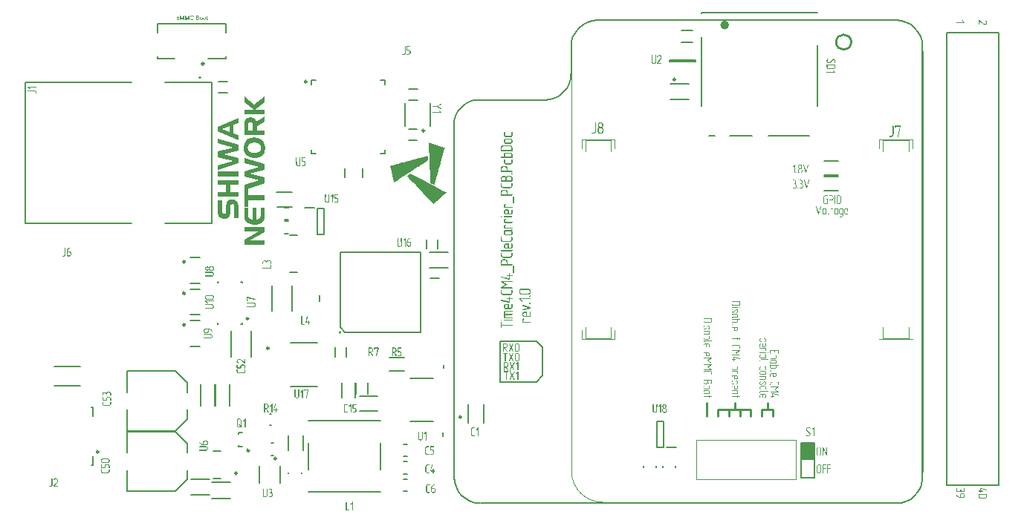
<source format=gto>
G04*
G04 #@! TF.GenerationSoftware,Altium Limited,Altium Designer,24.4.1 (13)*
G04*
G04 Layer_Color=65535*
%FSLAX44Y44*%
%MOMM*%
G71*
G04*
G04 #@! TF.SameCoordinates,03FE6816-4A6D-4829-BFD7-AFDAA43F001A*
G04*
G04*
G04 #@! TF.FilePolarity,Positive*
G04*
G01*
G75*
%ADD10C,0.2500*%
%ADD11C,0.2540*%
%ADD12C,0.1200*%
%ADD13C,0.5000*%
%ADD14C,0.2000*%
%ADD15C,0.1000*%
%ADD16C,0.1524*%
%ADD17C,0.1270*%
%ADD18C,0.1999*%
%ADD19C,0.1500*%
%ADD20R,1.5000X2.0000*%
G36*
X459174Y484130D02*
X459304Y482697D01*
X459435Y481395D01*
X459500Y479897D01*
X459304Y479701D01*
X459044Y479571D01*
X458132Y478920D01*
X457872Y478789D01*
X457090Y478268D01*
X456829Y478138D01*
X455918Y477487D01*
X455657Y477357D01*
X454745Y476705D01*
X454485Y476575D01*
X453573Y475924D01*
X453313Y475793D01*
X452792Y475403D01*
X452661D01*
X451749Y474752D01*
X451489Y474621D01*
X450577Y473970D01*
X450317Y473840D01*
X449405Y473188D01*
X449144Y473058D01*
X448363Y472537D01*
X448102Y472407D01*
X447191Y471756D01*
X446930Y471625D01*
X446018Y470974D01*
X445758Y470844D01*
X444846Y470193D01*
X444585Y470062D01*
X441915Y468304D01*
X440352Y467262D01*
X438919Y466350D01*
X435793Y464266D01*
X434751Y463615D01*
X432407Y462052D01*
X430974Y461140D01*
X427848Y459056D01*
X426806Y458405D01*
X423680Y456320D01*
X422247Y455409D01*
X421465Y454888D01*
X420879Y454562D01*
X420684Y455148D01*
X420488Y455995D01*
X420228Y457037D01*
X420098Y457688D01*
X419837Y458730D01*
X419707Y459381D01*
X419316Y460945D01*
X419186Y461596D01*
X418795Y463159D01*
X418665Y463810D01*
X418274Y465373D01*
X418144Y466024D01*
X417883Y467066D01*
X417753Y467718D01*
X417362Y469281D01*
X417232Y469932D01*
X416841Y471495D01*
X416711Y472146D01*
X416451Y473188D01*
X416385Y473384D01*
X416972Y473579D01*
X417883Y473840D01*
X419446Y474230D01*
X420358Y474491D01*
X421921Y474882D01*
X422833Y475142D01*
X424396Y475533D01*
X425308Y475793D01*
X426871Y476184D01*
X427783Y476445D01*
X429346Y476836D01*
X430257Y477096D01*
X431300Y477357D01*
X432211Y477617D01*
X433774Y478008D01*
X434686Y478268D01*
X436249Y478659D01*
X437161Y478920D01*
X438724Y479310D01*
X439636Y479571D01*
X441199Y479962D01*
X442111Y480222D01*
X443674Y480613D01*
X444585Y480873D01*
X446149Y481264D01*
X447060Y481525D01*
X448623Y481916D01*
X449535Y482176D01*
X451098Y482567D01*
X452010Y482827D01*
X453573Y483218D01*
X454485Y483479D01*
X456048Y483869D01*
X456960Y484130D01*
X459044Y484651D01*
X459174Y484130D01*
D02*
G37*
G36*
X461128Y499760D02*
X461844Y499565D01*
X463342Y499109D01*
X477931Y494550D01*
X478777Y494225D01*
X477735Y490577D01*
X477605Y490056D01*
X476563Y486409D01*
X476433Y485888D01*
X475130Y481329D01*
X475000Y480808D01*
X473958Y477161D01*
X473828Y476640D01*
X472786Y472993D01*
X472655Y472472D01*
X471613Y468825D01*
X471483Y468304D01*
X470441Y464657D01*
X470311Y464136D01*
X469529Y461400D01*
X469334Y460814D01*
X469269Y460749D01*
X469073Y459772D01*
X468878Y459056D01*
X468097Y456320D01*
X467966Y455799D01*
X466924Y452152D01*
X466729Y451696D01*
X462495Y453846D01*
X462365Y454367D01*
X462170Y459381D01*
X461258Y478529D01*
X460867Y486605D01*
X460737Y489600D01*
X460346Y497807D01*
X460281Y499956D01*
X460477Y500021D01*
X461128Y499760D01*
D02*
G37*
G36*
X451359Y458339D02*
X465687Y450785D01*
X477540Y444532D01*
X478191Y444142D01*
X478321D01*
X479754Y443360D01*
X480340Y443035D01*
X479103Y441797D01*
X478843Y441667D01*
X477800Y440625D01*
X477540Y440494D01*
X476368Y439322D01*
X476107Y439192D01*
X474935Y438020D01*
X474674Y437889D01*
X473502Y436717D01*
X473242Y436587D01*
X472069Y435415D01*
X471809Y435284D01*
X470767Y434242D01*
X470506Y434112D01*
X469334Y432940D01*
X469073Y432809D01*
X467901Y431637D01*
X467641Y431507D01*
X466468Y430335D01*
X465947Y430074D01*
X464319Y431702D01*
X464189Y431963D01*
X461714Y434438D01*
X461584Y434698D01*
X459109Y437173D01*
X458979Y437434D01*
X456374Y440039D01*
X456243Y440299D01*
X453769Y442774D01*
X453638Y443035D01*
X451033Y445640D01*
X450903Y445900D01*
X448428Y448375D01*
X448298Y448635D01*
X445823Y451110D01*
X445693Y451371D01*
X443088Y453976D01*
X442957Y454236D01*
X440482Y456711D01*
X440352Y456972D01*
X437747Y459577D01*
X437617Y459837D01*
X435663Y461791D01*
X435793Y462052D01*
X435989Y462247D01*
X436249Y462377D01*
X438073Y463680D01*
X438333Y463810D01*
X438594Y464071D01*
X438854Y464201D01*
X439506Y464592D01*
X451359Y458339D01*
D02*
G37*
G36*
X927880Y439669D02*
X927944D01*
X928020Y439656D01*
X928109Y439643D01*
X928204Y439624D01*
X928312Y439599D01*
X928433Y439567D01*
X928553Y439522D01*
X928674Y439472D01*
X928801Y439414D01*
X928928Y439338D01*
X929055Y439256D01*
X929182Y439160D01*
X929303Y439053D01*
X929309Y439046D01*
X929328Y439027D01*
X929360Y438989D01*
X929404Y438945D01*
X929449Y438881D01*
X929506Y438811D01*
X929563Y438722D01*
X929620Y438633D01*
X929677Y438526D01*
X929734Y438411D01*
X929792Y438284D01*
X929836Y438151D01*
X929881Y438011D01*
X929912Y437859D01*
X929931Y437706D01*
X929938Y437541D01*
Y431871D01*
Y431858D01*
Y431833D01*
X929931Y431788D01*
X929925Y431725D01*
X929919Y431648D01*
X929906Y431559D01*
X929887Y431464D01*
X929862Y431356D01*
X929823Y431242D01*
X929785Y431121D01*
X929734Y430994D01*
X929671Y430867D01*
X929601Y430740D01*
X929519Y430613D01*
X929417Y430486D01*
X929309Y430366D01*
X929303Y430359D01*
X929284Y430340D01*
X929246Y430309D01*
X929201Y430271D01*
X929138Y430220D01*
X929068Y430169D01*
X928979Y430112D01*
X928890Y430055D01*
X928782Y429997D01*
X928668Y429940D01*
X928541Y429889D01*
X928407Y429839D01*
X928268Y429801D01*
X928115Y429769D01*
X927963Y429750D01*
X927798Y429743D01*
X927055D01*
X927010Y429750D01*
X926953Y429756D01*
X926883Y429762D01*
X926801Y429775D01*
X926706Y429794D01*
X926604Y429820D01*
X926490Y429851D01*
X926375Y429896D01*
X926248Y429947D01*
X926128Y430004D01*
X926001Y430074D01*
X925874Y430156D01*
X925747Y430251D01*
X925620Y430359D01*
X925613Y430366D01*
X925594Y430385D01*
X925563Y430423D01*
X925518Y430467D01*
X925467Y430531D01*
X925410Y430601D01*
X925353Y430683D01*
X925296Y430779D01*
X925232Y430886D01*
X925175Y431001D01*
X925118Y431121D01*
X925067Y431255D01*
X925029Y431401D01*
X924991Y431547D01*
X924972Y431706D01*
X924966Y431871D01*
Y437541D01*
Y437554D01*
Y437579D01*
X924972Y437624D01*
X924978Y437687D01*
X924985Y437757D01*
X924997Y437846D01*
X925016Y437941D01*
X925042Y438049D01*
X925074Y438163D01*
X925118Y438278D01*
X925169Y438405D01*
X925226Y438532D01*
X925296Y438659D01*
X925378Y438786D01*
X925474Y438913D01*
X925582Y439034D01*
X925588Y439040D01*
X925607Y439059D01*
X925645Y439091D01*
X925690Y439135D01*
X925753Y439179D01*
X925823Y439237D01*
X925906Y439294D01*
X926001Y439357D01*
X926109Y439414D01*
X926223Y439472D01*
X926344Y439529D01*
X926477Y439573D01*
X926623Y439618D01*
X926769Y439649D01*
X926928Y439669D01*
X927093Y439675D01*
X927836D01*
X927880Y439669D01*
D02*
G37*
G36*
X923239D02*
X923270Y439662D01*
X923308Y439649D01*
X923353Y439637D01*
X923391Y439611D01*
X923435Y439580D01*
X923442Y439573D01*
X923454Y439561D01*
X923473Y439542D01*
X923493Y439516D01*
X923512Y439478D01*
X923531Y439434D01*
X923543Y439383D01*
X923550Y439319D01*
Y430093D01*
Y430086D01*
Y430067D01*
X923543Y430036D01*
X923537Y429997D01*
X923524Y429953D01*
X923505Y429908D01*
X923480Y429864D01*
X923448Y429826D01*
X923442Y429820D01*
X923429Y429813D01*
X923410Y429801D01*
X923378Y429788D01*
X923340Y429769D01*
X923296Y429756D01*
X923251Y429750D01*
X923194Y429743D01*
X923181D01*
X923162Y429750D01*
X923137Y429756D01*
X923099Y429762D01*
X923061Y429781D01*
X923003Y429801D01*
X922940Y429826D01*
X922934Y429832D01*
X922927Y429845D01*
X922908Y429864D01*
X922889Y429889D01*
X922870Y429928D01*
X922858Y429972D01*
X922845Y430029D01*
X922838Y430093D01*
Y439319D01*
Y439326D01*
Y439338D01*
X922845Y439364D01*
X922851Y439389D01*
X922864Y439427D01*
X922883Y439465D01*
X922908Y439510D01*
X922940Y439554D01*
X922946Y439561D01*
X922959Y439573D01*
X922984Y439592D01*
X923010Y439618D01*
X923048Y439637D01*
X923092Y439656D01*
X923143Y439669D01*
X923194Y439675D01*
X923213D01*
X923239Y439669D01*
D02*
G37*
G36*
X919378D02*
X919441D01*
X919517Y439656D01*
X919606Y439643D01*
X919702Y439624D01*
X919809Y439599D01*
X919924Y439567D01*
X920044Y439522D01*
X920171Y439472D01*
X920298Y439414D01*
X920432Y439338D01*
X920559Y439256D01*
X920686Y439160D01*
X920806Y439053D01*
X920813Y439046D01*
X920819Y439040D01*
X920838Y439021D01*
X920857Y439002D01*
X920914Y438938D01*
X920984Y438856D01*
X921060Y438754D01*
X921137Y438640D01*
X921213Y438513D01*
X921276Y438373D01*
X921384Y437992D01*
X921422Y437770D01*
Y437548D01*
Y436119D01*
Y436106D01*
Y436081D01*
X921416Y436036D01*
Y435973D01*
X921403Y435897D01*
X921391Y435808D01*
X921372Y435712D01*
X921346Y435605D01*
X921314Y435490D01*
X921270Y435369D01*
X921219Y435243D01*
X921162Y435116D01*
X921086Y434989D01*
X921003Y434861D01*
X920908Y434741D01*
X920800Y434620D01*
X920794Y434614D01*
X920775Y434595D01*
X920737Y434563D01*
X920692Y434525D01*
X920629Y434481D01*
X920559Y434423D01*
X920470Y434373D01*
X920375Y434315D01*
X920273Y434252D01*
X920159Y434201D01*
X920032Y434150D01*
X919898Y434100D01*
X919752Y434061D01*
X919606Y434030D01*
X919447Y434011D01*
X919282Y434004D01*
X917161D01*
Y430099D01*
Y430093D01*
Y430074D01*
X917155Y430042D01*
X917149Y430004D01*
X917136Y429959D01*
X917117Y429915D01*
X917092Y429870D01*
X917060Y429832D01*
X917054Y429826D01*
X917041Y429820D01*
X917022Y429807D01*
X916990Y429788D01*
X916952Y429769D01*
X916908Y429756D01*
X916863Y429750D01*
X916806Y429743D01*
X916793D01*
X916774Y429750D01*
X916749Y429756D01*
X916711Y429762D01*
X916673Y429781D01*
X916615Y429801D01*
X916552Y429832D01*
X916546Y429839D01*
X916539Y429851D01*
X916520Y429870D01*
X916501Y429896D01*
X916482Y429934D01*
X916469Y429978D01*
X916457Y430036D01*
X916450Y430099D01*
Y439319D01*
Y439326D01*
Y439332D01*
X916457Y439376D01*
X916469Y439434D01*
X916495Y439497D01*
X916539Y439561D01*
X916603Y439618D01*
X916641Y439643D01*
X916692Y439662D01*
X916742Y439669D01*
X916806Y439675D01*
X919333D01*
X919378Y439669D01*
D02*
G37*
G36*
X914717D02*
X914749Y439662D01*
X914787Y439649D01*
X914831Y439624D01*
X914869Y439599D01*
X914914Y439561D01*
X914920Y439554D01*
X914933Y439542D01*
X914952Y439516D01*
X914971Y439491D01*
X915009Y439408D01*
X915022Y439364D01*
X915028Y439319D01*
Y439313D01*
Y439294D01*
X915022Y439268D01*
X915015Y439237D01*
X915003Y439199D01*
X914990Y439160D01*
X914964Y439116D01*
X914933Y439072D01*
X914926Y439065D01*
X914914Y439053D01*
X914895Y439040D01*
X914863Y439021D01*
X914825Y438995D01*
X914780Y438983D01*
X914730Y438970D01*
X914672Y438964D01*
X912132D01*
X912088Y438957D01*
X912037Y438951D01*
X911980Y438945D01*
X911916Y438932D01*
X911840Y438913D01*
X911688Y438862D01*
X911599Y438830D01*
X911516Y438786D01*
X911434Y438741D01*
X911345Y438684D01*
X911269Y438621D01*
X911186Y438545D01*
X911180Y438538D01*
X911167Y438526D01*
X911148Y438500D01*
X911123Y438468D01*
X911091Y438430D01*
X911053Y438386D01*
X911021Y438329D01*
X910983Y438265D01*
X910938Y438195D01*
X910907Y438119D01*
X910837Y437948D01*
X910811Y437852D01*
X910792Y437757D01*
X910780Y437649D01*
X910773Y437541D01*
Y431871D01*
Y431864D01*
Y431845D01*
Y431814D01*
X910780Y431775D01*
X910786Y431725D01*
X910799Y431668D01*
X910811Y431598D01*
X910824Y431528D01*
X910875Y431375D01*
X910913Y431293D01*
X910951Y431204D01*
X911002Y431121D01*
X911059Y431039D01*
X911123Y430956D01*
X911199Y430874D01*
X911205Y430867D01*
X911218Y430855D01*
X911243Y430836D01*
X911275Y430810D01*
X911313Y430779D01*
X911364Y430740D01*
X911421Y430702D01*
X911485Y430664D01*
X911554Y430626D01*
X911631Y430588D01*
X911802Y430518D01*
X911891Y430493D01*
X911986Y430474D01*
X912088Y430461D01*
X912189Y430455D01*
X914317D01*
Y434703D01*
X913231D01*
X913199Y434709D01*
X913167Y434715D01*
X913123Y434728D01*
X913079Y434741D01*
X913034Y434766D01*
X912996Y434798D01*
X912990Y434804D01*
X912983Y434817D01*
X912971Y434842D01*
X912952Y434874D01*
X912932Y434912D01*
X912920Y434957D01*
X912913Y435008D01*
X912907Y435058D01*
Y435065D01*
Y435071D01*
X912913Y435090D01*
X912920Y435116D01*
X912926Y435147D01*
X912945Y435179D01*
X912964Y435224D01*
X912990Y435274D01*
X912996Y435281D01*
X913009Y435293D01*
X913028Y435319D01*
X913059Y435344D01*
X913091Y435369D01*
X913142Y435395D01*
X913193Y435408D01*
X913256Y435414D01*
X914685D01*
X914730Y435408D01*
X914787Y435395D01*
X914850Y435369D01*
X914914Y435325D01*
X914971Y435262D01*
X914996Y435224D01*
X915015Y435179D01*
X915022Y435122D01*
X915028Y435058D01*
Y430093D01*
Y430086D01*
Y430080D01*
X915022Y430036D01*
X915009Y429985D01*
X914984Y429921D01*
X914939Y429851D01*
X914875Y429801D01*
X914837Y429775D01*
X914793Y429756D01*
X914736Y429750D01*
X914672Y429743D01*
X912151D01*
X912107Y429750D01*
X912050Y429756D01*
X911980Y429762D01*
X911897Y429775D01*
X911802Y429794D01*
X911701Y429820D01*
X911586Y429851D01*
X911472Y429896D01*
X911345Y429947D01*
X911224Y430004D01*
X911097Y430074D01*
X910970Y430156D01*
X910843Y430251D01*
X910716Y430359D01*
X910710Y430366D01*
X910691Y430385D01*
X910659Y430423D01*
X910615Y430467D01*
X910564Y430531D01*
X910507Y430601D01*
X910450Y430683D01*
X910392Y430779D01*
X910329Y430886D01*
X910272Y431001D01*
X910215Y431121D01*
X910164Y431255D01*
X910126Y431401D01*
X910088Y431547D01*
X910069Y431706D01*
X910062Y431871D01*
Y437541D01*
Y437554D01*
Y437579D01*
X910069Y437624D01*
X910075Y437687D01*
X910081Y437757D01*
X910094Y437846D01*
X910113Y437941D01*
X910138Y438049D01*
X910170Y438163D01*
X910215Y438278D01*
X910265Y438405D01*
X910323Y438532D01*
X910392Y438659D01*
X910475Y438786D01*
X910570Y438913D01*
X910678Y439034D01*
X910685Y439040D01*
X910704Y439059D01*
X910742Y439091D01*
X910786Y439135D01*
X910850Y439179D01*
X910919Y439237D01*
X911002Y439294D01*
X911097Y439357D01*
X911205Y439414D01*
X911320Y439472D01*
X911440Y439529D01*
X911573Y439573D01*
X911720Y439618D01*
X911866Y439649D01*
X912024Y439669D01*
X912189Y439675D01*
X914691D01*
X914717Y439669D01*
D02*
G37*
G36*
X907268Y427738D02*
X907300Y427732D01*
X907338Y427719D01*
X907383Y427706D01*
X907421Y427681D01*
X907465Y427649D01*
X907471Y427643D01*
X907484Y427630D01*
X907503Y427611D01*
X907522Y427579D01*
X907541Y427548D01*
X907560Y427503D01*
X907573Y427452D01*
X907579Y427395D01*
X907567Y427294D01*
X905078Y418143D01*
Y418137D01*
X905071Y418131D01*
X905058Y418092D01*
X905039Y418042D01*
X905008Y417985D01*
X904957Y417927D01*
X904900Y417877D01*
X904830Y417839D01*
X904785Y417832D01*
X904741Y417826D01*
X904728D01*
X904703Y417832D01*
X904658Y417845D01*
X904601Y417864D01*
X904544Y417902D01*
X904487Y417959D01*
X904462Y417997D01*
X904436Y418042D01*
X904417Y418086D01*
X904398Y418143D01*
X901915Y427294D01*
X901902Y427402D01*
Y427408D01*
Y427421D01*
X901909Y427446D01*
X901915Y427478D01*
X901928Y427516D01*
X901947Y427554D01*
X901972Y427598D01*
X902010Y427636D01*
X902017Y427643D01*
X902029Y427656D01*
X902055Y427668D01*
X902080Y427694D01*
X902118Y427713D01*
X902163Y427725D01*
X902214Y427738D01*
X902264Y427744D01*
X902277D01*
X902315Y427738D01*
X902366Y427719D01*
X902430Y427687D01*
X902436D01*
X902442Y427681D01*
X902461Y427662D01*
X902487Y427643D01*
X902512Y427617D01*
X902538Y427579D01*
X902563Y427535D01*
X902595Y427478D01*
X904741Y419591D01*
X906881Y427478D01*
Y427484D01*
X906887Y427497D01*
X906894Y427509D01*
X906906Y427535D01*
X906938Y427592D01*
X906989Y427656D01*
X906995D01*
X907001Y427668D01*
X907021Y427675D01*
X907046Y427694D01*
X907084Y427706D01*
X907122Y427719D01*
X907167Y427732D01*
X907217Y427744D01*
X907243D01*
X907268Y427738D01*
D02*
G37*
G36*
X936777Y424912D02*
X936827Y424906D01*
X936885Y424900D01*
X936954Y424887D01*
X937024Y424868D01*
X937183Y424817D01*
X937266Y424785D01*
X937355Y424747D01*
X937437Y424697D01*
X937526Y424639D01*
X937608Y424576D01*
X937685Y424506D01*
X937691Y424500D01*
X937704Y424487D01*
X937723Y424462D01*
X937748Y424430D01*
X937780Y424392D01*
X937818Y424341D01*
X937850Y424290D01*
X937894Y424227D01*
X937932Y424157D01*
X937964Y424074D01*
X938002Y423992D01*
X938034Y423903D01*
X938059Y423807D01*
X938078Y423706D01*
X938091Y423598D01*
X938098Y423490D01*
Y421369D01*
Y421363D01*
Y421356D01*
X938091Y421312D01*
X938078Y421255D01*
X938053Y421191D01*
X938009Y421128D01*
X937983Y421096D01*
X937945Y421071D01*
X937901Y421045D01*
X937856Y421026D01*
X937799Y421020D01*
X937736Y421013D01*
X934554D01*
Y419242D01*
Y419235D01*
Y419229D01*
X934560Y419191D01*
X934567Y419134D01*
X934580Y419070D01*
X934605Y418988D01*
X934643Y418905D01*
X934688Y418823D01*
X934757Y418740D01*
X934764Y418734D01*
X934796Y418708D01*
X934840Y418677D01*
X934897Y418639D01*
X934967Y418601D01*
X935050Y418569D01*
X935145Y418543D01*
X935253Y418537D01*
X937761D01*
X937786Y418531D01*
X937818Y418524D01*
X937856Y418512D01*
X937901Y418486D01*
X937939Y418461D01*
X937983Y418423D01*
X937990Y418416D01*
X938002Y418404D01*
X938021Y418378D01*
X938040Y418353D01*
X938078Y418270D01*
X938091Y418226D01*
X938098Y418181D01*
Y418175D01*
Y418156D01*
X938091Y418131D01*
X938085Y418099D01*
X938072Y418061D01*
X938059Y418023D01*
X938034Y417978D01*
X938002Y417934D01*
X937996Y417927D01*
X937983Y417915D01*
X937964Y417902D01*
X937932Y417883D01*
X937894Y417858D01*
X937850Y417845D01*
X937799Y417832D01*
X937742Y417826D01*
X935195D01*
X935151Y417832D01*
X935100Y417839D01*
X935043Y417845D01*
X934980Y417858D01*
X934903Y417877D01*
X934751Y417927D01*
X934662Y417959D01*
X934580Y417997D01*
X934497Y418042D01*
X934408Y418099D01*
X934332Y418162D01*
X934249Y418232D01*
X934243Y418238D01*
X934230Y418251D01*
X934211Y418277D01*
X934186Y418308D01*
X934154Y418346D01*
X934122Y418397D01*
X934084Y418448D01*
X934046Y418512D01*
X934008Y418581D01*
X933970Y418658D01*
X933906Y418835D01*
X933881Y418924D01*
X933862Y419026D01*
X933849Y419134D01*
X933843Y419242D01*
Y423496D01*
Y423503D01*
Y423522D01*
Y423547D01*
X933849Y423585D01*
X933856Y423636D01*
X933862Y423687D01*
X933875Y423750D01*
X933894Y423820D01*
X933938Y423973D01*
X933976Y424049D01*
X934014Y424131D01*
X934059Y424220D01*
X934110Y424303D01*
X934173Y424392D01*
X934243Y424474D01*
X934249Y424481D01*
X934262Y424493D01*
X934287Y424512D01*
X934319Y424544D01*
X934357Y424576D01*
X934402Y424614D01*
X934459Y424658D01*
X934522Y424697D01*
X934592Y424741D01*
X934669Y424779D01*
X934751Y424817D01*
X934840Y424849D01*
X934935Y424881D01*
X935037Y424900D01*
X935145Y424912D01*
X935253Y424919D01*
X936732D01*
X936777Y424912D01*
D02*
G37*
G36*
X919346Y427751D02*
X919378Y427744D01*
X919416Y427732D01*
X919460Y427719D01*
X919498Y427694D01*
X919543Y427662D01*
X919549Y427656D01*
X919562Y427643D01*
X919581Y427624D01*
X919600Y427598D01*
X919619Y427560D01*
X919638Y427516D01*
X919651Y427465D01*
X919657Y427402D01*
Y424919D01*
X920749D01*
X920775Y424912D01*
X920806Y424906D01*
X920844Y424893D01*
X920889Y424868D01*
X920927Y424842D01*
X920972Y424804D01*
X920978Y424798D01*
X920991Y424785D01*
X921010Y424760D01*
X921029Y424735D01*
X921067Y424652D01*
X921079Y424608D01*
X921086Y424563D01*
Y424557D01*
Y424538D01*
X921079Y424512D01*
X921073Y424481D01*
X921060Y424442D01*
X921048Y424404D01*
X921022Y424360D01*
X920991Y424315D01*
X920984Y424309D01*
X920972Y424296D01*
X920953Y424284D01*
X920921Y424265D01*
X920883Y424239D01*
X920838Y424227D01*
X920787Y424214D01*
X920730Y424207D01*
X919657D01*
Y418175D01*
Y418169D01*
Y418150D01*
X919651Y418118D01*
X919644Y418080D01*
X919632Y418035D01*
X919613Y417991D01*
X919587Y417946D01*
X919556Y417908D01*
X919549Y417902D01*
X919536Y417896D01*
X919517Y417883D01*
X919486Y417870D01*
X919447Y417851D01*
X919403Y417839D01*
X919359Y417832D01*
X919302Y417826D01*
X919289D01*
X919270Y417832D01*
X919244Y417839D01*
X919206Y417845D01*
X919168Y417864D01*
X919111Y417883D01*
X919047Y417908D01*
X919041Y417915D01*
X919035Y417927D01*
X919016Y417946D01*
X918997Y417972D01*
X918978Y418010D01*
X918965Y418054D01*
X918952Y418111D01*
X918946Y418175D01*
Y424207D01*
X918578D01*
X918546Y424214D01*
X918514Y424220D01*
X918470Y424233D01*
X918425Y424246D01*
X918381Y424271D01*
X918343Y424303D01*
X918336Y424309D01*
X918330Y424322D01*
X918317Y424347D01*
X918298Y424379D01*
X918279Y424417D01*
X918266Y424462D01*
X918260Y424512D01*
X918254Y424563D01*
Y424570D01*
Y424576D01*
X918260Y424595D01*
X918266Y424620D01*
X918273Y424652D01*
X918292Y424684D01*
X918311Y424728D01*
X918336Y424779D01*
X918343Y424785D01*
X918355Y424798D01*
X918374Y424823D01*
X918406Y424849D01*
X918438Y424874D01*
X918489Y424900D01*
X918540Y424912D01*
X918603Y424919D01*
X918946D01*
Y427402D01*
Y427408D01*
Y427421D01*
X918952Y427446D01*
X918959Y427471D01*
X918971Y427509D01*
X918990Y427548D01*
X919016Y427592D01*
X919047Y427636D01*
X919054Y427643D01*
X919066Y427656D01*
X919092Y427675D01*
X919117Y427700D01*
X919155Y427719D01*
X919200Y427738D01*
X919251Y427751D01*
X919302Y427757D01*
X919321D01*
X919346Y427751D01*
D02*
G37*
G36*
X915085D02*
X915117Y427744D01*
X915155Y427732D01*
X915199Y427719D01*
X915238Y427694D01*
X915282Y427662D01*
X915288Y427656D01*
X915301Y427643D01*
X915320Y427624D01*
X915339Y427598D01*
X915358Y427560D01*
X915377Y427516D01*
X915390Y427465D01*
X915396Y427402D01*
Y419242D01*
Y419235D01*
Y419229D01*
X915403Y419191D01*
X915409Y419134D01*
X915422Y419070D01*
X915447Y418988D01*
X915485Y418905D01*
X915530Y418823D01*
X915599Y418740D01*
X915606Y418734D01*
X915638Y418708D01*
X915682Y418677D01*
X915739Y418639D01*
X915809Y418601D01*
X915898Y418569D01*
X915993Y418543D01*
X916101Y418537D01*
X916482D01*
X916507Y418531D01*
X916539Y418524D01*
X916577Y418512D01*
X916622Y418486D01*
X916660Y418461D01*
X916704Y418423D01*
X916711Y418416D01*
X916723Y418404D01*
X916742Y418378D01*
X916761Y418353D01*
X916800Y418270D01*
X916812Y418226D01*
X916819Y418181D01*
Y418175D01*
Y418156D01*
X916812Y418131D01*
X916806Y418099D01*
X916793Y418061D01*
X916780Y418023D01*
X916755Y417978D01*
X916723Y417934D01*
X916717Y417927D01*
X916704Y417915D01*
X916685Y417902D01*
X916654Y417883D01*
X916615Y417858D01*
X916571Y417845D01*
X916520Y417832D01*
X916463Y417826D01*
X916044D01*
X916006Y417832D01*
X915955Y417839D01*
X915898Y417851D01*
X915828Y417864D01*
X915758Y417877D01*
X915606Y417927D01*
X915523Y417966D01*
X915434Y418004D01*
X915352Y418054D01*
X915269Y418111D01*
X915187Y418175D01*
X915104Y418251D01*
X915098Y418258D01*
X915085Y418270D01*
X915066Y418296D01*
X915041Y418327D01*
X915009Y418366D01*
X914971Y418416D01*
X914933Y418474D01*
X914895Y418537D01*
X914856Y418607D01*
X914818Y418683D01*
X914749Y418854D01*
X914723Y418943D01*
X914704Y419039D01*
X914691Y419140D01*
X914685Y419242D01*
Y427402D01*
Y427408D01*
Y427421D01*
X914691Y427446D01*
X914698Y427471D01*
X914710Y427509D01*
X914730Y427548D01*
X914755Y427592D01*
X914787Y427636D01*
X914793Y427643D01*
X914806Y427656D01*
X914831Y427675D01*
X914856Y427700D01*
X914895Y427719D01*
X914939Y427738D01*
X914990Y427751D01*
X915041Y427757D01*
X915060D01*
X915085Y427751D01*
D02*
G37*
G36*
X911942Y424912D02*
X911993Y424906D01*
X912050Y424900D01*
X912113Y424887D01*
X912189Y424868D01*
X912342Y424817D01*
X912431Y424785D01*
X912513Y424747D01*
X912596Y424697D01*
X912685Y424639D01*
X912767Y424576D01*
X912843Y424506D01*
X912850Y424500D01*
X912863Y424487D01*
X912882Y424462D01*
X912907Y424436D01*
X912939Y424392D01*
X912977Y424347D01*
X913015Y424290D01*
X913053Y424227D01*
X913091Y424157D01*
X913129Y424081D01*
X913167Y423998D01*
X913199Y423909D01*
X913224Y423814D01*
X913244Y423712D01*
X913256Y423604D01*
X913263Y423496D01*
Y419242D01*
Y419235D01*
Y419216D01*
Y419185D01*
X913256Y419140D01*
X913250Y419089D01*
X913244Y419032D01*
X913231Y418962D01*
X913212Y418893D01*
X913161Y418734D01*
X913129Y418651D01*
X913091Y418562D01*
X913040Y418480D01*
X912983Y418397D01*
X912920Y418315D01*
X912850Y418232D01*
X912843Y418226D01*
X912831Y418213D01*
X912805Y418194D01*
X912774Y418169D01*
X912736Y418137D01*
X912691Y418105D01*
X912634Y418067D01*
X912570Y418029D01*
X912501Y417991D01*
X912424Y417953D01*
X912253Y417889D01*
X912158Y417864D01*
X912056Y417845D01*
X911948Y417832D01*
X911840Y417826D01*
X910367D01*
X910323Y417832D01*
X910272Y417839D01*
X910215Y417845D01*
X910145Y417858D01*
X910075Y417877D01*
X909916Y417927D01*
X909834Y417959D01*
X909745Y417997D01*
X909662Y418042D01*
X909580Y418099D01*
X909497Y418162D01*
X909415Y418232D01*
X909408Y418238D01*
X909396Y418251D01*
X909376Y418277D01*
X909351Y418308D01*
X909319Y418346D01*
X909287Y418397D01*
X909249Y418448D01*
X909211Y418512D01*
X909173Y418581D01*
X909135Y418658D01*
X909072Y418835D01*
X909046Y418924D01*
X909027Y419026D01*
X909015Y419134D01*
X909008Y419242D01*
Y423496D01*
Y423503D01*
Y423522D01*
Y423547D01*
X909015Y423585D01*
X909021Y423636D01*
X909027Y423687D01*
X909040Y423750D01*
X909059Y423820D01*
X909103Y423973D01*
X909141Y424049D01*
X909180Y424131D01*
X909224Y424220D01*
X909275Y424303D01*
X909338Y424392D01*
X909408Y424474D01*
X909415Y424481D01*
X909427Y424493D01*
X909453Y424512D01*
X909484Y424544D01*
X909522Y424576D01*
X909567Y424614D01*
X909624Y424658D01*
X909688Y424697D01*
X909757Y424741D01*
X909834Y424779D01*
X909916Y424817D01*
X910011Y424849D01*
X910107Y424881D01*
X910208Y424900D01*
X910310Y424912D01*
X910424Y424919D01*
X911897D01*
X911942Y424912D01*
D02*
G37*
G36*
X926369D02*
X926426Y424900D01*
X926490Y424874D01*
X926553Y424830D01*
X926610Y424766D01*
X926636Y424728D01*
X926655Y424684D01*
X926661Y424627D01*
X926667Y424563D01*
Y419242D01*
Y419235D01*
Y419204D01*
X926674Y419166D01*
X926686Y419109D01*
X926699Y419039D01*
X926718Y418969D01*
X926750Y418886D01*
X926795Y418797D01*
X926801Y418791D01*
X926814Y418772D01*
X926839Y418740D01*
X926877Y418702D01*
X926928Y418651D01*
X926985Y418607D01*
X927061Y418556D01*
X927150Y418505D01*
X927163Y418499D01*
X927188Y418486D01*
X927233Y418467D01*
X927277Y418435D01*
X927321Y418391D01*
X927366Y418334D01*
X927391Y418258D01*
X927404Y418175D01*
Y418169D01*
Y418150D01*
X927398Y418118D01*
X927391Y418080D01*
X927379Y418042D01*
X927360Y417997D01*
X927334Y417953D01*
X927302Y417908D01*
X927296Y417902D01*
X927290Y417896D01*
X927271Y417877D01*
X927239Y417858D01*
X927207Y417839D01*
X927169Y417826D01*
X927118Y417813D01*
X927061Y417807D01*
X926934Y417826D01*
X926928D01*
X926909Y417832D01*
X926877Y417845D01*
X926833Y417864D01*
X926782Y417889D01*
X926725Y417927D01*
X926661Y417972D01*
X926591Y418023D01*
X926579Y418029D01*
X926560Y418048D01*
X926534Y418067D01*
X926496Y418105D01*
X926445Y418156D01*
X926388Y418219D01*
X926312Y418302D01*
X926305Y418296D01*
X926293Y418283D01*
X926267Y418258D01*
X926236Y418226D01*
X926198Y418194D01*
X926147Y418150D01*
X926090Y418111D01*
X926020Y418067D01*
X925950Y418023D01*
X925867Y417978D01*
X925779Y417934D01*
X925683Y417902D01*
X925582Y417870D01*
X925480Y417845D01*
X925366Y417832D01*
X925245Y417826D01*
X923772D01*
X923727Y417832D01*
X923677Y417839D01*
X923620Y417845D01*
X923550Y417858D01*
X923480Y417877D01*
X923321Y417927D01*
X923239Y417959D01*
X923150Y417997D01*
X923067Y418042D01*
X922984Y418099D01*
X922902Y418162D01*
X922819Y418232D01*
X922813Y418238D01*
X922800Y418251D01*
X922781Y418277D01*
X922756Y418308D01*
X922724Y418346D01*
X922692Y418397D01*
X922654Y418448D01*
X922616Y418512D01*
X922578Y418581D01*
X922540Y418658D01*
X922477Y418835D01*
X922451Y418924D01*
X922432Y419026D01*
X922419Y419134D01*
X922413Y419242D01*
Y423496D01*
Y423503D01*
Y423522D01*
Y423547D01*
X922419Y423585D01*
X922426Y423636D01*
X922432Y423687D01*
X922445Y423750D01*
X922464Y423820D01*
X922508Y423973D01*
X922546Y424049D01*
X922584Y424131D01*
X922629Y424220D01*
X922680Y424303D01*
X922743Y424392D01*
X922813Y424474D01*
X922819Y424481D01*
X922832Y424493D01*
X922858Y424512D01*
X922889Y424544D01*
X922927Y424576D01*
X922972Y424614D01*
X923029Y424658D01*
X923092Y424697D01*
X923162Y424741D01*
X923239Y424779D01*
X923321Y424817D01*
X923416Y424849D01*
X923512Y424881D01*
X923613Y424900D01*
X923715Y424912D01*
X923829Y424919D01*
X926325D01*
X926369Y424912D01*
D02*
G37*
G36*
X932122Y424919D02*
X932179Y424906D01*
X932243Y424881D01*
X932306Y424836D01*
X932363Y424773D01*
X932389Y424735D01*
X932408Y424690D01*
X932414Y424633D01*
X932421Y424570D01*
Y416422D01*
Y416416D01*
Y416397D01*
Y416365D01*
X932414Y416327D01*
X932408Y416276D01*
X932402Y416213D01*
X932389Y416149D01*
X932370Y416079D01*
X932319Y415921D01*
X932287Y415838D01*
X932249Y415756D01*
X932198Y415667D01*
X932141Y415584D01*
X932078Y415502D01*
X932008Y415419D01*
X932001Y415413D01*
X931989Y415400D01*
X931970Y415381D01*
X931938Y415356D01*
X931893Y415324D01*
X931849Y415286D01*
X931792Y415248D01*
X931728Y415210D01*
X931659Y415172D01*
X931582Y415133D01*
X931500Y415095D01*
X931411Y415064D01*
X931322Y415038D01*
X931220Y415019D01*
X931113Y415006D01*
X931004Y415000D01*
X928496D01*
X928477Y415006D01*
X928452Y415013D01*
X928414Y415025D01*
X928369Y415045D01*
X928318Y415070D01*
X928255Y415108D01*
X928249Y415114D01*
X928242Y415127D01*
X928230Y415152D01*
X928211Y415184D01*
X928179Y415260D01*
X928172Y415305D01*
X928166Y415356D01*
Y415362D01*
Y415368D01*
X928172Y415387D01*
X928179Y415413D01*
X928185Y415451D01*
X928204Y415495D01*
X928223Y415546D01*
X928249Y415610D01*
X928255Y415616D01*
X928268Y415629D01*
X928287Y415641D01*
X928312Y415660D01*
X928350Y415680D01*
X928395Y415699D01*
X928452Y415705D01*
X928515Y415711D01*
X931017D01*
X931055Y415718D01*
X931106Y415724D01*
X931176Y415737D01*
X931252Y415762D01*
X931335Y415800D01*
X931417Y415851D01*
X931500Y415921D01*
X931506Y415927D01*
X931532Y415959D01*
X931563Y416003D01*
X931608Y416060D01*
X931646Y416130D01*
X931678Y416219D01*
X931703Y416315D01*
X931709Y416422D01*
Y417826D01*
X929531D01*
X929487Y417832D01*
X929436Y417839D01*
X929379Y417845D01*
X929315Y417858D01*
X929239Y417877D01*
X929081Y417927D01*
X928998Y417959D01*
X928915Y417997D01*
X928827Y418048D01*
X928744Y418105D01*
X928661Y418169D01*
X928579Y418238D01*
X928572Y418245D01*
X928560Y418258D01*
X928541Y418283D01*
X928515Y418315D01*
X928484Y418353D01*
X928446Y418404D01*
X928414Y418461D01*
X928376Y418524D01*
X928331Y418594D01*
X928299Y418670D01*
X928230Y418842D01*
X928204Y418937D01*
X928185Y419032D01*
X928172Y419140D01*
X928166Y419248D01*
Y423509D01*
Y423515D01*
Y423534D01*
Y423566D01*
X928172Y423604D01*
X928179Y423655D01*
X928185Y423712D01*
X928198Y423782D01*
X928217Y423852D01*
X928268Y424004D01*
X928299Y424087D01*
X928337Y424176D01*
X928388Y424258D01*
X928446Y424341D01*
X928509Y424423D01*
X928579Y424506D01*
X928585Y424512D01*
X928598Y424525D01*
X928623Y424544D01*
X928655Y424570D01*
X928693Y424601D01*
X928744Y424639D01*
X928795Y424677D01*
X928858Y424715D01*
X928928Y424754D01*
X929004Y424792D01*
X929182Y424862D01*
X929271Y424887D01*
X929373Y424906D01*
X929481Y424919D01*
X929588Y424925D01*
X932078D01*
X932122Y424919D01*
D02*
G37*
G36*
X843150Y276642D02*
X843208Y276636D01*
X843271Y276629D01*
X843341Y276617D01*
X843417Y276598D01*
X843582Y276547D01*
X843671Y276515D01*
X843760Y276477D01*
X843855Y276426D01*
X843944Y276369D01*
X844033Y276306D01*
X844116Y276236D01*
X844122Y276229D01*
X844135Y276217D01*
X844160Y276191D01*
X844192Y276153D01*
X844224Y276115D01*
X844268Y276058D01*
X844313Y276001D01*
X844357Y275931D01*
X844401Y275855D01*
X844439Y275766D01*
X844484Y275677D01*
X844516Y275575D01*
X844547Y275467D01*
X844573Y275359D01*
X844585Y275239D01*
X844592Y275112D01*
Y274089D01*
X844585Y274051D01*
Y274007D01*
X844579Y273950D01*
X844573Y273893D01*
X844566Y273823D01*
X844535Y273677D01*
X844497Y273512D01*
X844446Y273347D01*
X844370Y273175D01*
Y273169D01*
X844357Y273156D01*
X844344Y273131D01*
X844332Y273099D01*
X844306Y273061D01*
X844281Y273016D01*
X844211Y272908D01*
X844122Y272788D01*
X844014Y272661D01*
X843887Y272534D01*
X843741Y272407D01*
X843633Y272349D01*
X843512D01*
X843506D01*
X843493D01*
X843468Y272356D01*
X843436Y272362D01*
X843398Y272375D01*
X843354Y272400D01*
X843309Y272426D01*
X843265Y272464D01*
X843258Y272470D01*
X843252Y272483D01*
X843233Y272508D01*
X843214Y272534D01*
X843182Y272616D01*
X843169Y272661D01*
X843163Y272705D01*
X843182Y272870D01*
X843188Y272877D01*
X843195Y272883D01*
X843214Y272908D01*
X843220Y272915D01*
X843239Y272927D01*
X843271Y272959D01*
X843316Y272991D01*
X843328Y272997D01*
X843360Y273023D01*
X843404Y273067D01*
X843462Y273124D01*
X843525Y273194D01*
X843595Y273283D01*
X843658Y273385D01*
X843722Y273493D01*
X843836Y273816D01*
Y273823D01*
X843843Y273842D01*
X843849Y273874D01*
X843862Y273918D01*
X843868Y273969D01*
X843874Y274020D01*
X843881Y274147D01*
Y275156D01*
X843874Y275182D01*
X843868Y275245D01*
X843849Y275328D01*
X843823Y275423D01*
X843779Y275525D01*
X843716Y275626D01*
X843633Y275715D01*
X843620Y275721D01*
X843589Y275747D01*
X843538Y275785D01*
X843468Y275823D01*
X843385Y275867D01*
X843284Y275899D01*
X843176Y275925D01*
X843055Y275937D01*
X843049D01*
X843043D01*
X843023D01*
X842992Y275931D01*
X842928Y275918D01*
X842839Y275899D01*
X842744Y275861D01*
X842642Y275810D01*
X842534Y275734D01*
X842484Y275683D01*
X842433Y275632D01*
X840204Y272908D01*
Y272902D01*
X840198Y272896D01*
X840166Y272864D01*
X840122Y272813D01*
X840058Y272750D01*
X839982Y272686D01*
X839886Y272616D01*
X839785Y272553D01*
X839664Y272496D01*
X839658D01*
X839652Y272489D01*
X839613Y272470D01*
X839550Y272451D01*
X839474Y272419D01*
X839379Y272394D01*
X839271Y272375D01*
X839156Y272356D01*
X839036Y272349D01*
X839029D01*
X839010D01*
X838979D01*
X838934Y272356D01*
X838877Y272362D01*
X838813Y272369D01*
X838744Y272381D01*
X838667Y272400D01*
X838502Y272451D01*
X838413Y272483D01*
X838324Y272521D01*
X838235Y272572D01*
X838140Y272629D01*
X838051Y272692D01*
X837969Y272762D01*
X837962Y272769D01*
X837950Y272781D01*
X837924Y272807D01*
X837893Y272845D01*
X837861Y272883D01*
X837823Y272940D01*
X837778Y272997D01*
X837734Y273067D01*
X837689Y273143D01*
X837645Y273232D01*
X837607Y273321D01*
X837575Y273423D01*
X837543Y273524D01*
X837518Y273639D01*
X837505Y273759D01*
X837499Y273880D01*
Y274902D01*
X837505Y274940D01*
Y274985D01*
X837512Y275042D01*
X837518Y275105D01*
X837524Y275169D01*
X837550Y275321D01*
X837588Y275480D01*
X837639Y275645D01*
X837709Y275810D01*
Y275817D01*
X837721Y275829D01*
X837734Y275855D01*
X837747Y275880D01*
X837772Y275918D01*
X837797Y275963D01*
X837867Y276064D01*
X837956Y276185D01*
X838070Y276312D01*
X838197Y276445D01*
X838350Y276572D01*
X838458Y276629D01*
X838578Y276649D01*
X838585D01*
X838591D01*
X838610Y276642D01*
X838636Y276636D01*
X838661Y276623D01*
X838699Y276604D01*
X838744Y276579D01*
X838788Y276547D01*
X838794Y276541D01*
X838807Y276528D01*
X838832Y276502D01*
X838858Y276477D01*
X838883Y276439D01*
X838909Y276395D01*
X838921Y276344D01*
X838928Y276293D01*
Y276274D01*
X838921Y276236D01*
X838915Y276185D01*
X838890Y276134D01*
X838883Y276121D01*
X838870Y276096D01*
X838832Y276052D01*
X838807Y276033D01*
X838775Y276007D01*
X838769Y276001D01*
X838744Y275982D01*
X838705Y275944D01*
X838655Y275893D01*
X838591Y275829D01*
X838521Y275740D01*
X838439Y275639D01*
X838356Y275512D01*
Y275506D01*
X838350Y275499D01*
X838331Y275461D01*
X838312Y275397D01*
X838286Y275315D01*
X838255Y275220D01*
X838235Y275105D01*
X838216Y274985D01*
X838210Y274851D01*
Y273842D01*
X838216Y273816D01*
X838223Y273753D01*
X838242Y273670D01*
X838274Y273575D01*
X838312Y273480D01*
X838375Y273378D01*
X838458Y273289D01*
X838471Y273277D01*
X838502Y273251D01*
X838553Y273220D01*
X838623Y273175D01*
X838705Y273131D01*
X838801Y273099D01*
X838915Y273073D01*
X839029Y273061D01*
X839036D01*
X839042D01*
X839080Y273067D01*
X839144Y273073D01*
X839220Y273099D01*
X839315Y273131D01*
X839423Y273188D01*
X839531Y273258D01*
X839594Y273308D01*
X839652Y273359D01*
X841880Y276090D01*
X841893Y276102D01*
X841925Y276134D01*
X841969Y276185D01*
X842039Y276248D01*
X842115Y276318D01*
X842211Y276388D01*
X842312Y276452D01*
X842420Y276515D01*
X842769Y276617D01*
X842776D01*
X842795Y276623D01*
X842827Y276629D01*
X842865D01*
X842954Y276642D01*
X843049Y276649D01*
X843055D01*
X843074D01*
X843112D01*
X843150Y276642D01*
D02*
G37*
G36*
X843258Y270984D02*
X843309Y270978D01*
X843360Y270972D01*
X843423Y270959D01*
X843493Y270940D01*
X843646Y270895D01*
X843722Y270857D01*
X843804Y270819D01*
X843893Y270775D01*
X843976Y270724D01*
X844065Y270660D01*
X844147Y270591D01*
X844154Y270584D01*
X844166Y270571D01*
X844185Y270546D01*
X844217Y270514D01*
X844249Y270476D01*
X844287Y270432D01*
X844332Y270375D01*
X844370Y270311D01*
X844414Y270241D01*
X844452Y270165D01*
X844490Y270083D01*
X844522Y269994D01*
X844554Y269898D01*
X844573Y269797D01*
X844585Y269689D01*
X844592Y269581D01*
Y268101D01*
X844585Y268057D01*
X844579Y268006D01*
X844573Y267949D01*
X844560Y267879D01*
X844541Y267809D01*
X844490Y267651D01*
X844458Y267568D01*
X844420Y267479D01*
X844370Y267397D01*
X844313Y267308D01*
X844249Y267225D01*
X844179Y267149D01*
X844173Y267143D01*
X844160Y267130D01*
X844135Y267111D01*
X844103Y267085D01*
X844065Y267054D01*
X844014Y267015D01*
X843963Y266984D01*
X843900Y266939D01*
X843830Y266901D01*
X843747Y266870D01*
X843665Y266831D01*
X843576Y266800D01*
X843481Y266774D01*
X843379Y266755D01*
X843271Y266742D01*
X843163Y266736D01*
X841042D01*
X841036D01*
X841030D01*
X840985Y266742D01*
X840928Y266755D01*
X840864Y266781D01*
X840801Y266825D01*
X840769Y266850D01*
X840744Y266889D01*
X840718Y266933D01*
X840699Y266977D01*
X840693Y267035D01*
X840687Y267098D01*
Y270279D01*
X838915D01*
X838909D01*
X838902D01*
X838864Y270273D01*
X838807Y270267D01*
X838744Y270254D01*
X838661Y270229D01*
X838578Y270191D01*
X838496Y270146D01*
X838413Y270076D01*
X838407Y270070D01*
X838382Y270038D01*
X838350Y269994D01*
X838312Y269937D01*
X838274Y269867D01*
X838242Y269784D01*
X838216Y269689D01*
X838210Y269581D01*
Y267073D01*
X838204Y267047D01*
X838197Y267015D01*
X838185Y266977D01*
X838159Y266933D01*
X838134Y266895D01*
X838096Y266850D01*
X838090Y266844D01*
X838077Y266831D01*
X838051Y266812D01*
X838026Y266793D01*
X837943Y266755D01*
X837899Y266742D01*
X837855Y266736D01*
X837848D01*
X837829D01*
X837804Y266742D01*
X837772Y266749D01*
X837734Y266761D01*
X837696Y266774D01*
X837651Y266800D01*
X837607Y266831D01*
X837600Y266838D01*
X837588Y266850D01*
X837575Y266870D01*
X837556Y266901D01*
X837531Y266939D01*
X837518Y266984D01*
X837505Y267035D01*
X837499Y267092D01*
Y269638D01*
X837505Y269683D01*
X837512Y269733D01*
X837518Y269790D01*
X837531Y269854D01*
X837550Y269930D01*
X837600Y270083D01*
X837632Y270172D01*
X837670Y270254D01*
X837715Y270337D01*
X837772Y270425D01*
X837835Y270502D01*
X837905Y270584D01*
X837912Y270591D01*
X837924Y270603D01*
X837950Y270622D01*
X837981Y270648D01*
X838020Y270679D01*
X838070Y270711D01*
X838121Y270749D01*
X838185Y270787D01*
X838255Y270826D01*
X838331Y270864D01*
X838509Y270927D01*
X838597Y270952D01*
X838699Y270972D01*
X838807Y270984D01*
X838915Y270991D01*
X843169D01*
X843176D01*
X843195D01*
X843220D01*
X843258Y270984D01*
D02*
G37*
G36*
X844293Y265307D02*
X844351Y265295D01*
X844414Y265269D01*
X844478Y265231D01*
X844535Y265168D01*
X844560Y265123D01*
X844579Y265079D01*
X844585Y265028D01*
X844592Y264965D01*
Y263148D01*
X844585Y263110D01*
Y263072D01*
X844579Y263021D01*
X844560Y262907D01*
X844528Y262774D01*
X844478Y262628D01*
X844408Y262482D01*
X844370Y262405D01*
X844319Y262336D01*
Y262329D01*
X844306Y262316D01*
X844293Y262297D01*
X844268Y262272D01*
X844211Y262209D01*
X844128Y262126D01*
X844027Y262037D01*
X843906Y261955D01*
X843766Y261872D01*
X843608Y261808D01*
X843481Y261783D01*
X843474D01*
X843462D01*
X843436Y261789D01*
X843404Y261796D01*
X843366Y261808D01*
X843322Y261834D01*
X843277Y261859D01*
X843233Y261897D01*
X843227Y261904D01*
X843220Y261917D01*
X843208Y261942D01*
X843188Y261974D01*
X843169Y262012D01*
X843157Y262050D01*
X843150Y262101D01*
X843144Y262151D01*
Y262158D01*
X843150Y262183D01*
X843157Y262215D01*
X843176Y262259D01*
X843201Y262310D01*
X843246Y262367D01*
X843303Y262425D01*
X843379Y262482D01*
X843392D01*
X843417Y262494D01*
X843455Y262513D01*
X843506Y262539D01*
X843563Y262577D01*
X843627Y262621D01*
X843684Y262685D01*
X843741Y262755D01*
X843747Y262761D01*
X843760Y262793D01*
X843785Y262831D01*
X843811Y262888D01*
X843836Y262952D01*
X843862Y263028D01*
X843874Y263104D01*
X843881Y263186D01*
Y264603D01*
X837848D01*
X837842D01*
X837823D01*
X837791Y264609D01*
X837753Y264615D01*
X837709Y264628D01*
X837664Y264647D01*
X837620Y264672D01*
X837581Y264704D01*
X837575Y264711D01*
X837569Y264723D01*
X837556Y264742D01*
X837543Y264774D01*
X837524Y264812D01*
X837512Y264856D01*
X837505Y264901D01*
X837499Y264958D01*
Y264971D01*
X837505Y264990D01*
X837512Y265015D01*
X837518Y265053D01*
X837537Y265091D01*
X837556Y265149D01*
X837581Y265212D01*
X837588Y265219D01*
X837600Y265225D01*
X837620Y265244D01*
X837645Y265263D01*
X837683Y265282D01*
X837728Y265295D01*
X837785Y265307D01*
X837848Y265314D01*
X844236D01*
X844243D01*
X844249D01*
X844293Y265307D01*
D02*
G37*
G36*
X847106Y260329D02*
X847132Y260323D01*
X847164Y260316D01*
X847195Y260297D01*
X847240Y260278D01*
X847291Y260246D01*
X847297Y260240D01*
X847310Y260227D01*
X847335Y260208D01*
X847361Y260183D01*
X847386Y260145D01*
X847411Y260100D01*
X847424Y260050D01*
X847430Y259992D01*
Y259973D01*
X847424Y259954D01*
X847418Y259923D01*
X847405Y259884D01*
X847386Y259846D01*
X847361Y259802D01*
X847322Y259757D01*
X847316Y259751D01*
X847303Y259738D01*
X847284Y259719D01*
X847253Y259694D01*
X847214Y259669D01*
X847176Y259650D01*
X847125Y259637D01*
X847075Y259631D01*
X847068D01*
X847056D01*
X847030Y259637D01*
X846999Y259643D01*
X846960Y259656D01*
X846922Y259669D01*
X846878Y259694D01*
X846833Y259726D01*
X846827Y259732D01*
X846814Y259745D01*
X846802Y259764D01*
X846783Y259789D01*
X846757Y259827D01*
X846745Y259878D01*
X846732Y259929D01*
X846725Y259992D01*
Y260018D01*
X846732Y260050D01*
X846738Y260088D01*
X846751Y260126D01*
X846764Y260170D01*
X846789Y260208D01*
X846821Y260246D01*
X846827Y260253D01*
X846840Y260259D01*
X846859Y260272D01*
X846891Y260291D01*
X846929Y260310D01*
X846973Y260323D01*
X847018Y260329D01*
X847075Y260335D01*
X847081D01*
X847087D01*
X847106Y260329D01*
D02*
G37*
G36*
X844281D02*
X844306Y260323D01*
X844338Y260310D01*
X844376Y260291D01*
X844420Y260266D01*
X844465Y260234D01*
X844471Y260227D01*
X844484Y260215D01*
X844503Y260189D01*
X844528Y260164D01*
X844554Y260126D01*
X844573Y260081D01*
X844585Y260030D01*
X844592Y259980D01*
Y259961D01*
X844585Y259935D01*
X844579Y259904D01*
X844554Y259827D01*
X844535Y259783D01*
X844503Y259745D01*
X844497Y259738D01*
X844484Y259726D01*
X844465Y259707D01*
X844439Y259688D01*
X844401Y259669D01*
X844357Y259650D01*
X844306Y259637D01*
X844243Y259631D01*
X837848D01*
X837842D01*
X837829D01*
X837804Y259637D01*
X837772Y259643D01*
X837734Y259656D01*
X837689Y259675D01*
X837639Y259700D01*
X837588Y259738D01*
X837581Y259745D01*
X837575Y259757D01*
X837562Y259783D01*
X837543Y259808D01*
X837512Y259891D01*
X837505Y259935D01*
X837499Y259980D01*
Y259992D01*
X837505Y260012D01*
X837512Y260037D01*
X837518Y260075D01*
X837537Y260113D01*
X837556Y260170D01*
X837581Y260234D01*
X837588Y260240D01*
X837600Y260246D01*
X837620Y260266D01*
X837645Y260285D01*
X837683Y260304D01*
X837728Y260316D01*
X837785Y260329D01*
X837848Y260335D01*
X844243D01*
X844249D01*
X844262D01*
X844281Y260329D01*
D02*
G37*
G36*
X859069Y263167D02*
X859126Y263155D01*
X859189Y263129D01*
X859253Y263091D01*
X859310Y263028D01*
X859335Y262983D01*
X859354Y262939D01*
X859361Y262888D01*
X859367Y262824D01*
Y259256D01*
X859361Y259230D01*
X859354Y259199D01*
X859342Y259161D01*
X859316Y259116D01*
X859291Y259078D01*
X859253Y259034D01*
X859246Y259027D01*
X859234Y259014D01*
X859208Y258995D01*
X859183Y258976D01*
X859100Y258938D01*
X859056Y258926D01*
X859012Y258919D01*
X859005D01*
X858986D01*
X858961Y258926D01*
X858929Y258932D01*
X858891Y258945D01*
X858853Y258957D01*
X858808Y258983D01*
X858764Y259014D01*
X858757Y259021D01*
X858745Y259034D01*
X858732Y259053D01*
X858713Y259078D01*
X858688Y259116D01*
X858675Y259161D01*
X858662Y259211D01*
X858656Y259275D01*
Y262463D01*
X855106D01*
Y260672D01*
X855100Y260646D01*
X855094Y260615D01*
X855081Y260577D01*
X855055Y260532D01*
X855030Y260494D01*
X854992Y260450D01*
X854986Y260443D01*
X854973Y260431D01*
X854948Y260411D01*
X854922Y260392D01*
X854839Y260354D01*
X854795Y260342D01*
X854751Y260335D01*
X854744D01*
X854725D01*
X854700Y260342D01*
X854668Y260348D01*
X854630Y260361D01*
X854592Y260373D01*
X854547Y260399D01*
X854503Y260431D01*
X854497Y260437D01*
X854484Y260450D01*
X854471Y260469D01*
X854452Y260500D01*
X854427Y260539D01*
X854414Y260583D01*
X854401Y260634D01*
X854395Y260691D01*
Y262463D01*
X850147D01*
Y259256D01*
X850141Y259230D01*
X850134Y259199D01*
X850122Y259161D01*
X850096Y259116D01*
X850071Y259078D01*
X850033Y259034D01*
X850026Y259027D01*
X850014Y259014D01*
X849988Y258995D01*
X849963Y258976D01*
X849880Y258938D01*
X849836Y258926D01*
X849791Y258919D01*
X849785D01*
X849766D01*
X849741Y258926D01*
X849709Y258932D01*
X849671Y258945D01*
X849632Y258957D01*
X849588Y258983D01*
X849544Y259014D01*
X849537Y259021D01*
X849525Y259034D01*
X849512Y259053D01*
X849493Y259078D01*
X849467Y259116D01*
X849455Y259161D01*
X849442Y259211D01*
X849436Y259275D01*
Y262837D01*
X849442Y262882D01*
X849455Y262932D01*
X849480Y262996D01*
X849518Y263066D01*
X849582Y263117D01*
X849626Y263142D01*
X849671Y263161D01*
X849721Y263167D01*
X849785Y263174D01*
X859012D01*
X859018D01*
X859024D01*
X859069Y263167D01*
D02*
G37*
G36*
X843258Y258291D02*
X843309Y258284D01*
X843360Y258278D01*
X843423Y258265D01*
X843493Y258246D01*
X843646Y258202D01*
X843722Y258164D01*
X843804Y258125D01*
X843893Y258081D01*
X843976Y258030D01*
X844065Y257967D01*
X844147Y257897D01*
X844154Y257891D01*
X844166Y257878D01*
X844185Y257852D01*
X844217Y257821D01*
X844249Y257783D01*
X844287Y257738D01*
X844332Y257681D01*
X844370Y257617D01*
X844414Y257548D01*
X844452Y257472D01*
X844490Y257389D01*
X844522Y257294D01*
X844554Y257198D01*
X844573Y257097D01*
X844585Y256995D01*
X844592Y256881D01*
Y254385D01*
X844585Y254341D01*
X844573Y254284D01*
X844547Y254220D01*
X844503Y254157D01*
X844439Y254100D01*
X844401Y254074D01*
X844357Y254055D01*
X844300Y254049D01*
X844236Y254042D01*
X838915D01*
X838909D01*
X838877D01*
X838839Y254036D01*
X838782Y254023D01*
X838712Y254011D01*
X838642Y253992D01*
X838559Y253960D01*
X838471Y253916D01*
X838464Y253909D01*
X838445Y253896D01*
X838413Y253871D01*
X838375Y253833D01*
X838324Y253782D01*
X838280Y253725D01*
X838229Y253649D01*
X838178Y253560D01*
X838172Y253547D01*
X838159Y253522D01*
X838140Y253477D01*
X838109Y253433D01*
X838064Y253388D01*
X838007Y253344D01*
X837931Y253319D01*
X837848Y253306D01*
X837842D01*
X837823D01*
X837791Y253312D01*
X837753Y253319D01*
X837715Y253331D01*
X837670Y253350D01*
X837626Y253376D01*
X837581Y253407D01*
X837575Y253414D01*
X837569Y253420D01*
X837550Y253439D01*
X837531Y253471D01*
X837512Y253503D01*
X837499Y253541D01*
X837486Y253592D01*
X837480Y253649D01*
X837499Y253776D01*
Y253782D01*
X837505Y253801D01*
X837518Y253833D01*
X837537Y253877D01*
X837562Y253928D01*
X837600Y253985D01*
X837645Y254049D01*
X837696Y254119D01*
X837702Y254131D01*
X837721Y254150D01*
X837740Y254176D01*
X837778Y254214D01*
X837829Y254265D01*
X837893Y254322D01*
X837975Y254398D01*
X837969Y254404D01*
X837956Y254417D01*
X837931Y254443D01*
X837899Y254474D01*
X837867Y254512D01*
X837823Y254563D01*
X837785Y254620D01*
X837740Y254690D01*
X837696Y254760D01*
X837651Y254843D01*
X837607Y254932D01*
X837575Y255027D01*
X837543Y255128D01*
X837518Y255230D01*
X837505Y255344D01*
X837499Y255465D01*
Y256938D01*
X837505Y256982D01*
X837512Y257033D01*
X837518Y257090D01*
X837531Y257160D01*
X837550Y257230D01*
X837600Y257389D01*
X837632Y257472D01*
X837670Y257560D01*
X837715Y257643D01*
X837772Y257726D01*
X837835Y257808D01*
X837905Y257891D01*
X837912Y257897D01*
X837924Y257910D01*
X837950Y257929D01*
X837981Y257954D01*
X838020Y257986D01*
X838070Y258018D01*
X838121Y258056D01*
X838185Y258094D01*
X838255Y258132D01*
X838331Y258170D01*
X838509Y258234D01*
X838597Y258259D01*
X838699Y258278D01*
X838807Y258291D01*
X838915Y258297D01*
X843169D01*
X843176D01*
X843195D01*
X843220D01*
X843258Y258291D01*
D02*
G37*
G36*
X856230Y257503D02*
X856287Y257491D01*
X856351Y257465D01*
X856414Y257427D01*
X856471Y257363D01*
X856497Y257319D01*
X856516Y257275D01*
X856522Y257224D01*
X856529Y257160D01*
Y254620D01*
X856522Y254576D01*
X856516Y254525D01*
X856510Y254468D01*
X856497Y254404D01*
X856478Y254328D01*
X856427Y254176D01*
X856395Y254087D01*
X856357Y254004D01*
X856306Y253922D01*
X856249Y253833D01*
X856186Y253750D01*
X856116Y253674D01*
X856109Y253668D01*
X856097Y253655D01*
X856071Y253636D01*
X856046Y253611D01*
X856002Y253579D01*
X855957Y253541D01*
X855900Y253503D01*
X855836Y253465D01*
X855767Y253426D01*
X855690Y253388D01*
X855608Y253350D01*
X855519Y253319D01*
X855424Y253293D01*
X855322Y253274D01*
X855214Y253261D01*
X855106Y253255D01*
X849785D01*
X849779D01*
X849760D01*
X849728Y253261D01*
X849690Y253268D01*
X849645Y253281D01*
X849601Y253300D01*
X849556Y253325D01*
X849518Y253357D01*
X849512Y253363D01*
X849505Y253376D01*
X849493Y253395D01*
X849480Y253426D01*
X849461Y253465D01*
X849448Y253509D01*
X849442Y253554D01*
X849436Y253611D01*
Y253623D01*
X849442Y253642D01*
X849448Y253668D01*
X849455Y253706D01*
X849474Y253744D01*
X849493Y253801D01*
X849518Y253865D01*
X849525Y253871D01*
X849537Y253877D01*
X849556Y253896D01*
X849582Y253916D01*
X849620Y253934D01*
X849664Y253947D01*
X849721Y253960D01*
X849785Y253966D01*
X855106D01*
X855113D01*
X855119D01*
X855157D01*
X855214Y253979D01*
X855284Y253992D01*
X855360Y254017D01*
X855443Y254055D01*
X855525Y254106D01*
X855608Y254176D01*
X855614Y254182D01*
X855640Y254214D01*
X855671Y254258D01*
X855716Y254315D01*
X855754Y254385D01*
X855786Y254474D01*
X855811Y254569D01*
X855817Y254678D01*
Y256798D01*
X849785D01*
X849779D01*
X849760D01*
X849728Y256805D01*
X849690Y256811D01*
X849645Y256824D01*
X849601Y256843D01*
X849556Y256868D01*
X849518Y256900D01*
X849512Y256906D01*
X849505Y256919D01*
X849493Y256938D01*
X849480Y256970D01*
X849461Y257008D01*
X849448Y257052D01*
X849442Y257097D01*
X849436Y257154D01*
Y257167D01*
X849442Y257186D01*
X849448Y257211D01*
X849455Y257249D01*
X849474Y257287D01*
X849493Y257344D01*
X849518Y257408D01*
X849525Y257414D01*
X849537Y257421D01*
X849556Y257440D01*
X849582Y257459D01*
X849620Y257478D01*
X849664Y257491D01*
X849721Y257503D01*
X849785Y257510D01*
X856173D01*
X856179D01*
X856186D01*
X856230Y257503D01*
D02*
G37*
G36*
X847119Y252537D02*
X847145Y252531D01*
X847183Y252519D01*
X847221Y252499D01*
X847265Y252474D01*
X847310Y252442D01*
X847316Y252436D01*
X847329Y252423D01*
X847348Y252398D01*
X847373Y252372D01*
X847392Y252334D01*
X847411Y252290D01*
X847424Y252239D01*
X847430Y252188D01*
Y252169D01*
X847424Y252144D01*
X847418Y252112D01*
X847405Y252074D01*
X847392Y252029D01*
X847367Y251991D01*
X847335Y251947D01*
X847329Y251941D01*
X847316Y251928D01*
X847297Y251909D01*
X847272Y251890D01*
X847234Y251871D01*
X847189Y251852D01*
X847138Y251839D01*
X847075Y251833D01*
X838915D01*
X838909D01*
X838902D01*
X838864Y251826D01*
X838807Y251820D01*
X838744Y251807D01*
X838661Y251782D01*
X838578Y251744D01*
X838496Y251699D01*
X838413Y251630D01*
X838407Y251623D01*
X838382Y251591D01*
X838350Y251547D01*
X838312Y251490D01*
X838274Y251420D01*
X838242Y251331D01*
X838216Y251236D01*
X838210Y251128D01*
Y250747D01*
X838204Y250721D01*
X838197Y250690D01*
X838185Y250652D01*
X838159Y250607D01*
X838134Y250569D01*
X838096Y250525D01*
X838090Y250518D01*
X838077Y250506D01*
X838051Y250487D01*
X838026Y250467D01*
X837943Y250429D01*
X837899Y250417D01*
X837855Y250410D01*
X837848D01*
X837829D01*
X837804Y250417D01*
X837772Y250423D01*
X837734Y250436D01*
X837696Y250448D01*
X837651Y250474D01*
X837607Y250506D01*
X837600Y250512D01*
X837588Y250525D01*
X837575Y250544D01*
X837556Y250575D01*
X837531Y250613D01*
X837518Y250658D01*
X837505Y250709D01*
X837499Y250766D01*
Y251185D01*
X837505Y251223D01*
X837512Y251274D01*
X837524Y251331D01*
X837537Y251401D01*
X837550Y251471D01*
X837600Y251623D01*
X837639Y251706D01*
X837677Y251795D01*
X837728Y251877D01*
X837785Y251960D01*
X837848Y252042D01*
X837924Y252125D01*
X837931Y252131D01*
X837943Y252144D01*
X837969Y252163D01*
X838001Y252188D01*
X838039Y252220D01*
X838090Y252258D01*
X838147Y252296D01*
X838210Y252334D01*
X838280Y252372D01*
X838356Y252411D01*
X838528Y252480D01*
X838616Y252506D01*
X838712Y252525D01*
X838813Y252537D01*
X838915Y252544D01*
X847075D01*
X847081D01*
X847094D01*
X847119Y252537D01*
D02*
G37*
G36*
X855195Y251903D02*
X855246Y251896D01*
X855297Y251890D01*
X855360Y251877D01*
X855430Y251858D01*
X855583Y251814D01*
X855659Y251775D01*
X855741Y251737D01*
X855830Y251693D01*
X855913Y251642D01*
X856002Y251579D01*
X856084Y251509D01*
X856090Y251502D01*
X856103Y251490D01*
X856122Y251464D01*
X856154Y251433D01*
X856186Y251395D01*
X856224Y251350D01*
X856268Y251293D01*
X856306Y251229D01*
X856351Y251160D01*
X856389Y251083D01*
X856427Y251001D01*
X856459Y250906D01*
X856490Y250810D01*
X856510Y250709D01*
X856522Y250607D01*
X856529Y250493D01*
Y247997D01*
X856522Y247953D01*
X856510Y247896D01*
X856484Y247832D01*
X856440Y247769D01*
X856376Y247712D01*
X856338Y247686D01*
X856294Y247667D01*
X856236Y247661D01*
X856173Y247654D01*
X850852D01*
X850845D01*
X850814D01*
X850776Y247648D01*
X850718Y247635D01*
X850648Y247623D01*
X850579Y247604D01*
X850496Y247572D01*
X850407Y247527D01*
X850401Y247521D01*
X850382Y247508D01*
X850350Y247483D01*
X850312Y247445D01*
X850261Y247394D01*
X850217Y247337D01*
X850166Y247261D01*
X850115Y247172D01*
X850109Y247159D01*
X850096Y247134D01*
X850077Y247089D01*
X850045Y247045D01*
X850001Y247000D01*
X849944Y246956D01*
X849867Y246931D01*
X849785Y246918D01*
X849779D01*
X849760D01*
X849728Y246924D01*
X849690Y246931D01*
X849652Y246943D01*
X849607Y246962D01*
X849563Y246988D01*
X849518Y247019D01*
X849512Y247026D01*
X849505Y247032D01*
X849486Y247051D01*
X849467Y247083D01*
X849448Y247115D01*
X849436Y247153D01*
X849423Y247204D01*
X849417Y247261D01*
X849436Y247388D01*
Y247394D01*
X849442Y247413D01*
X849455Y247445D01*
X849474Y247489D01*
X849499Y247540D01*
X849537Y247597D01*
X849582Y247661D01*
X849632Y247731D01*
X849639Y247743D01*
X849658Y247762D01*
X849677Y247788D01*
X849715Y247826D01*
X849766Y247877D01*
X849829Y247934D01*
X849912Y248010D01*
X849906Y248016D01*
X849893Y248029D01*
X849867Y248054D01*
X849836Y248086D01*
X849804Y248124D01*
X849760Y248175D01*
X849721Y248232D01*
X849677Y248302D01*
X849632Y248372D01*
X849588Y248454D01*
X849544Y248543D01*
X849512Y248639D01*
X849480Y248740D01*
X849455Y248842D01*
X849442Y248956D01*
X849436Y249077D01*
Y250550D01*
X849442Y250594D01*
X849448Y250645D01*
X849455Y250702D01*
X849467Y250772D01*
X849486Y250842D01*
X849537Y251001D01*
X849569Y251083D01*
X849607Y251172D01*
X849652Y251255D01*
X849709Y251337D01*
X849772Y251420D01*
X849842Y251502D01*
X849848Y251509D01*
X849861Y251521D01*
X849886Y251541D01*
X849918Y251566D01*
X849956Y251598D01*
X850007Y251630D01*
X850058Y251668D01*
X850122Y251706D01*
X850191Y251744D01*
X850267Y251782D01*
X850445Y251845D01*
X850534Y251871D01*
X850636Y251890D01*
X850744Y251903D01*
X850852Y251909D01*
X855106D01*
X855113D01*
X855132D01*
X855157D01*
X855195Y251903D01*
D02*
G37*
G36*
X859056Y246149D02*
X859081Y246143D01*
X859119Y246130D01*
X859157Y246111D01*
X859202Y246086D01*
X859246Y246054D01*
X859253Y246048D01*
X859266Y246035D01*
X859285Y246010D01*
X859310Y245984D01*
X859329Y245946D01*
X859348Y245902D01*
X859361Y245851D01*
X859367Y245800D01*
Y245781D01*
X859361Y245756D01*
X859354Y245724D01*
X859342Y245686D01*
X859329Y245641D01*
X859304Y245603D01*
X859272Y245559D01*
X859266Y245553D01*
X859253Y245540D01*
X859234Y245521D01*
X859208Y245502D01*
X859170Y245483D01*
X859126Y245464D01*
X859075Y245451D01*
X859012Y245445D01*
X856529D01*
Y243273D01*
X856522Y243228D01*
X856516Y243178D01*
X856510Y243120D01*
X856497Y243051D01*
X856478Y242981D01*
X856427Y242822D01*
X856395Y242740D01*
X856357Y242651D01*
X856306Y242568D01*
X856249Y242479D01*
X856186Y242397D01*
X856116Y242320D01*
X856109Y242314D01*
X856097Y242301D01*
X856071Y242282D01*
X856046Y242257D01*
X856002Y242225D01*
X855957Y242187D01*
X855900Y242149D01*
X855836Y242111D01*
X855767Y242073D01*
X855690Y242035D01*
X855608Y241996D01*
X855519Y241965D01*
X855424Y241939D01*
X855322Y241920D01*
X855214Y241908D01*
X855106Y241901D01*
X850852D01*
X850845D01*
X850826D01*
X850795D01*
X850757Y241908D01*
X850706Y241914D01*
X850642Y241920D01*
X850579Y241933D01*
X850509Y241952D01*
X850350Y242003D01*
X850267Y242035D01*
X850185Y242073D01*
X850096Y242124D01*
X850014Y242181D01*
X849931Y242244D01*
X849848Y242314D01*
X849842Y242320D01*
X849829Y242333D01*
X849810Y242358D01*
X849785Y242384D01*
X849753Y242428D01*
X849715Y242473D01*
X849683Y242530D01*
X849645Y242593D01*
X849601Y242663D01*
X849569Y242740D01*
X849531Y242822D01*
X849499Y242911D01*
X849474Y243013D01*
X849455Y243114D01*
X849442Y243216D01*
X849436Y243330D01*
Y245819D01*
X849442Y245864D01*
X849455Y245914D01*
X849480Y245978D01*
X849518Y246048D01*
X849582Y246099D01*
X849626Y246124D01*
X849671Y246143D01*
X849721Y246149D01*
X849785Y246156D01*
X859012D01*
X859018D01*
X859031D01*
X859056Y246149D01*
D02*
G37*
G36*
X843258Y244733D02*
X843309Y244727D01*
X843360Y244721D01*
X843423Y244708D01*
X843493Y244689D01*
X843646Y244645D01*
X843722Y244606D01*
X843804Y244568D01*
X843893Y244524D01*
X843976Y244473D01*
X844065Y244410D01*
X844147Y244340D01*
X844154Y244333D01*
X844166Y244321D01*
X844185Y244295D01*
X844217Y244263D01*
X844249Y244225D01*
X844287Y244181D01*
X844332Y244124D01*
X844370Y244060D01*
X844414Y243990D01*
X844452Y243914D01*
X844490Y243832D01*
X844522Y243736D01*
X844554Y243641D01*
X844573Y243540D01*
X844585Y243438D01*
X844592Y243324D01*
Y240822D01*
X844585Y240796D01*
X844579Y240765D01*
X844566Y240727D01*
X844541Y240682D01*
X844516Y240644D01*
X844478Y240599D01*
X844471Y240593D01*
X844458Y240581D01*
X844433Y240561D01*
X844408Y240542D01*
X844325Y240504D01*
X844281Y240492D01*
X844236Y240485D01*
X844230D01*
X844211D01*
X844185Y240492D01*
X844154Y240498D01*
X844116Y240511D01*
X844078Y240523D01*
X844033Y240549D01*
X843989Y240581D01*
X843982Y240587D01*
X843970Y240599D01*
X843957Y240619D01*
X843938Y240644D01*
X843912Y240682D01*
X843900Y240727D01*
X843887Y240777D01*
X843881Y240841D01*
Y243375D01*
X843868Y243432D01*
X843855Y243495D01*
X843830Y243578D01*
X843792Y243660D01*
X843741Y243743D01*
X843671Y243825D01*
X843665Y243832D01*
X843633Y243857D01*
X843589Y243889D01*
X843531Y243927D01*
X843462Y243965D01*
X843373Y243997D01*
X843277Y244022D01*
X843169Y244028D01*
X838915D01*
X838909D01*
X838902D01*
X838864Y244022D01*
X838807Y244016D01*
X838744Y244003D01*
X838661Y243978D01*
X838578Y243940D01*
X838496Y243895D01*
X838413Y243825D01*
X838407Y243819D01*
X838382Y243787D01*
X838350Y243743D01*
X838312Y243686D01*
X838274Y243616D01*
X838242Y243527D01*
X838216Y243432D01*
X838210Y243324D01*
Y240822D01*
X838204Y240796D01*
X838197Y240765D01*
X838185Y240727D01*
X838159Y240682D01*
X838134Y240644D01*
X838096Y240599D01*
X838090Y240593D01*
X838077Y240581D01*
X838051Y240561D01*
X838026Y240542D01*
X837943Y240504D01*
X837899Y240492D01*
X837855Y240485D01*
X837848D01*
X837829D01*
X837804Y240492D01*
X837772Y240498D01*
X837734Y240511D01*
X837696Y240523D01*
X837651Y240549D01*
X837607Y240581D01*
X837600Y240587D01*
X837588Y240599D01*
X837575Y240619D01*
X837556Y240644D01*
X837531Y240682D01*
X837518Y240727D01*
X837505Y240777D01*
X837499Y240841D01*
Y243381D01*
X837505Y243425D01*
X837512Y243476D01*
X837518Y243533D01*
X837531Y243603D01*
X837550Y243673D01*
X837600Y243832D01*
X837632Y243914D01*
X837670Y244003D01*
X837715Y244086D01*
X837772Y244168D01*
X837835Y244251D01*
X837905Y244333D01*
X837912Y244340D01*
X837924Y244352D01*
X837950Y244371D01*
X837981Y244397D01*
X838020Y244429D01*
X838070Y244460D01*
X838121Y244498D01*
X838185Y244536D01*
X838255Y244575D01*
X838331Y244613D01*
X838509Y244676D01*
X838597Y244702D01*
X838699Y244721D01*
X838807Y244733D01*
X838915Y244740D01*
X843169D01*
X843176D01*
X843195D01*
X843220D01*
X843258Y244733D01*
D02*
G37*
G36*
X859056Y240473D02*
X859081Y240466D01*
X859119Y240453D01*
X859157Y240434D01*
X859202Y240409D01*
X859246Y240377D01*
X859253Y240371D01*
X859266Y240358D01*
X859285Y240333D01*
X859310Y240307D01*
X859329Y240269D01*
X859348Y240225D01*
X859361Y240174D01*
X859367Y240123D01*
Y240104D01*
X859361Y240079D01*
X859354Y240047D01*
X859342Y240009D01*
X859329Y239965D01*
X859304Y239926D01*
X859272Y239882D01*
X859266Y239876D01*
X859253Y239863D01*
X859234Y239844D01*
X859208Y239825D01*
X859170Y239806D01*
X859126Y239787D01*
X859075Y239774D01*
X859012Y239768D01*
X850852D01*
X850845D01*
X850839D01*
X850801Y239761D01*
X850744Y239755D01*
X850680Y239742D01*
X850598Y239717D01*
X850515Y239679D01*
X850433Y239634D01*
X850350Y239564D01*
X850344Y239558D01*
X850318Y239526D01*
X850287Y239482D01*
X850248Y239425D01*
X850210Y239355D01*
X850179Y239266D01*
X850153Y239171D01*
X850147Y239063D01*
Y238682D01*
X850141Y238656D01*
X850134Y238625D01*
X850122Y238587D01*
X850096Y238542D01*
X850071Y238504D01*
X850033Y238460D01*
X850026Y238453D01*
X850014Y238440D01*
X849988Y238421D01*
X849963Y238402D01*
X849880Y238364D01*
X849836Y238352D01*
X849791Y238345D01*
X849785D01*
X849766D01*
X849741Y238352D01*
X849709Y238358D01*
X849671Y238371D01*
X849632Y238383D01*
X849588Y238409D01*
X849544Y238440D01*
X849537Y238447D01*
X849525Y238460D01*
X849512Y238479D01*
X849493Y238510D01*
X849467Y238549D01*
X849455Y238593D01*
X849442Y238644D01*
X849436Y238701D01*
Y239120D01*
X849442Y239158D01*
X849448Y239209D01*
X849461Y239266D01*
X849474Y239336D01*
X849486Y239406D01*
X849537Y239558D01*
X849575Y239641D01*
X849613Y239730D01*
X849664Y239812D01*
X849721Y239895D01*
X849785Y239977D01*
X849861Y240060D01*
X849867Y240066D01*
X849880Y240079D01*
X849906Y240098D01*
X849937Y240123D01*
X849975Y240155D01*
X850026Y240193D01*
X850083Y240231D01*
X850147Y240269D01*
X850217Y240307D01*
X850293Y240345D01*
X850464Y240415D01*
X850553Y240441D01*
X850648Y240460D01*
X850750Y240473D01*
X850852Y240479D01*
X859012D01*
X859018D01*
X859031D01*
X859056Y240473D01*
D02*
G37*
G36*
X843258Y239056D02*
X843309Y239050D01*
X843360Y239044D01*
X843423Y239031D01*
X843493Y239012D01*
X843646Y238968D01*
X843722Y238930D01*
X843804Y238891D01*
X843893Y238847D01*
X843976Y238796D01*
X844065Y238733D01*
X844147Y238663D01*
X844154Y238656D01*
X844166Y238644D01*
X844185Y238618D01*
X844217Y238587D01*
X844249Y238549D01*
X844287Y238504D01*
X844332Y238447D01*
X844370Y238383D01*
X844414Y238314D01*
X844452Y238237D01*
X844490Y238155D01*
X844522Y238060D01*
X844554Y237964D01*
X844573Y237863D01*
X844585Y237761D01*
X844592Y237647D01*
Y236174D01*
X844585Y236129D01*
X844579Y236078D01*
X844573Y236021D01*
X844560Y235958D01*
X844541Y235882D01*
X844490Y235729D01*
X844458Y235640D01*
X844420Y235558D01*
X844370Y235475D01*
X844313Y235386D01*
X844249Y235304D01*
X844179Y235227D01*
X844173Y235221D01*
X844160Y235208D01*
X844135Y235189D01*
X844109Y235164D01*
X844065Y235132D01*
X844020Y235094D01*
X843963Y235056D01*
X843900Y235018D01*
X843830Y234980D01*
X843754Y234942D01*
X843671Y234904D01*
X843582Y234872D01*
X843487Y234846D01*
X843385Y234827D01*
X843277Y234815D01*
X843169Y234808D01*
X838915D01*
X838909D01*
X838890D01*
X838858D01*
X838813Y234815D01*
X838763Y234821D01*
X838705Y234827D01*
X838636Y234840D01*
X838566Y234859D01*
X838407Y234910D01*
X838324Y234942D01*
X838235Y234980D01*
X838153Y235031D01*
X838070Y235088D01*
X837988Y235151D01*
X837905Y235221D01*
X837899Y235227D01*
X837886Y235240D01*
X837867Y235266D01*
X837842Y235297D01*
X837810Y235335D01*
X837778Y235380D01*
X837740Y235437D01*
X837702Y235501D01*
X837664Y235570D01*
X837626Y235646D01*
X837562Y235818D01*
X837537Y235913D01*
X837518Y236015D01*
X837505Y236123D01*
X837499Y236231D01*
Y237704D01*
X837505Y237748D01*
X837512Y237799D01*
X837518Y237856D01*
X837531Y237926D01*
X837550Y237996D01*
X837600Y238155D01*
X837632Y238237D01*
X837670Y238326D01*
X837715Y238409D01*
X837772Y238491D01*
X837835Y238574D01*
X837905Y238656D01*
X837912Y238663D01*
X837924Y238675D01*
X837950Y238694D01*
X837981Y238720D01*
X838020Y238752D01*
X838070Y238783D01*
X838121Y238822D01*
X838185Y238860D01*
X838255Y238898D01*
X838331Y238936D01*
X838509Y238999D01*
X838597Y239025D01*
X838699Y239044D01*
X838807Y239056D01*
X838915Y239063D01*
X843169D01*
X843176D01*
X843195D01*
X843220D01*
X843258Y239056D01*
D02*
G37*
G36*
X855195Y236923D02*
X855246Y236917D01*
X855297Y236910D01*
X855360Y236898D01*
X855430Y236878D01*
X855583Y236834D01*
X855659Y236796D01*
X855741Y236758D01*
X855830Y236713D01*
X855913Y236663D01*
X856002Y236599D01*
X856084Y236529D01*
X856090Y236523D01*
X856103Y236510D01*
X856122Y236485D01*
X856154Y236453D01*
X856186Y236415D01*
X856224Y236370D01*
X856268Y236313D01*
X856306Y236250D01*
X856351Y236180D01*
X856389Y236104D01*
X856427Y236021D01*
X856459Y235932D01*
X856490Y235837D01*
X856510Y235735D01*
X856522Y235627D01*
X856529Y235520D01*
Y234040D01*
X856522Y233995D01*
X856516Y233945D01*
X856510Y233888D01*
X856497Y233818D01*
X856478Y233748D01*
X856427Y233589D01*
X856395Y233507D01*
X856357Y233418D01*
X856306Y233335D01*
X856249Y233246D01*
X856186Y233164D01*
X856116Y233088D01*
X856109Y233081D01*
X856097Y233068D01*
X856071Y233049D01*
X856040Y233024D01*
X856002Y232992D01*
X855951Y232954D01*
X855900Y232922D01*
X855836Y232878D01*
X855767Y232840D01*
X855684Y232808D01*
X855602Y232770D01*
X855513Y232738D01*
X855417Y232713D01*
X855316Y232694D01*
X855208Y232681D01*
X855100Y232675D01*
X852979D01*
X852973D01*
X852966D01*
X852922Y232681D01*
X852865Y232694D01*
X852801Y232719D01*
X852738Y232764D01*
X852706Y232789D01*
X852681Y232827D01*
X852655Y232872D01*
X852636Y232916D01*
X852630Y232973D01*
X852623Y233037D01*
Y236218D01*
X850852D01*
X850845D01*
X850839D01*
X850801Y236212D01*
X850744Y236205D01*
X850680Y236193D01*
X850598Y236167D01*
X850515Y236129D01*
X850433Y236085D01*
X850350Y236015D01*
X850344Y236008D01*
X850318Y235977D01*
X850287Y235932D01*
X850248Y235875D01*
X850210Y235805D01*
X850179Y235723D01*
X850153Y235627D01*
X850147Y235520D01*
Y233011D01*
X850141Y232986D01*
X850134Y232954D01*
X850122Y232916D01*
X850096Y232872D01*
X850071Y232833D01*
X850033Y232789D01*
X850026Y232783D01*
X850014Y232770D01*
X849988Y232751D01*
X849963Y232732D01*
X849880Y232694D01*
X849836Y232681D01*
X849791Y232675D01*
X849785D01*
X849766D01*
X849741Y232681D01*
X849709Y232687D01*
X849671Y232700D01*
X849632Y232713D01*
X849588Y232738D01*
X849544Y232770D01*
X849537Y232776D01*
X849525Y232789D01*
X849512Y232808D01*
X849493Y232840D01*
X849467Y232878D01*
X849455Y232922D01*
X849442Y232973D01*
X849436Y233030D01*
Y235577D01*
X849442Y235621D01*
X849448Y235672D01*
X849455Y235729D01*
X849467Y235793D01*
X849486Y235869D01*
X849537Y236021D01*
X849569Y236110D01*
X849607Y236193D01*
X849652Y236275D01*
X849709Y236364D01*
X849772Y236440D01*
X849842Y236523D01*
X849848Y236529D01*
X849861Y236542D01*
X849886Y236561D01*
X849918Y236586D01*
X849956Y236618D01*
X850007Y236650D01*
X850058Y236688D01*
X850122Y236726D01*
X850191Y236764D01*
X850267Y236802D01*
X850445Y236866D01*
X850534Y236891D01*
X850636Y236910D01*
X850744Y236923D01*
X850852Y236929D01*
X855106D01*
X855113D01*
X855132D01*
X855157D01*
X855195Y236923D01*
D02*
G37*
G36*
X844293Y233380D02*
X844351Y233367D01*
X844414Y233342D01*
X844478Y233303D01*
X844535Y233240D01*
X844560Y233195D01*
X844579Y233151D01*
X844585Y233100D01*
X844592Y233037D01*
Y230497D01*
X844585Y230452D01*
X844579Y230401D01*
X844573Y230344D01*
X844560Y230281D01*
X844541Y230205D01*
X844490Y230052D01*
X844458Y229963D01*
X844420Y229881D01*
X844370Y229798D01*
X844313Y229709D01*
X844249Y229627D01*
X844179Y229550D01*
X844173Y229544D01*
X844160Y229531D01*
X844135Y229512D01*
X844109Y229487D01*
X844065Y229455D01*
X844020Y229417D01*
X843963Y229379D01*
X843900Y229341D01*
X843830Y229303D01*
X843754Y229265D01*
X843671Y229227D01*
X843582Y229195D01*
X843487Y229170D01*
X843385Y229151D01*
X843277Y229138D01*
X843169Y229131D01*
X837848D01*
X837842D01*
X837823D01*
X837791Y229138D01*
X837753Y229144D01*
X837709Y229157D01*
X837664Y229176D01*
X837620Y229201D01*
X837581Y229233D01*
X837575Y229239D01*
X837569Y229252D01*
X837556Y229271D01*
X837543Y229303D01*
X837524Y229341D01*
X837512Y229385D01*
X837505Y229430D01*
X837499Y229487D01*
Y229500D01*
X837505Y229519D01*
X837512Y229544D01*
X837518Y229582D01*
X837537Y229620D01*
X837556Y229678D01*
X837581Y229741D01*
X837588Y229747D01*
X837600Y229754D01*
X837620Y229773D01*
X837645Y229792D01*
X837683Y229811D01*
X837728Y229824D01*
X837785Y229836D01*
X837848Y229843D01*
X843169D01*
X843176D01*
X843182D01*
X843220D01*
X843277Y229855D01*
X843347Y229868D01*
X843423Y229893D01*
X843506Y229932D01*
X843589Y229982D01*
X843671Y230052D01*
X843678Y230058D01*
X843703Y230090D01*
X843735Y230135D01*
X843779Y230192D01*
X843817Y230262D01*
X843849Y230351D01*
X843874Y230446D01*
X843881Y230554D01*
Y232675D01*
X837848D01*
X837842D01*
X837823D01*
X837791Y232681D01*
X837753Y232687D01*
X837709Y232700D01*
X837664Y232719D01*
X837620Y232745D01*
X837581Y232776D01*
X837575Y232783D01*
X837569Y232795D01*
X837556Y232814D01*
X837543Y232846D01*
X837524Y232884D01*
X837512Y232929D01*
X837505Y232973D01*
X837499Y233030D01*
Y233043D01*
X837505Y233062D01*
X837512Y233088D01*
X837518Y233126D01*
X837537Y233164D01*
X837556Y233221D01*
X837581Y233284D01*
X837588Y233291D01*
X837600Y233297D01*
X837620Y233316D01*
X837645Y233335D01*
X837683Y233354D01*
X837728Y233367D01*
X837785Y233380D01*
X837848Y233386D01*
X844236D01*
X844243D01*
X844249D01*
X844293Y233380D01*
D02*
G37*
G36*
X843150Y227684D02*
X843208Y227677D01*
X843271Y227671D01*
X843341Y227658D01*
X843417Y227639D01*
X843582Y227588D01*
X843671Y227557D01*
X843760Y227519D01*
X843855Y227468D01*
X843944Y227411D01*
X844033Y227347D01*
X844116Y227277D01*
X844122Y227271D01*
X844135Y227258D01*
X844160Y227233D01*
X844192Y227195D01*
X844224Y227157D01*
X844268Y227099D01*
X844313Y227042D01*
X844357Y226972D01*
X844401Y226896D01*
X844439Y226807D01*
X844484Y226718D01*
X844516Y226617D01*
X844547Y226509D01*
X844573Y226401D01*
X844585Y226280D01*
X844592Y226153D01*
Y225131D01*
X844585Y225093D01*
Y225048D01*
X844579Y224991D01*
X844573Y224934D01*
X844566Y224864D01*
X844535Y224718D01*
X844497Y224553D01*
X844446Y224388D01*
X844370Y224216D01*
Y224210D01*
X844357Y224198D01*
X844344Y224172D01*
X844332Y224140D01*
X844306Y224102D01*
X844281Y224058D01*
X844211Y223950D01*
X844122Y223829D01*
X844014Y223702D01*
X843887Y223575D01*
X843741Y223448D01*
X843633Y223391D01*
X843512D01*
X843506D01*
X843493D01*
X843468Y223397D01*
X843436Y223404D01*
X843398Y223416D01*
X843354Y223442D01*
X843309Y223467D01*
X843265Y223505D01*
X843258Y223512D01*
X843252Y223524D01*
X843233Y223550D01*
X843214Y223575D01*
X843182Y223658D01*
X843169Y223702D01*
X843163Y223747D01*
X843182Y223912D01*
X843188Y223918D01*
X843195Y223924D01*
X843214Y223950D01*
X843220Y223956D01*
X843239Y223969D01*
X843271Y224001D01*
X843316Y224032D01*
X843328Y224039D01*
X843360Y224064D01*
X843404Y224109D01*
X843462Y224166D01*
X843525Y224236D01*
X843595Y224324D01*
X843658Y224426D01*
X843722Y224534D01*
X843836Y224858D01*
Y224864D01*
X843843Y224883D01*
X843849Y224915D01*
X843862Y224960D01*
X843868Y225010D01*
X843874Y225061D01*
X843881Y225188D01*
Y226198D01*
X843874Y226223D01*
X843868Y226287D01*
X843849Y226369D01*
X843823Y226464D01*
X843779Y226566D01*
X843716Y226668D01*
X843633Y226756D01*
X843620Y226763D01*
X843589Y226788D01*
X843538Y226826D01*
X843468Y226864D01*
X843385Y226909D01*
X843284Y226941D01*
X843176Y226966D01*
X843055Y226979D01*
X843049D01*
X843043D01*
X843023D01*
X842992Y226972D01*
X842928Y226960D01*
X842839Y226941D01*
X842744Y226903D01*
X842642Y226852D01*
X842534Y226776D01*
X842484Y226725D01*
X842433Y226674D01*
X840204Y223950D01*
Y223944D01*
X840198Y223937D01*
X840166Y223905D01*
X840122Y223855D01*
X840058Y223791D01*
X839982Y223728D01*
X839886Y223658D01*
X839785Y223594D01*
X839664Y223537D01*
X839658D01*
X839652Y223531D01*
X839613Y223512D01*
X839550Y223493D01*
X839474Y223461D01*
X839379Y223435D01*
X839271Y223416D01*
X839156Y223397D01*
X839036Y223391D01*
X839029D01*
X839010D01*
X838979D01*
X838934Y223397D01*
X838877Y223404D01*
X838813Y223410D01*
X838744Y223423D01*
X838667Y223442D01*
X838502Y223493D01*
X838413Y223524D01*
X838324Y223563D01*
X838235Y223613D01*
X838140Y223670D01*
X838051Y223734D01*
X837969Y223804D01*
X837962Y223810D01*
X837950Y223823D01*
X837924Y223848D01*
X837893Y223886D01*
X837861Y223924D01*
X837823Y223982D01*
X837778Y224039D01*
X837734Y224109D01*
X837689Y224185D01*
X837645Y224274D01*
X837607Y224363D01*
X837575Y224464D01*
X837543Y224566D01*
X837518Y224680D01*
X837505Y224801D01*
X837499Y224921D01*
Y225944D01*
X837505Y225982D01*
Y226026D01*
X837512Y226083D01*
X837518Y226147D01*
X837524Y226210D01*
X837550Y226363D01*
X837588Y226522D01*
X837639Y226687D01*
X837709Y226852D01*
Y226858D01*
X837721Y226871D01*
X837734Y226896D01*
X837747Y226922D01*
X837772Y226960D01*
X837797Y227004D01*
X837867Y227106D01*
X837956Y227226D01*
X838070Y227353D01*
X838197Y227487D01*
X838350Y227614D01*
X838458Y227671D01*
X838578Y227690D01*
X838585D01*
X838591D01*
X838610Y227684D01*
X838636Y227677D01*
X838661Y227665D01*
X838699Y227645D01*
X838744Y227620D01*
X838788Y227588D01*
X838794Y227582D01*
X838807Y227569D01*
X838832Y227544D01*
X838858Y227519D01*
X838883Y227480D01*
X838909Y227436D01*
X838921Y227385D01*
X838928Y227334D01*
Y227315D01*
X838921Y227277D01*
X838915Y227226D01*
X838890Y227176D01*
X838883Y227163D01*
X838870Y227138D01*
X838832Y227093D01*
X838807Y227074D01*
X838775Y227049D01*
X838769Y227042D01*
X838744Y227023D01*
X838705Y226985D01*
X838655Y226934D01*
X838591Y226871D01*
X838521Y226782D01*
X838439Y226680D01*
X838356Y226553D01*
Y226547D01*
X838350Y226541D01*
X838331Y226502D01*
X838312Y226439D01*
X838286Y226357D01*
X838255Y226261D01*
X838235Y226147D01*
X838216Y226026D01*
X838210Y225893D01*
Y224883D01*
X838216Y224858D01*
X838223Y224794D01*
X838242Y224712D01*
X838274Y224617D01*
X838312Y224521D01*
X838375Y224420D01*
X838458Y224331D01*
X838471Y224318D01*
X838502Y224293D01*
X838553Y224261D01*
X838623Y224216D01*
X838705Y224172D01*
X838801Y224140D01*
X838915Y224115D01*
X839029Y224102D01*
X839036D01*
X839042D01*
X839080Y224109D01*
X839144Y224115D01*
X839220Y224140D01*
X839315Y224172D01*
X839423Y224229D01*
X839531Y224299D01*
X839594Y224350D01*
X839652Y224401D01*
X841880Y227131D01*
X841893Y227144D01*
X841925Y227176D01*
X841969Y227226D01*
X842039Y227290D01*
X842115Y227360D01*
X842211Y227430D01*
X842312Y227493D01*
X842420Y227557D01*
X842769Y227658D01*
X842776D01*
X842795Y227665D01*
X842827Y227671D01*
X842865D01*
X842954Y227684D01*
X843049Y227690D01*
X843055D01*
X843074D01*
X843112D01*
X843150Y227684D01*
D02*
G37*
G36*
X857316Y226992D02*
X857380Y226985D01*
X857449Y226979D01*
X857538Y226966D01*
X857634Y226947D01*
X857741Y226922D01*
X857856Y226890D01*
X857970Y226845D01*
X858097Y226795D01*
X858224Y226737D01*
X858351Y226668D01*
X858478Y226585D01*
X858605Y226490D01*
X858726Y226382D01*
X858732Y226376D01*
X858751Y226357D01*
X858783Y226318D01*
X858827Y226274D01*
X858872Y226210D01*
X858929Y226141D01*
X858986Y226058D01*
X859050Y225963D01*
X859107Y225855D01*
X859164Y225741D01*
X859221Y225613D01*
X859266Y225480D01*
X859310Y225340D01*
X859342Y225188D01*
X859361Y225029D01*
X859367Y224864D01*
Y223080D01*
X859361Y223055D01*
X859354Y223023D01*
X859342Y222985D01*
X859316Y222940D01*
X859291Y222902D01*
X859253Y222858D01*
X859246Y222851D01*
X859234Y222839D01*
X859208Y222819D01*
X859183Y222801D01*
X859100Y222762D01*
X859056Y222750D01*
X859012Y222743D01*
X859005D01*
X858986D01*
X858961Y222750D01*
X858929Y222756D01*
X858891Y222769D01*
X858853Y222781D01*
X858808Y222807D01*
X858764Y222839D01*
X858757Y222845D01*
X858745Y222858D01*
X858732Y222877D01*
X858713Y222902D01*
X858688Y222940D01*
X858675Y222985D01*
X858662Y223035D01*
X858656Y223099D01*
Y224921D01*
X858650Y224966D01*
X858643Y225017D01*
X858637Y225074D01*
X858624Y225137D01*
X858605Y225214D01*
X858554Y225372D01*
X858522Y225455D01*
X858484Y225537D01*
X858434Y225626D01*
X858376Y225709D01*
X858313Y225791D01*
X858243Y225874D01*
X858237Y225880D01*
X858224Y225893D01*
X858199Y225912D01*
X858173Y225937D01*
X858129Y225969D01*
X858084Y226007D01*
X858027Y226039D01*
X857964Y226077D01*
X857894Y226122D01*
X857818Y226153D01*
X857735Y226191D01*
X857646Y226223D01*
X857551Y226248D01*
X857449Y226268D01*
X857341Y226280D01*
X857234Y226287D01*
X851563D01*
X851557D01*
X851537D01*
X851506D01*
X851468Y226280D01*
X851417Y226274D01*
X851353Y226268D01*
X851290Y226255D01*
X851220Y226236D01*
X851061Y226185D01*
X850979Y226153D01*
X850896Y226115D01*
X850807Y226064D01*
X850725Y226007D01*
X850642Y225944D01*
X850560Y225874D01*
X850553Y225868D01*
X850541Y225855D01*
X850521Y225829D01*
X850496Y225798D01*
X850464Y225760D01*
X850426Y225709D01*
X850395Y225652D01*
X850356Y225588D01*
X850312Y225518D01*
X850280Y225442D01*
X850210Y225271D01*
X850185Y225175D01*
X850166Y225080D01*
X850153Y224972D01*
X850147Y224864D01*
Y223080D01*
X850141Y223055D01*
X850134Y223023D01*
X850122Y222985D01*
X850096Y222940D01*
X850071Y222902D01*
X850033Y222858D01*
X850026Y222851D01*
X850014Y222839D01*
X849988Y222819D01*
X849963Y222801D01*
X849880Y222762D01*
X849836Y222750D01*
X849791Y222743D01*
X849785D01*
X849766D01*
X849741Y222750D01*
X849709Y222756D01*
X849671Y222769D01*
X849632Y222781D01*
X849588Y222807D01*
X849544Y222839D01*
X849537Y222845D01*
X849525Y222858D01*
X849512Y222877D01*
X849493Y222902D01*
X849467Y222940D01*
X849455Y222985D01*
X849442Y223035D01*
X849436Y223099D01*
Y224902D01*
X849442Y224947D01*
X849448Y225004D01*
X849455Y225074D01*
X849467Y225163D01*
X849486Y225258D01*
X849512Y225359D01*
X849544Y225474D01*
X849588Y225595D01*
X849639Y225715D01*
X849696Y225842D01*
X849766Y225969D01*
X849848Y226096D01*
X849944Y226223D01*
X850052Y226350D01*
X850058Y226357D01*
X850083Y226376D01*
X850115Y226407D01*
X850166Y226452D01*
X850223Y226502D01*
X850293Y226553D01*
X850382Y226611D01*
X850477Y226674D01*
X850579Y226731D01*
X850693Y226795D01*
X850820Y226845D01*
X850953Y226896D01*
X851093Y226941D01*
X851245Y226972D01*
X851398Y226992D01*
X851563Y226998D01*
X857234D01*
X857246D01*
X857272D01*
X857316Y226992D01*
D02*
G37*
G36*
X843258Y222026D02*
X843309Y222019D01*
X843360Y222013D01*
X843423Y222000D01*
X843493Y221981D01*
X843646Y221937D01*
X843722Y221899D01*
X843804Y221861D01*
X843893Y221816D01*
X843976Y221765D01*
X844065Y221702D01*
X844147Y221632D01*
X844154Y221626D01*
X844166Y221613D01*
X844185Y221588D01*
X844217Y221556D01*
X844249Y221518D01*
X844287Y221473D01*
X844332Y221416D01*
X844370Y221353D01*
X844414Y221283D01*
X844452Y221207D01*
X844490Y221124D01*
X844522Y221029D01*
X844554Y220934D01*
X844573Y220832D01*
X844585Y220730D01*
X844592Y220616D01*
Y219143D01*
X844585Y219098D01*
X844579Y219048D01*
X844573Y218990D01*
X844560Y218927D01*
X844541Y218851D01*
X844490Y218698D01*
X844458Y218610D01*
X844420Y218527D01*
X844370Y218444D01*
X844313Y218356D01*
X844249Y218273D01*
X844179Y218197D01*
X844173Y218190D01*
X844160Y218178D01*
X844135Y218159D01*
X844109Y218133D01*
X844065Y218102D01*
X844020Y218063D01*
X843963Y218025D01*
X843900Y217987D01*
X843830Y217949D01*
X843754Y217911D01*
X843671Y217873D01*
X843582Y217841D01*
X843487Y217816D01*
X843385Y217797D01*
X843277Y217784D01*
X843169Y217778D01*
X838915D01*
X838909D01*
X838890D01*
X838858D01*
X838813Y217784D01*
X838763Y217790D01*
X838705Y217797D01*
X838636Y217809D01*
X838566Y217828D01*
X838407Y217879D01*
X838324Y217911D01*
X838235Y217949D01*
X838153Y218000D01*
X838070Y218057D01*
X837988Y218120D01*
X837905Y218190D01*
X837899Y218197D01*
X837886Y218209D01*
X837867Y218235D01*
X837842Y218267D01*
X837810Y218305D01*
X837778Y218349D01*
X837740Y218406D01*
X837702Y218470D01*
X837664Y218540D01*
X837626Y218616D01*
X837562Y218787D01*
X837537Y218883D01*
X837518Y218984D01*
X837505Y219092D01*
X837499Y219200D01*
Y220673D01*
X837505Y220718D01*
X837512Y220769D01*
X837518Y220826D01*
X837531Y220896D01*
X837550Y220965D01*
X837600Y221124D01*
X837632Y221207D01*
X837670Y221296D01*
X837715Y221378D01*
X837772Y221461D01*
X837835Y221543D01*
X837905Y221626D01*
X837912Y221632D01*
X837924Y221645D01*
X837950Y221664D01*
X837981Y221689D01*
X838020Y221721D01*
X838070Y221753D01*
X838121Y221791D01*
X838185Y221829D01*
X838255Y221867D01*
X838331Y221905D01*
X838509Y221969D01*
X838597Y221994D01*
X838699Y222013D01*
X838807Y222026D01*
X838915Y222032D01*
X843169D01*
X843176D01*
X843195D01*
X843220D01*
X843258Y222026D01*
D02*
G37*
G36*
X859069Y221315D02*
X859113Y221308D01*
X859215Y221283D01*
X859259Y221264D01*
X859304Y221238D01*
X859310Y221232D01*
X859323Y221219D01*
X859342Y221200D01*
X859361Y221175D01*
X859380Y221143D01*
X859399Y221099D01*
X859411Y221054D01*
X859418Y221003D01*
Y220972D01*
X859411Y220946D01*
X859399Y220889D01*
X859367Y220826D01*
X859361Y220819D01*
X859354Y220813D01*
X859342Y220794D01*
X859323Y220775D01*
X859291Y220749D01*
X859246Y220711D01*
X859189Y220667D01*
X855081Y218140D01*
X859189Y215606D01*
X859202Y215600D01*
X859227Y215581D01*
X859259Y215549D01*
X859304Y215511D01*
X859348Y215460D01*
X859380Y215403D01*
X859405Y215339D01*
X859418Y215269D01*
Y215250D01*
X859411Y215225D01*
X859405Y215193D01*
X859392Y215161D01*
X859367Y215123D01*
X859342Y215085D01*
X859304Y215047D01*
X859297Y215041D01*
X859285Y215028D01*
X859259Y215015D01*
X859221Y214996D01*
X859183Y214977D01*
X859132Y214958D01*
X859069Y214952D01*
X859005Y214946D01*
X849791D01*
X849785D01*
X849766D01*
X849734Y214952D01*
X849696Y214958D01*
X849652Y214971D01*
X849607Y214990D01*
X849563Y215015D01*
X849525Y215047D01*
X849518Y215054D01*
X849512Y215066D01*
X849499Y215085D01*
X849480Y215117D01*
X849461Y215155D01*
X849448Y215200D01*
X849442Y215244D01*
X849436Y215301D01*
Y215314D01*
X849442Y215333D01*
X849448Y215358D01*
X849455Y215396D01*
X849474Y215434D01*
X849493Y215492D01*
X849525Y215555D01*
X849531Y215562D01*
X849544Y215568D01*
X849563Y215587D01*
X849588Y215606D01*
X849626Y215625D01*
X849671Y215638D01*
X849728Y215650D01*
X849791Y215657D01*
X857748D01*
X854217Y217835D01*
X854211Y217841D01*
X854185Y217860D01*
X854147Y217886D01*
X854109Y217924D01*
X854071Y217968D01*
X854033Y218019D01*
X854008Y218082D01*
X854001Y218146D01*
Y218152D01*
X854008Y218171D01*
X854014Y218209D01*
X854027Y218248D01*
X854052Y218292D01*
X854090Y218343D01*
X854147Y218394D01*
X854217Y218444D01*
X857741Y220610D01*
X849791D01*
X849785D01*
X849766D01*
X849734Y220616D01*
X849696Y220622D01*
X849652Y220635D01*
X849607Y220654D01*
X849563Y220680D01*
X849525Y220711D01*
X849518Y220718D01*
X849512Y220730D01*
X849499Y220749D01*
X849480Y220781D01*
X849461Y220819D01*
X849448Y220864D01*
X849442Y220908D01*
X849436Y220965D01*
Y220978D01*
X849442Y220997D01*
X849448Y221022D01*
X849455Y221061D01*
X849474Y221099D01*
X849493Y221156D01*
X849525Y221219D01*
X849531Y221226D01*
X849544Y221232D01*
X849563Y221251D01*
X849588Y221270D01*
X849626Y221289D01*
X849671Y221302D01*
X849728Y221315D01*
X849791Y221321D01*
X859005D01*
X859012D01*
X859037D01*
X859069Y221315D01*
D02*
G37*
G36*
X847119Y216349D02*
X847145Y216343D01*
X847183Y216330D01*
X847221Y216311D01*
X847265Y216285D01*
X847310Y216254D01*
X847316Y216247D01*
X847329Y216235D01*
X847348Y216209D01*
X847373Y216184D01*
X847392Y216146D01*
X847411Y216101D01*
X847424Y216050D01*
X847430Y216000D01*
Y215981D01*
X847424Y215955D01*
X847418Y215923D01*
X847405Y215885D01*
X847392Y215841D01*
X847367Y215803D01*
X847335Y215758D01*
X847329Y215752D01*
X847316Y215739D01*
X847297Y215720D01*
X847272Y215701D01*
X847234Y215682D01*
X847189Y215663D01*
X847138Y215650D01*
X847075Y215644D01*
X838915D01*
X838909D01*
X838902D01*
X838864Y215638D01*
X838807Y215631D01*
X838744Y215619D01*
X838661Y215593D01*
X838578Y215555D01*
X838496Y215511D01*
X838413Y215441D01*
X838407Y215434D01*
X838382Y215403D01*
X838350Y215358D01*
X838312Y215301D01*
X838274Y215231D01*
X838242Y215142D01*
X838216Y215047D01*
X838210Y214939D01*
Y214558D01*
X838204Y214533D01*
X838197Y214501D01*
X838185Y214463D01*
X838159Y214419D01*
X838134Y214380D01*
X838096Y214336D01*
X838090Y214330D01*
X838077Y214317D01*
X838051Y214298D01*
X838026Y214279D01*
X837943Y214241D01*
X837899Y214228D01*
X837855Y214222D01*
X837848D01*
X837829D01*
X837804Y214228D01*
X837772Y214234D01*
X837734Y214247D01*
X837696Y214260D01*
X837651Y214285D01*
X837607Y214317D01*
X837600Y214323D01*
X837588Y214336D01*
X837575Y214355D01*
X837556Y214387D01*
X837531Y214425D01*
X837518Y214469D01*
X837505Y214520D01*
X837499Y214577D01*
Y214996D01*
X837505Y215034D01*
X837512Y215085D01*
X837524Y215142D01*
X837537Y215212D01*
X837550Y215282D01*
X837600Y215434D01*
X837639Y215517D01*
X837677Y215606D01*
X837728Y215688D01*
X837785Y215771D01*
X837848Y215854D01*
X837924Y215936D01*
X837931Y215942D01*
X837943Y215955D01*
X837969Y215974D01*
X838001Y216000D01*
X838039Y216031D01*
X838090Y216070D01*
X838147Y216108D01*
X838210Y216146D01*
X838280Y216184D01*
X838356Y216222D01*
X838528Y216292D01*
X838616Y216317D01*
X838712Y216336D01*
X838813Y216349D01*
X838915Y216355D01*
X847075D01*
X847081D01*
X847094D01*
X847119Y216349D01*
D02*
G37*
G36*
X851988Y213517D02*
X859081Y212094D01*
X859088D01*
X859107Y212088D01*
X859132Y212082D01*
X859157Y212069D01*
X859227Y212037D01*
X859259Y212006D01*
X859291Y211974D01*
X859367Y211758D01*
Y211732D01*
X859361Y211707D01*
X859354Y211669D01*
X859342Y211631D01*
X859323Y211586D01*
X859297Y211548D01*
X859266Y211504D01*
X859259Y211497D01*
X859246Y211485D01*
X859227Y211472D01*
X859202Y211447D01*
X859164Y211428D01*
X859119Y211415D01*
X859075Y211402D01*
X859018Y211396D01*
X858935Y211402D01*
X852274Y212736D01*
Y210685D01*
X854052D01*
X854059D01*
X854071D01*
X854097Y210678D01*
X854122Y210672D01*
X854160Y210659D01*
X854198Y210640D01*
X854243Y210615D01*
X854287Y210583D01*
X854293Y210577D01*
X854306Y210564D01*
X854325Y210539D01*
X854351Y210513D01*
X854370Y210475D01*
X854389Y210431D01*
X854401Y210380D01*
X854408Y210329D01*
Y210310D01*
X854401Y210285D01*
X854395Y210253D01*
X854382Y210215D01*
X854370Y210170D01*
X854344Y210132D01*
X854313Y210088D01*
X854306Y210081D01*
X854293Y210069D01*
X854274Y210050D01*
X854243Y210031D01*
X854204Y210012D01*
X854160Y209993D01*
X854109Y209980D01*
X854052Y209974D01*
X852274D01*
Y208881D01*
X852268Y208856D01*
X852261Y208824D01*
X852249Y208786D01*
X852223Y208748D01*
X852198Y208703D01*
X852160Y208665D01*
X852153Y208659D01*
X852141Y208646D01*
X852115Y208627D01*
X852090Y208608D01*
X852007Y208570D01*
X851963Y208557D01*
X851918Y208551D01*
X851912D01*
X851893D01*
X851868Y208557D01*
X851836Y208564D01*
X851798Y208577D01*
X851760Y208589D01*
X851715Y208615D01*
X851671Y208646D01*
X851665Y208653D01*
X851652Y208665D01*
X851639Y208684D01*
X851620Y208710D01*
X851595Y208748D01*
X851582Y208792D01*
X851569Y208843D01*
X851563Y208907D01*
Y209974D01*
X849785D01*
X849779D01*
X849760D01*
X849728Y209980D01*
X849690Y209986D01*
X849645Y209999D01*
X849601Y210018D01*
X849556Y210043D01*
X849518Y210075D01*
X849512Y210081D01*
X849505Y210094D01*
X849493Y210113D01*
X849480Y210145D01*
X849461Y210183D01*
X849448Y210228D01*
X849442Y210272D01*
X849436Y210329D01*
Y210342D01*
X849442Y210361D01*
X849448Y210386D01*
X849455Y210424D01*
X849474Y210462D01*
X849493Y210520D01*
X849518Y210583D01*
X849525Y210589D01*
X849537Y210596D01*
X849556Y210615D01*
X849582Y210634D01*
X849620Y210653D01*
X849664Y210666D01*
X849721Y210678D01*
X849785Y210685D01*
X851563D01*
Y213193D01*
X851569Y213218D01*
X851576Y213256D01*
X851588Y213295D01*
X851601Y213339D01*
X851626Y213383D01*
X851658Y213421D01*
X851665Y213428D01*
X851677Y213434D01*
X851696Y213453D01*
X851728Y213472D01*
X851760Y213491D01*
X851804Y213504D01*
X851849Y213517D01*
X851899Y213523D01*
X851988Y213517D01*
D02*
G37*
G36*
X843258Y212799D02*
X843309Y212793D01*
X843360Y212787D01*
X843423Y212774D01*
X843493Y212755D01*
X843646Y212710D01*
X843722Y212672D01*
X843804Y212634D01*
X843893Y212590D01*
X843976Y212539D01*
X844065Y212475D01*
X844147Y212405D01*
X844154Y212399D01*
X844166Y212386D01*
X844185Y212361D01*
X844217Y212329D01*
X844249Y212291D01*
X844287Y212247D01*
X844332Y212190D01*
X844370Y212126D01*
X844414Y212056D01*
X844452Y211980D01*
X844490Y211898D01*
X844522Y211809D01*
X844554Y211713D01*
X844573Y211612D01*
X844585Y211504D01*
X844592Y211396D01*
Y209916D01*
X844585Y209872D01*
X844579Y209821D01*
X844573Y209764D01*
X844560Y209694D01*
X844541Y209624D01*
X844490Y209466D01*
X844458Y209383D01*
X844420Y209294D01*
X844370Y209212D01*
X844313Y209123D01*
X844249Y209040D01*
X844179Y208964D01*
X844173Y208958D01*
X844160Y208945D01*
X844135Y208926D01*
X844103Y208900D01*
X844065Y208869D01*
X844014Y208831D01*
X843963Y208799D01*
X843900Y208754D01*
X843830Y208716D01*
X843747Y208684D01*
X843665Y208646D01*
X843576Y208615D01*
X843481Y208589D01*
X843379Y208570D01*
X843271Y208557D01*
X843163Y208551D01*
X841042D01*
X841036D01*
X841030D01*
X840985Y208557D01*
X840928Y208570D01*
X840864Y208596D01*
X840801Y208640D01*
X840769Y208665D01*
X840744Y208703D01*
X840718Y208748D01*
X840699Y208792D01*
X840693Y208850D01*
X840687Y208913D01*
Y212094D01*
X838915D01*
X838909D01*
X838902D01*
X838864Y212088D01*
X838807Y212082D01*
X838744Y212069D01*
X838661Y212044D01*
X838578Y212006D01*
X838496Y211961D01*
X838413Y211891D01*
X838407Y211885D01*
X838382Y211853D01*
X838350Y211809D01*
X838312Y211751D01*
X838274Y211682D01*
X838242Y211599D01*
X838216Y211504D01*
X838210Y211396D01*
Y208888D01*
X838204Y208862D01*
X838197Y208831D01*
X838185Y208792D01*
X838159Y208748D01*
X838134Y208710D01*
X838096Y208665D01*
X838090Y208659D01*
X838077Y208646D01*
X838051Y208627D01*
X838026Y208608D01*
X837943Y208570D01*
X837899Y208557D01*
X837855Y208551D01*
X837848D01*
X837829D01*
X837804Y208557D01*
X837772Y208564D01*
X837734Y208577D01*
X837696Y208589D01*
X837651Y208615D01*
X837607Y208646D01*
X837600Y208653D01*
X837588Y208665D01*
X837575Y208684D01*
X837556Y208716D01*
X837531Y208754D01*
X837518Y208799D01*
X837505Y208850D01*
X837499Y208907D01*
Y211453D01*
X837505Y211497D01*
X837512Y211548D01*
X837518Y211605D01*
X837531Y211669D01*
X837550Y211745D01*
X837600Y211898D01*
X837632Y211986D01*
X837670Y212069D01*
X837715Y212152D01*
X837772Y212240D01*
X837835Y212317D01*
X837905Y212399D01*
X837912Y212405D01*
X837924Y212418D01*
X837950Y212437D01*
X837981Y212463D01*
X838020Y212494D01*
X838070Y212526D01*
X838121Y212564D01*
X838185Y212602D01*
X838255Y212640D01*
X838331Y212679D01*
X838509Y212742D01*
X838597Y212768D01*
X838699Y212787D01*
X838807Y212799D01*
X838915Y212806D01*
X843169D01*
X843176D01*
X843195D01*
X843220D01*
X843258Y212799D01*
D02*
G37*
G36*
X373591Y90004D02*
X373635Y89991D01*
X373686Y89978D01*
X373743Y89953D01*
X373807Y89921D01*
X373864Y89877D01*
X373870Y89871D01*
X373889Y89851D01*
X373915Y89826D01*
X373946Y89782D01*
X373972Y89731D01*
X373997Y89674D01*
X374016Y89604D01*
X374023Y89528D01*
Y80479D01*
Y80466D01*
Y80441D01*
X374016Y80403D01*
X374004Y80345D01*
X373991Y80288D01*
X373966Y80231D01*
X373927Y80174D01*
X373883Y80117D01*
X373877Y80111D01*
X373858Y80098D01*
X373826Y80079D01*
X373781Y80053D01*
X373731Y80028D01*
X373667Y80009D01*
X373604Y79996D01*
X373527Y79990D01*
X373508D01*
X373483Y79996D01*
X373451Y80003D01*
X373407Y80015D01*
X373350Y80028D01*
X373280Y80053D01*
X373204Y80085D01*
X373197Y80091D01*
X373178Y80111D01*
X373146Y80142D01*
X373121Y80187D01*
X373089Y80244D01*
X373058Y80307D01*
X373038Y80390D01*
X373032Y80479D01*
Y88543D01*
X371794Y87089D01*
X371787Y87083D01*
X371768Y87064D01*
X371737Y87045D01*
X371699Y87019D01*
X371648Y86988D01*
X371591Y86968D01*
X371521Y86950D01*
X371451Y86943D01*
X371419D01*
X371375Y86950D01*
X371330Y86962D01*
X371273Y86981D01*
X371210Y87007D01*
X371152Y87038D01*
X371095Y87089D01*
X371089Y87095D01*
X371076Y87115D01*
X371051Y87146D01*
X371026Y87191D01*
X371000Y87242D01*
X370975Y87299D01*
X370962Y87369D01*
X370956Y87445D01*
Y87451D01*
Y87464D01*
X370962Y87483D01*
X370975Y87521D01*
X370987Y87565D01*
X371007Y87616D01*
X371038Y87686D01*
X371083Y87769D01*
X373178Y89871D01*
X373185Y89877D01*
X373204Y89889D01*
X373235Y89915D01*
X373273Y89940D01*
X373324Y89966D01*
X373381Y89991D01*
X373451Y90004D01*
X373521Y90010D01*
X373553D01*
X373591Y90004D01*
D02*
G37*
G36*
X366536D02*
X366581Y89991D01*
X366631Y89978D01*
X366682Y89953D01*
X366746Y89921D01*
X366803Y89877D01*
X366809Y89871D01*
X366828Y89851D01*
X366854Y89826D01*
X366885Y89788D01*
X366917Y89737D01*
X366942Y89674D01*
X366962Y89604D01*
X366968Y89521D01*
Y80974D01*
X369279D01*
X369311Y80968D01*
X369362Y80955D01*
X369413Y80936D01*
X369470Y80904D01*
X369527Y80866D01*
X369584Y80815D01*
X369590Y80809D01*
X369609Y80790D01*
X369635Y80758D01*
X369667Y80720D01*
X369692Y80669D01*
X369717Y80612D01*
X369737Y80549D01*
X369743Y80485D01*
Y80479D01*
Y80453D01*
X369737Y80422D01*
X369724Y80377D01*
X369711Y80326D01*
X369686Y80269D01*
X369654Y80206D01*
X369609Y80149D01*
X369603Y80142D01*
X369584Y80123D01*
X369559Y80098D01*
X369514Y80072D01*
X369463Y80041D01*
X369406Y80015D01*
X369330Y79996D01*
X369248Y79990D01*
X366447D01*
X366422Y79996D01*
X366390D01*
X366314Y80015D01*
X366225Y80053D01*
X366174Y80079D01*
X366130Y80111D01*
X366092Y80149D01*
X366054Y80199D01*
X366022Y80250D01*
X365996Y80320D01*
X365984Y80390D01*
X365977Y80479D01*
Y89521D01*
Y89528D01*
Y89547D01*
X365984Y89578D01*
X365996Y89623D01*
X366009Y89667D01*
X366034Y89724D01*
X366073Y89782D01*
X366117Y89845D01*
X366123Y89851D01*
X366142Y89871D01*
X366174Y89896D01*
X366219Y89928D01*
X366269Y89959D01*
X366326Y89985D01*
X366396Y90004D01*
X366473Y90010D01*
X366504D01*
X366536Y90004D01*
D02*
G37*
G36*
X815128Y318533D02*
X815185Y318520D01*
X815248Y318495D01*
X815312Y318457D01*
X815369Y318393D01*
X815394Y318349D01*
X815413Y318304D01*
X815420Y318253D01*
X815426Y318190D01*
Y315669D01*
X815420Y315625D01*
Y315561D01*
X815407Y315485D01*
X815394Y315396D01*
X815375Y315301D01*
X815350Y315193D01*
X815318Y315072D01*
X815274Y314951D01*
X815223Y314831D01*
X815166Y314704D01*
X815090Y314577D01*
X815007Y314450D01*
X814912Y314323D01*
X814804Y314202D01*
X814798Y314196D01*
X814778Y314177D01*
X814740Y314145D01*
X814696Y314100D01*
X814632Y314056D01*
X814563Y313999D01*
X814474Y313942D01*
X814385Y313885D01*
X814277Y313827D01*
X814163Y313770D01*
X814035Y313713D01*
X813902Y313669D01*
X813762Y313624D01*
X813610Y313592D01*
X813458Y313573D01*
X813292Y313567D01*
X807622D01*
X807609D01*
X807584D01*
X807539Y313573D01*
X807476Y313580D01*
X807400Y313586D01*
X807311Y313599D01*
X807216Y313618D01*
X807108Y313643D01*
X806993Y313681D01*
X806873Y313720D01*
X806746Y313770D01*
X806619Y313834D01*
X806492Y313904D01*
X806365Y313986D01*
X806238Y314088D01*
X806117Y314196D01*
X806111Y314202D01*
X806092Y314221D01*
X806060Y314259D01*
X806022Y314304D01*
X805971Y314367D01*
X805920Y314437D01*
X805863Y314526D01*
X805806Y314615D01*
X805749Y314723D01*
X805692Y314837D01*
X805641Y314964D01*
X805590Y315097D01*
X805552Y315237D01*
X805520Y315389D01*
X805501Y315542D01*
X805495Y315707D01*
Y318203D01*
X805501Y318247D01*
X805514Y318298D01*
X805539Y318361D01*
X805577Y318431D01*
X805641Y318482D01*
X805685Y318507D01*
X805730Y318526D01*
X805780Y318533D01*
X805844Y318539D01*
X815070D01*
X815077D01*
X815083D01*
X815128Y318533D01*
D02*
G37*
G36*
X815102Y312132D02*
X815128Y312126D01*
X815159Y312119D01*
X815191Y312100D01*
X815236Y312081D01*
X815286Y312049D01*
X815293Y312043D01*
X815305Y312030D01*
X815331Y312011D01*
X815356Y311986D01*
X815382Y311948D01*
X815407Y311903D01*
X815420Y311853D01*
X815426Y311795D01*
Y311776D01*
X815420Y311757D01*
X815413Y311726D01*
X815401Y311688D01*
X815382Y311649D01*
X815356Y311605D01*
X815318Y311560D01*
X815312Y311554D01*
X815299Y311541D01*
X815280Y311522D01*
X815248Y311497D01*
X815210Y311472D01*
X815172Y311453D01*
X815121Y311440D01*
X815070Y311434D01*
X815064D01*
X815051D01*
X815026Y311440D01*
X814994Y311446D01*
X814956Y311459D01*
X814918Y311472D01*
X814874Y311497D01*
X814829Y311529D01*
X814823Y311535D01*
X814810Y311548D01*
X814798Y311567D01*
X814778Y311592D01*
X814753Y311630D01*
X814740Y311681D01*
X814728Y311732D01*
X814721Y311795D01*
Y311821D01*
X814728Y311853D01*
X814734Y311891D01*
X814747Y311929D01*
X814759Y311973D01*
X814785Y312011D01*
X814817Y312049D01*
X814823Y312056D01*
X814836Y312062D01*
X814855Y312075D01*
X814886Y312094D01*
X814924Y312113D01*
X814969Y312126D01*
X815013Y312132D01*
X815070Y312138D01*
X815077D01*
X815083D01*
X815102Y312132D01*
D02*
G37*
G36*
X812277D02*
X812302Y312126D01*
X812334Y312113D01*
X812372Y312094D01*
X812416Y312069D01*
X812461Y312037D01*
X812467Y312030D01*
X812480Y312018D01*
X812499Y311992D01*
X812524Y311967D01*
X812550Y311929D01*
X812569Y311884D01*
X812581Y311833D01*
X812588Y311783D01*
Y311764D01*
X812581Y311738D01*
X812575Y311707D01*
X812550Y311630D01*
X812531Y311586D01*
X812499Y311548D01*
X812492Y311541D01*
X812480Y311529D01*
X812461Y311510D01*
X812435Y311491D01*
X812397Y311472D01*
X812353Y311453D01*
X812302Y311440D01*
X812238Y311434D01*
X805844D01*
X805838D01*
X805825D01*
X805799Y311440D01*
X805768Y311446D01*
X805730Y311459D01*
X805685Y311478D01*
X805634Y311503D01*
X805584Y311541D01*
X805577Y311548D01*
X805571Y311560D01*
X805558Y311586D01*
X805539Y311611D01*
X805507Y311694D01*
X805501Y311738D01*
X805495Y311783D01*
Y311795D01*
X805501Y311814D01*
X805507Y311840D01*
X805514Y311878D01*
X805533Y311916D01*
X805552Y311973D01*
X805577Y312037D01*
X805584Y312043D01*
X805596Y312049D01*
X805615Y312069D01*
X805641Y312087D01*
X805679Y312107D01*
X805723Y312119D01*
X805780Y312132D01*
X805844Y312138D01*
X812238D01*
X812245D01*
X812258D01*
X812277Y312132D01*
D02*
G37*
G36*
X811146Y309998D02*
X811203Y309992D01*
X811267Y309986D01*
X811337Y309973D01*
X811413Y309954D01*
X811578Y309903D01*
X811667Y309871D01*
X811756Y309833D01*
X811851Y309783D01*
X811940Y309725D01*
X812029Y309662D01*
X812111Y309592D01*
X812118Y309586D01*
X812131Y309573D01*
X812156Y309548D01*
X812188Y309509D01*
X812219Y309471D01*
X812264Y309414D01*
X812308Y309357D01*
X812353Y309287D01*
X812397Y309211D01*
X812435Y309122D01*
X812480Y309033D01*
X812512Y308932D01*
X812543Y308824D01*
X812569Y308716D01*
X812581Y308595D01*
X812588Y308468D01*
Y307446D01*
X812581Y307408D01*
Y307363D01*
X812575Y307306D01*
X812569Y307249D01*
X812562Y307179D01*
X812531Y307033D01*
X812492Y306868D01*
X812442Y306703D01*
X812365Y306531D01*
Y306525D01*
X812353Y306512D01*
X812340Y306487D01*
X812327Y306455D01*
X812302Y306417D01*
X812277Y306373D01*
X812207Y306265D01*
X812118Y306144D01*
X812010Y306017D01*
X811883Y305890D01*
X811737Y305763D01*
X811629Y305706D01*
X811508D01*
X811502D01*
X811489D01*
X811464Y305712D01*
X811432Y305718D01*
X811394Y305731D01*
X811349Y305757D01*
X811305Y305782D01*
X811261Y305820D01*
X811254Y305826D01*
X811248Y305839D01*
X811229Y305865D01*
X811210Y305890D01*
X811178Y305972D01*
X811165Y306017D01*
X811159Y306061D01*
X811178Y306227D01*
X811184Y306233D01*
X811191Y306239D01*
X811210Y306265D01*
X811216Y306271D01*
X811235Y306284D01*
X811267Y306315D01*
X811311Y306347D01*
X811324Y306353D01*
X811356Y306379D01*
X811400Y306423D01*
X811457Y306481D01*
X811521Y306550D01*
X811591Y306639D01*
X811654Y306741D01*
X811718Y306849D01*
X811832Y307173D01*
Y307179D01*
X811838Y307198D01*
X811845Y307230D01*
X811857Y307274D01*
X811864Y307325D01*
X811870Y307376D01*
X811877Y307503D01*
Y308512D01*
X811870Y308538D01*
X811864Y308601D01*
X811845Y308684D01*
X811819Y308779D01*
X811775Y308881D01*
X811711Y308982D01*
X811629Y309071D01*
X811616Y309078D01*
X811584Y309103D01*
X811534Y309141D01*
X811464Y309179D01*
X811381Y309224D01*
X811280Y309255D01*
X811172Y309281D01*
X811051Y309293D01*
X811045D01*
X811038D01*
X811019D01*
X810987Y309287D01*
X810924Y309275D01*
X810835Y309255D01*
X810740Y309217D01*
X810638Y309167D01*
X810530Y309090D01*
X810480Y309039D01*
X810429Y308989D01*
X808200Y306265D01*
Y306258D01*
X808194Y306252D01*
X808162Y306220D01*
X808117Y306169D01*
X808054Y306106D01*
X807978Y306042D01*
X807882Y305972D01*
X807781Y305909D01*
X807660Y305852D01*
X807654D01*
X807647Y305846D01*
X807609Y305826D01*
X807546Y305807D01*
X807470Y305776D01*
X807374Y305750D01*
X807266Y305731D01*
X807152Y305712D01*
X807031Y305706D01*
X807025D01*
X807006D01*
X806974D01*
X806930Y305712D01*
X806873Y305718D01*
X806809Y305725D01*
X806739Y305737D01*
X806663Y305757D01*
X806498Y305807D01*
X806409Y305839D01*
X806320Y305877D01*
X806231Y305928D01*
X806136Y305985D01*
X806047Y306049D01*
X805965Y306119D01*
X805958Y306125D01*
X805946Y306138D01*
X805920Y306163D01*
X805888Y306201D01*
X805857Y306239D01*
X805819Y306296D01*
X805774Y306353D01*
X805730Y306423D01*
X805685Y306500D01*
X805641Y306588D01*
X805603Y306677D01*
X805571Y306779D01*
X805539Y306880D01*
X805514Y306995D01*
X805501Y307115D01*
X805495Y307236D01*
Y308258D01*
X805501Y308297D01*
Y308341D01*
X805507Y308398D01*
X805514Y308462D01*
X805520Y308525D01*
X805546Y308678D01*
X805584Y308836D01*
X805634Y309001D01*
X805704Y309167D01*
Y309173D01*
X805717Y309186D01*
X805730Y309211D01*
X805742Y309236D01*
X805768Y309275D01*
X805793Y309319D01*
X805863Y309421D01*
X805952Y309541D01*
X806066Y309668D01*
X806193Y309802D01*
X806346Y309928D01*
X806454Y309986D01*
X806574Y310005D01*
X806581D01*
X806587D01*
X806606Y309998D01*
X806631Y309992D01*
X806657Y309979D01*
X806695Y309960D01*
X806739Y309935D01*
X806784Y309903D01*
X806790Y309897D01*
X806803Y309884D01*
X806828Y309859D01*
X806854Y309833D01*
X806879Y309795D01*
X806904Y309751D01*
X806917Y309700D01*
X806924Y309649D01*
Y309630D01*
X806917Y309592D01*
X806911Y309541D01*
X806885Y309490D01*
X806879Y309478D01*
X806866Y309452D01*
X806828Y309408D01*
X806803Y309389D01*
X806771Y309363D01*
X806765Y309357D01*
X806739Y309338D01*
X806701Y309300D01*
X806650Y309249D01*
X806587Y309186D01*
X806517Y309097D01*
X806434Y308995D01*
X806352Y308868D01*
Y308862D01*
X806346Y308855D01*
X806327Y308817D01*
X806308Y308754D01*
X806282Y308671D01*
X806250Y308576D01*
X806231Y308462D01*
X806212Y308341D01*
X806206Y308208D01*
Y307198D01*
X806212Y307173D01*
X806219Y307109D01*
X806238Y307027D01*
X806269Y306931D01*
X806308Y306836D01*
X806371Y306735D01*
X806454Y306646D01*
X806466Y306633D01*
X806498Y306607D01*
X806549Y306576D01*
X806619Y306531D01*
X806701Y306487D01*
X806796Y306455D01*
X806911Y306430D01*
X807025Y306417D01*
X807031D01*
X807038D01*
X807076Y306423D01*
X807139Y306430D01*
X807216Y306455D01*
X807311Y306487D01*
X807419Y306544D01*
X807527Y306614D01*
X807590Y306665D01*
X807647Y306715D01*
X809876Y309446D01*
X809889Y309459D01*
X809921Y309490D01*
X809965Y309541D01*
X810035Y309605D01*
X810111Y309674D01*
X810206Y309744D01*
X810308Y309808D01*
X810416Y309871D01*
X810765Y309973D01*
X810772D01*
X810791Y309979D01*
X810822Y309986D01*
X810861D01*
X810949Y309998D01*
X811045Y310005D01*
X811051D01*
X811070D01*
X811108D01*
X811146Y309998D01*
D02*
G37*
G36*
X811254Y304417D02*
X811305Y304410D01*
X811356Y304404D01*
X811419Y304391D01*
X811489Y304372D01*
X811641Y304328D01*
X811718Y304290D01*
X811800Y304252D01*
X811889Y304207D01*
X811972Y304156D01*
X812061Y304093D01*
X812143Y304023D01*
X812150Y304017D01*
X812162Y304004D01*
X812181Y303979D01*
X812213Y303947D01*
X812245Y303909D01*
X812283Y303864D01*
X812327Y303807D01*
X812365Y303744D01*
X812410Y303674D01*
X812448Y303598D01*
X812486Y303515D01*
X812518Y303420D01*
X812550Y303325D01*
X812569Y303223D01*
X812581Y303121D01*
X812588Y303007D01*
Y300511D01*
X812581Y300467D01*
X812569Y300410D01*
X812543Y300346D01*
X812499Y300283D01*
X812435Y300226D01*
X812397Y300200D01*
X812353Y300181D01*
X812296Y300175D01*
X812232Y300169D01*
X806911D01*
X806904D01*
X806873D01*
X806835Y300162D01*
X806777Y300149D01*
X806708Y300137D01*
X806638Y300118D01*
X806555Y300086D01*
X806466Y300042D01*
X806460Y300035D01*
X806441Y300023D01*
X806409Y299997D01*
X806371Y299959D01*
X806320Y299908D01*
X806276Y299851D01*
X806225Y299775D01*
X806174Y299686D01*
X806168Y299673D01*
X806155Y299648D01*
X806136Y299603D01*
X806104Y299559D01*
X806060Y299515D01*
X806003Y299470D01*
X805927Y299445D01*
X805844Y299432D01*
X805838D01*
X805819D01*
X805787Y299438D01*
X805749Y299445D01*
X805711Y299457D01*
X805666Y299476D01*
X805622Y299502D01*
X805577Y299534D01*
X805571Y299540D01*
X805565Y299546D01*
X805546Y299565D01*
X805527Y299597D01*
X805507Y299629D01*
X805495Y299667D01*
X805482Y299718D01*
X805476Y299775D01*
X805495Y299902D01*
Y299908D01*
X805501Y299927D01*
X805514Y299959D01*
X805533Y300004D01*
X805558Y300054D01*
X805596Y300111D01*
X805641Y300175D01*
X805692Y300245D01*
X805698Y300257D01*
X805717Y300277D01*
X805736Y300302D01*
X805774Y300340D01*
X805825Y300391D01*
X805888Y300448D01*
X805971Y300524D01*
X805965Y300530D01*
X805952Y300543D01*
X805927Y300569D01*
X805895Y300600D01*
X805863Y300639D01*
X805819Y300689D01*
X805780Y300746D01*
X805736Y300816D01*
X805692Y300886D01*
X805647Y300969D01*
X805603Y301058D01*
X805571Y301153D01*
X805539Y301254D01*
X805514Y301356D01*
X805501Y301470D01*
X805495Y301591D01*
Y303064D01*
X805501Y303109D01*
X805507Y303159D01*
X805514Y303217D01*
X805527Y303286D01*
X805546Y303356D01*
X805596Y303515D01*
X805628Y303598D01*
X805666Y303687D01*
X805711Y303769D01*
X805768Y303852D01*
X805831Y303934D01*
X805901Y304017D01*
X805908Y304023D01*
X805920Y304036D01*
X805946Y304055D01*
X805977Y304080D01*
X806015Y304112D01*
X806066Y304144D01*
X806117Y304182D01*
X806180Y304220D01*
X806250Y304258D01*
X806327Y304296D01*
X806504Y304360D01*
X806593Y304385D01*
X806695Y304404D01*
X806803Y304417D01*
X806911Y304423D01*
X811165D01*
X811172D01*
X811191D01*
X811216D01*
X811254Y304417D01*
D02*
G37*
G36*
X815115Y298664D02*
X815140Y298657D01*
X815179Y298645D01*
X815217Y298626D01*
X815261Y298600D01*
X815305Y298568D01*
X815312Y298562D01*
X815324Y298549D01*
X815344Y298524D01*
X815369Y298498D01*
X815388Y298460D01*
X815407Y298416D01*
X815420Y298365D01*
X815426Y298314D01*
Y298295D01*
X815420Y298270D01*
X815413Y298238D01*
X815401Y298200D01*
X815388Y298156D01*
X815363Y298118D01*
X815331Y298073D01*
X815324Y298067D01*
X815312Y298054D01*
X815293Y298035D01*
X815267Y298016D01*
X815229Y297997D01*
X815185Y297978D01*
X815134Y297965D01*
X815070Y297959D01*
X812588D01*
Y295787D01*
X812581Y295743D01*
X812575Y295692D01*
X812569Y295635D01*
X812556Y295565D01*
X812537Y295495D01*
X812486Y295336D01*
X812454Y295254D01*
X812416Y295165D01*
X812365Y295082D01*
X812308Y294993D01*
X812245Y294911D01*
X812175Y294835D01*
X812169Y294828D01*
X812156Y294816D01*
X812131Y294797D01*
X812105Y294771D01*
X812061Y294739D01*
X812016Y294701D01*
X811959Y294663D01*
X811896Y294625D01*
X811826Y294587D01*
X811749Y294549D01*
X811667Y294511D01*
X811578Y294479D01*
X811483Y294454D01*
X811381Y294435D01*
X811273Y294422D01*
X811165Y294415D01*
X806911D01*
X806904D01*
X806885D01*
X806854D01*
X806815Y294422D01*
X806765Y294428D01*
X806701Y294435D01*
X806638Y294447D01*
X806568Y294466D01*
X806409Y294517D01*
X806327Y294549D01*
X806244Y294587D01*
X806155Y294638D01*
X806073Y294695D01*
X805990Y294758D01*
X805908Y294828D01*
X805901Y294835D01*
X805888Y294847D01*
X805869Y294873D01*
X805844Y294898D01*
X805812Y294942D01*
X805774Y294987D01*
X805742Y295044D01*
X805704Y295108D01*
X805660Y295177D01*
X805628Y295254D01*
X805590Y295336D01*
X805558Y295425D01*
X805533Y295527D01*
X805514Y295628D01*
X805501Y295730D01*
X805495Y295844D01*
Y298333D01*
X805501Y298378D01*
X805514Y298429D01*
X805539Y298492D01*
X805577Y298562D01*
X805641Y298613D01*
X805685Y298638D01*
X805730Y298657D01*
X805780Y298664D01*
X805844Y298670D01*
X815070D01*
X815077D01*
X815090D01*
X815115Y298664D01*
D02*
G37*
G36*
Y292987D02*
X815140Y292980D01*
X815179Y292968D01*
X815217Y292949D01*
X815261Y292923D01*
X815305Y292892D01*
X815312Y292885D01*
X815324Y292872D01*
X815344Y292847D01*
X815369Y292822D01*
X815388Y292784D01*
X815407Y292739D01*
X815420Y292688D01*
X815426Y292638D01*
Y292618D01*
X815420Y292593D01*
X815413Y292561D01*
X815401Y292523D01*
X815388Y292479D01*
X815363Y292441D01*
X815331Y292396D01*
X815324Y292390D01*
X815312Y292377D01*
X815293Y292358D01*
X815267Y292339D01*
X815229Y292320D01*
X815185Y292301D01*
X815134Y292288D01*
X815070Y292282D01*
X806911D01*
X806904D01*
X806898D01*
X806860Y292276D01*
X806803Y292269D01*
X806739Y292257D01*
X806657Y292231D01*
X806574Y292193D01*
X806492Y292148D01*
X806409Y292079D01*
X806403Y292072D01*
X806377Y292041D01*
X806346Y291996D01*
X806308Y291939D01*
X806269Y291869D01*
X806238Y291780D01*
X806212Y291685D01*
X806206Y291577D01*
Y291196D01*
X806200Y291171D01*
X806193Y291139D01*
X806180Y291101D01*
X806155Y291056D01*
X806130Y291018D01*
X806092Y290974D01*
X806085Y290967D01*
X806073Y290955D01*
X806047Y290936D01*
X806022Y290917D01*
X805939Y290879D01*
X805895Y290866D01*
X805850Y290860D01*
X805844D01*
X805825D01*
X805799Y290866D01*
X805768Y290872D01*
X805730Y290885D01*
X805692Y290898D01*
X805647Y290923D01*
X805603Y290955D01*
X805596Y290961D01*
X805584Y290974D01*
X805571Y290993D01*
X805552Y291025D01*
X805527Y291063D01*
X805514Y291107D01*
X805501Y291158D01*
X805495Y291215D01*
Y291634D01*
X805501Y291672D01*
X805507Y291723D01*
X805520Y291780D01*
X805533Y291850D01*
X805546Y291920D01*
X805596Y292072D01*
X805634Y292155D01*
X805673Y292244D01*
X805723Y292326D01*
X805780Y292409D01*
X805844Y292491D01*
X805920Y292574D01*
X805927Y292580D01*
X805939Y292593D01*
X805965Y292612D01*
X805996Y292638D01*
X806034Y292669D01*
X806085Y292707D01*
X806142Y292745D01*
X806206Y292784D01*
X806276Y292822D01*
X806352Y292860D01*
X806523Y292930D01*
X806612Y292955D01*
X806708Y292974D01*
X806809Y292987D01*
X806911Y292993D01*
X815070D01*
X815077D01*
X815090D01*
X815115Y292987D01*
D02*
G37*
G36*
X811254Y289437D02*
X811305Y289431D01*
X811356Y289424D01*
X811419Y289412D01*
X811489Y289393D01*
X811641Y289348D01*
X811718Y289310D01*
X811800Y289272D01*
X811889Y289228D01*
X811972Y289177D01*
X812061Y289113D01*
X812143Y289043D01*
X812150Y289037D01*
X812162Y289024D01*
X812181Y288999D01*
X812213Y288967D01*
X812245Y288929D01*
X812283Y288885D01*
X812327Y288827D01*
X812365Y288764D01*
X812410Y288694D01*
X812448Y288618D01*
X812486Y288535D01*
X812518Y288447D01*
X812550Y288351D01*
X812569Y288250D01*
X812581Y288142D01*
X812588Y288034D01*
Y286554D01*
X812581Y286510D01*
X812575Y286459D01*
X812569Y286402D01*
X812556Y286332D01*
X812537Y286262D01*
X812486Y286103D01*
X812454Y286021D01*
X812416Y285932D01*
X812365Y285849D01*
X812308Y285760D01*
X812245Y285678D01*
X812175Y285602D01*
X812169Y285595D01*
X812156Y285583D01*
X812131Y285564D01*
X812099Y285538D01*
X812061Y285506D01*
X812010Y285468D01*
X811959Y285437D01*
X811896Y285392D01*
X811826Y285354D01*
X811743Y285322D01*
X811661Y285284D01*
X811572Y285252D01*
X811476Y285227D01*
X811375Y285208D01*
X811267Y285195D01*
X811159Y285189D01*
X809038D01*
X809032D01*
X809025D01*
X808981Y285195D01*
X808924Y285208D01*
X808860Y285233D01*
X808797Y285278D01*
X808765Y285303D01*
X808740Y285341D01*
X808714Y285386D01*
X808695Y285430D01*
X808689Y285487D01*
X808682Y285551D01*
Y288732D01*
X806911D01*
X806904D01*
X806898D01*
X806860Y288726D01*
X806803Y288720D01*
X806739Y288707D01*
X806657Y288681D01*
X806574Y288643D01*
X806492Y288599D01*
X806409Y288529D01*
X806403Y288523D01*
X806377Y288491D01*
X806346Y288447D01*
X806308Y288389D01*
X806269Y288319D01*
X806238Y288237D01*
X806212Y288142D01*
X806206Y288034D01*
Y285525D01*
X806200Y285500D01*
X806193Y285468D01*
X806180Y285430D01*
X806155Y285386D01*
X806130Y285348D01*
X806092Y285303D01*
X806085Y285297D01*
X806073Y285284D01*
X806047Y285265D01*
X806022Y285246D01*
X805939Y285208D01*
X805895Y285195D01*
X805850Y285189D01*
X805844D01*
X805825D01*
X805799Y285195D01*
X805768Y285202D01*
X805730Y285214D01*
X805692Y285227D01*
X805647Y285252D01*
X805603Y285284D01*
X805596Y285291D01*
X805584Y285303D01*
X805571Y285322D01*
X805552Y285354D01*
X805527Y285392D01*
X805514Y285437D01*
X805501Y285487D01*
X805495Y285544D01*
Y288091D01*
X805501Y288135D01*
X805507Y288186D01*
X805514Y288243D01*
X805527Y288307D01*
X805546Y288383D01*
X805596Y288535D01*
X805628Y288624D01*
X805666Y288707D01*
X805711Y288789D01*
X805768Y288878D01*
X805831Y288955D01*
X805901Y289037D01*
X805908Y289043D01*
X805920Y289056D01*
X805946Y289075D01*
X805977Y289100D01*
X806015Y289132D01*
X806066Y289164D01*
X806117Y289202D01*
X806180Y289240D01*
X806250Y289278D01*
X806327Y289316D01*
X806504Y289380D01*
X806593Y289405D01*
X806695Y289424D01*
X806803Y289437D01*
X806911Y289443D01*
X811165D01*
X811172D01*
X811191D01*
X811216D01*
X811254Y289437D01*
D02*
G37*
G36*
X815102Y279493D02*
X815128Y279487D01*
X815159Y279480D01*
X815191Y279461D01*
X815236Y279442D01*
X815286Y279410D01*
X815293Y279404D01*
X815305Y279391D01*
X815331Y279372D01*
X815356Y279347D01*
X815382Y279309D01*
X815407Y279264D01*
X815420Y279214D01*
X815426Y279156D01*
Y279137D01*
X815420Y279118D01*
X815413Y279087D01*
X815401Y279049D01*
X815382Y279010D01*
X815356Y278966D01*
X815318Y278922D01*
X815312Y278915D01*
X815299Y278902D01*
X815280Y278883D01*
X815248Y278858D01*
X815210Y278833D01*
X815172Y278813D01*
X815121Y278801D01*
X815070Y278794D01*
X815064D01*
X815051D01*
X815026Y278801D01*
X814994Y278807D01*
X814956Y278820D01*
X814918Y278833D01*
X814874Y278858D01*
X814829Y278890D01*
X814823Y278896D01*
X814810Y278909D01*
X814798Y278928D01*
X814778Y278953D01*
X814753Y278991D01*
X814740Y279042D01*
X814728Y279093D01*
X814721Y279156D01*
Y279182D01*
X814728Y279214D01*
X814734Y279252D01*
X814747Y279290D01*
X814759Y279334D01*
X814785Y279372D01*
X814817Y279410D01*
X814823Y279417D01*
X814836Y279423D01*
X814855Y279436D01*
X814886Y279455D01*
X814924Y279474D01*
X814969Y279487D01*
X815013Y279493D01*
X815070Y279499D01*
X815077D01*
X815083D01*
X815102Y279493D01*
D02*
G37*
G36*
X812277D02*
X812302Y279487D01*
X812334Y279474D01*
X812372Y279455D01*
X812416Y279429D01*
X812461Y279398D01*
X812467Y279391D01*
X812480Y279379D01*
X812499Y279353D01*
X812524Y279328D01*
X812550Y279290D01*
X812569Y279245D01*
X812581Y279195D01*
X812588Y279144D01*
Y279125D01*
X812581Y279099D01*
X812575Y279067D01*
X812550Y278991D01*
X812531Y278947D01*
X812499Y278909D01*
X812492Y278902D01*
X812480Y278890D01*
X812461Y278871D01*
X812435Y278852D01*
X812397Y278833D01*
X812353Y278813D01*
X812302Y278801D01*
X812238Y278794D01*
X805844D01*
X805838D01*
X805825D01*
X805799Y278801D01*
X805768Y278807D01*
X805730Y278820D01*
X805685Y278839D01*
X805634Y278864D01*
X805584Y278902D01*
X805577Y278909D01*
X805571Y278922D01*
X805558Y278947D01*
X805539Y278972D01*
X805507Y279055D01*
X805501Y279099D01*
X805495Y279144D01*
Y279156D01*
X805501Y279175D01*
X805507Y279201D01*
X805514Y279239D01*
X805533Y279277D01*
X805552Y279334D01*
X805577Y279398D01*
X805584Y279404D01*
X805596Y279410D01*
X805615Y279429D01*
X805641Y279449D01*
X805679Y279468D01*
X805723Y279480D01*
X805780Y279493D01*
X805844Y279499D01*
X812238D01*
X812245D01*
X812258D01*
X812277Y279493D01*
D02*
G37*
G36*
X812264Y277378D02*
X812289Y277372D01*
X812321Y277366D01*
X812353Y277347D01*
X812397Y277328D01*
X812448Y277302D01*
X812454Y277296D01*
X812467Y277283D01*
X812492Y277264D01*
X812518Y277232D01*
X812543Y277201D01*
X812569Y277150D01*
X812581Y277099D01*
X812588Y277036D01*
Y276693D01*
X814010D01*
X814016D01*
X814035D01*
X814067D01*
X814105Y276686D01*
X814156Y276680D01*
X814213Y276667D01*
X814283Y276654D01*
X814353Y276642D01*
X814505Y276591D01*
X814588Y276559D01*
X814677Y276515D01*
X814759Y276470D01*
X814842Y276413D01*
X814924Y276350D01*
X815007Y276273D01*
X815013Y276267D01*
X815026Y276255D01*
X815045Y276229D01*
X815070Y276197D01*
X815102Y276159D01*
X815140Y276108D01*
X815179Y276051D01*
X815217Y275988D01*
X815255Y275918D01*
X815293Y275842D01*
X815363Y275670D01*
X815388Y275575D01*
X815407Y275480D01*
X815420Y275372D01*
X815426Y275264D01*
Y274889D01*
X815420Y274864D01*
X815413Y274832D01*
X815401Y274794D01*
X815375Y274750D01*
X815350Y274711D01*
X815312Y274667D01*
X815305Y274661D01*
X815293Y274648D01*
X815267Y274629D01*
X815242Y274610D01*
X815159Y274572D01*
X815115Y274559D01*
X815070Y274553D01*
X815064D01*
X815045D01*
X815020Y274559D01*
X814988Y274565D01*
X814950Y274578D01*
X814912Y274591D01*
X814867Y274616D01*
X814823Y274648D01*
X814817Y274654D01*
X814804Y274667D01*
X814791Y274686D01*
X814772Y274718D01*
X814747Y274756D01*
X814734Y274800D01*
X814721Y274851D01*
X814715Y274908D01*
Y275315D01*
X814702Y275366D01*
X814689Y275435D01*
X814664Y275518D01*
X814626Y275600D01*
X814575Y275689D01*
X814505Y275772D01*
X814499Y275778D01*
X814467Y275804D01*
X814423Y275835D01*
X814366Y275874D01*
X814296Y275918D01*
X814213Y275950D01*
X814118Y275975D01*
X814010Y275981D01*
X812588D01*
Y274889D01*
X812581Y274864D01*
X812575Y274832D01*
X812562Y274794D01*
X812537Y274750D01*
X812512Y274711D01*
X812473Y274667D01*
X812467Y274661D01*
X812454Y274648D01*
X812429Y274629D01*
X812403Y274610D01*
X812321Y274572D01*
X812277Y274559D01*
X812232Y274553D01*
X812226D01*
X812207D01*
X812181Y274559D01*
X812150Y274565D01*
X812111Y274578D01*
X812073Y274591D01*
X812029Y274616D01*
X811984Y274648D01*
X811978Y274654D01*
X811965Y274667D01*
X811953Y274686D01*
X811934Y274718D01*
X811908Y274756D01*
X811896Y274800D01*
X811883Y274851D01*
X811877Y274908D01*
Y275981D01*
X805844D01*
X805838D01*
X805819D01*
X805787Y275988D01*
X805749Y275994D01*
X805704Y276007D01*
X805660Y276026D01*
X805615Y276051D01*
X805577Y276083D01*
X805571Y276089D01*
X805565Y276102D01*
X805552Y276121D01*
X805539Y276153D01*
X805520Y276191D01*
X805507Y276235D01*
X805501Y276280D01*
X805495Y276337D01*
Y276350D01*
X805501Y276369D01*
X805507Y276394D01*
X805514Y276432D01*
X805533Y276470D01*
X805552Y276528D01*
X805577Y276591D01*
X805584Y276597D01*
X805596Y276604D01*
X805615Y276623D01*
X805641Y276642D01*
X805679Y276661D01*
X805723Y276674D01*
X805780Y276686D01*
X805844Y276693D01*
X811877D01*
Y277061D01*
X811883Y277093D01*
X811889Y277124D01*
X811902Y277169D01*
X811915Y277213D01*
X811940Y277258D01*
X811972Y277296D01*
X811978Y277302D01*
X811991Y277309D01*
X812016Y277321D01*
X812048Y277340D01*
X812086Y277359D01*
X812131Y277372D01*
X812181Y277378D01*
X812232Y277385D01*
X812238D01*
X812245D01*
X812264Y277378D01*
D02*
G37*
G36*
X813375Y268869D02*
X813439Y268863D01*
X813508Y268857D01*
X813597Y268844D01*
X813693Y268825D01*
X813801Y268800D01*
X813915Y268768D01*
X814029Y268723D01*
X814156Y268673D01*
X814283Y268615D01*
X814410Y268546D01*
X814537Y268463D01*
X814664Y268368D01*
X814785Y268260D01*
X814791Y268253D01*
X814810Y268234D01*
X814842Y268196D01*
X814886Y268152D01*
X814931Y268088D01*
X814988Y268018D01*
X815045Y267936D01*
X815109Y267841D01*
X815166Y267733D01*
X815223Y267619D01*
X815280Y267491D01*
X815324Y267358D01*
X815369Y267218D01*
X815401Y267066D01*
X815420Y266907D01*
X815426Y266742D01*
Y264958D01*
X815420Y264932D01*
X815413Y264901D01*
X815401Y264863D01*
X815375Y264818D01*
X815350Y264780D01*
X815312Y264736D01*
X815305Y264729D01*
X815293Y264716D01*
X815267Y264697D01*
X815242Y264678D01*
X815159Y264640D01*
X815115Y264628D01*
X815070Y264621D01*
X815064D01*
X815045D01*
X815020Y264628D01*
X814988Y264634D01*
X814950Y264647D01*
X814912Y264659D01*
X814867Y264685D01*
X814823Y264716D01*
X814817Y264723D01*
X814804Y264736D01*
X814791Y264755D01*
X814772Y264780D01*
X814747Y264818D01*
X814734Y264863D01*
X814721Y264913D01*
X814715Y264977D01*
Y266799D01*
X814709Y266844D01*
X814702Y266895D01*
X814696Y266952D01*
X814683Y267015D01*
X814664Y267091D01*
X814613Y267250D01*
X814582Y267333D01*
X814544Y267415D01*
X814493Y267504D01*
X814436Y267587D01*
X814372Y267669D01*
X814302Y267752D01*
X814296Y267758D01*
X814283Y267771D01*
X814258Y267790D01*
X814232Y267815D01*
X814188Y267847D01*
X814143Y267885D01*
X814086Y267917D01*
X814023Y267955D01*
X813953Y267999D01*
X813877Y268031D01*
X813794Y268069D01*
X813705Y268101D01*
X813610Y268127D01*
X813508Y268146D01*
X813400Y268158D01*
X813292Y268165D01*
X807622D01*
X807616D01*
X807597D01*
X807565D01*
X807527Y268158D01*
X807476Y268152D01*
X807412Y268146D01*
X807349Y268133D01*
X807279Y268114D01*
X807120Y268063D01*
X807038Y268031D01*
X806955Y267993D01*
X806866Y267942D01*
X806784Y267885D01*
X806701Y267822D01*
X806619Y267752D01*
X806612Y267745D01*
X806600Y267733D01*
X806581Y267707D01*
X806555Y267676D01*
X806523Y267638D01*
X806485Y267587D01*
X806454Y267530D01*
X806415Y267466D01*
X806371Y267396D01*
X806339Y267320D01*
X806269Y267149D01*
X806244Y267053D01*
X806225Y266958D01*
X806212Y266850D01*
X806206Y266742D01*
Y264958D01*
X806200Y264932D01*
X806193Y264901D01*
X806180Y264863D01*
X806155Y264818D01*
X806130Y264780D01*
X806092Y264736D01*
X806085Y264729D01*
X806073Y264716D01*
X806047Y264697D01*
X806022Y264678D01*
X805939Y264640D01*
X805895Y264628D01*
X805850Y264621D01*
X805844D01*
X805825D01*
X805799Y264628D01*
X805768Y264634D01*
X805730Y264647D01*
X805692Y264659D01*
X805647Y264685D01*
X805603Y264716D01*
X805596Y264723D01*
X805584Y264736D01*
X805571Y264755D01*
X805552Y264780D01*
X805527Y264818D01*
X805514Y264863D01*
X805501Y264913D01*
X805495Y264977D01*
Y266780D01*
X805501Y266825D01*
X805507Y266882D01*
X805514Y266952D01*
X805527Y267041D01*
X805546Y267136D01*
X805571Y267237D01*
X805603Y267352D01*
X805647Y267472D01*
X805698Y267593D01*
X805755Y267720D01*
X805825Y267847D01*
X805908Y267974D01*
X806003Y268101D01*
X806111Y268228D01*
X806117Y268234D01*
X806142Y268253D01*
X806174Y268285D01*
X806225Y268330D01*
X806282Y268381D01*
X806352Y268431D01*
X806441Y268488D01*
X806536Y268552D01*
X806638Y268609D01*
X806752Y268673D01*
X806879Y268723D01*
X807012Y268774D01*
X807152Y268819D01*
X807305Y268850D01*
X807457Y268869D01*
X807622Y268876D01*
X813292D01*
X813305D01*
X813331D01*
X813375Y268869D01*
D02*
G37*
G36*
X815128Y263193D02*
X815172Y263186D01*
X815274Y263161D01*
X815318Y263142D01*
X815363Y263116D01*
X815369Y263110D01*
X815382Y263097D01*
X815401Y263078D01*
X815420Y263053D01*
X815439Y263021D01*
X815458Y262977D01*
X815471Y262932D01*
X815477Y262881D01*
Y262850D01*
X815471Y262824D01*
X815458Y262767D01*
X815426Y262704D01*
X815420Y262697D01*
X815413Y262691D01*
X815401Y262672D01*
X815382Y262653D01*
X815350Y262627D01*
X815305Y262589D01*
X815248Y262545D01*
X811140Y260018D01*
X815248Y257484D01*
X815261Y257477D01*
X815286Y257458D01*
X815318Y257427D01*
X815363Y257389D01*
X815407Y257338D01*
X815439Y257281D01*
X815464Y257217D01*
X815477Y257147D01*
Y257128D01*
X815471Y257103D01*
X815464Y257071D01*
X815452Y257039D01*
X815426Y257001D01*
X815401Y256963D01*
X815363Y256925D01*
X815356Y256919D01*
X815344Y256906D01*
X815318Y256893D01*
X815280Y256874D01*
X815242Y256855D01*
X815191Y256836D01*
X815128Y256830D01*
X815064Y256824D01*
X805850D01*
X805844D01*
X805825D01*
X805793Y256830D01*
X805755Y256836D01*
X805711Y256849D01*
X805666Y256868D01*
X805622Y256893D01*
X805584Y256925D01*
X805577Y256931D01*
X805571Y256944D01*
X805558Y256963D01*
X805539Y256995D01*
X805520Y257033D01*
X805507Y257078D01*
X805501Y257122D01*
X805495Y257179D01*
Y257192D01*
X805501Y257211D01*
X805507Y257236D01*
X805514Y257274D01*
X805533Y257312D01*
X805552Y257370D01*
X805584Y257433D01*
X805590Y257439D01*
X805603Y257446D01*
X805622Y257465D01*
X805647Y257484D01*
X805685Y257503D01*
X805730Y257516D01*
X805787Y257528D01*
X805850Y257535D01*
X813807D01*
X810276Y259713D01*
X810270Y259719D01*
X810245Y259738D01*
X810206Y259764D01*
X810168Y259802D01*
X810130Y259846D01*
X810092Y259897D01*
X810067Y259960D01*
X810060Y260024D01*
Y260030D01*
X810067Y260049D01*
X810073Y260087D01*
X810086Y260126D01*
X810111Y260170D01*
X810149Y260221D01*
X810206Y260271D01*
X810276Y260322D01*
X813801Y262488D01*
X805850D01*
X805844D01*
X805825D01*
X805793Y262494D01*
X805755Y262500D01*
X805711Y262513D01*
X805666Y262532D01*
X805622Y262558D01*
X805584Y262589D01*
X805577Y262596D01*
X805571Y262608D01*
X805558Y262627D01*
X805539Y262659D01*
X805520Y262697D01*
X805507Y262742D01*
X805501Y262786D01*
X805495Y262843D01*
Y262856D01*
X805501Y262875D01*
X805507Y262900D01*
X805514Y262938D01*
X805533Y262977D01*
X805552Y263034D01*
X805584Y263097D01*
X805590Y263104D01*
X805603Y263110D01*
X805622Y263129D01*
X805647Y263148D01*
X805685Y263167D01*
X805730Y263180D01*
X805787Y263193D01*
X805850Y263199D01*
X815064D01*
X815070D01*
X815096D01*
X815128Y263193D01*
D02*
G37*
G36*
X808047Y255395D02*
X815140Y253972D01*
X815147D01*
X815166Y253966D01*
X815191Y253960D01*
X815217Y253947D01*
X815286Y253915D01*
X815318Y253883D01*
X815350Y253852D01*
X815426Y253636D01*
Y253610D01*
X815420Y253585D01*
X815413Y253547D01*
X815401Y253509D01*
X815382Y253464D01*
X815356Y253426D01*
X815324Y253382D01*
X815318Y253375D01*
X815305Y253363D01*
X815286Y253350D01*
X815261Y253325D01*
X815223Y253306D01*
X815179Y253293D01*
X815134Y253280D01*
X815077Y253274D01*
X814994Y253280D01*
X808333Y254614D01*
Y252563D01*
X810111D01*
X810117D01*
X810130D01*
X810156Y252556D01*
X810181Y252550D01*
X810219Y252537D01*
X810257Y252518D01*
X810302Y252493D01*
X810346Y252461D01*
X810352Y252455D01*
X810365Y252442D01*
X810384Y252417D01*
X810410Y252391D01*
X810429Y252353D01*
X810448Y252309D01*
X810460Y252258D01*
X810467Y252207D01*
Y252188D01*
X810460Y252163D01*
X810454Y252131D01*
X810441Y252093D01*
X810429Y252048D01*
X810403Y252010D01*
X810371Y251966D01*
X810365Y251959D01*
X810352Y251947D01*
X810333Y251928D01*
X810302Y251909D01*
X810264Y251889D01*
X810219Y251870D01*
X810168Y251858D01*
X810111Y251851D01*
X808333D01*
Y250759D01*
X808327Y250734D01*
X808320Y250702D01*
X808308Y250664D01*
X808282Y250626D01*
X808257Y250581D01*
X808219Y250543D01*
X808213Y250537D01*
X808200Y250524D01*
X808174Y250505D01*
X808149Y250486D01*
X808066Y250448D01*
X808022Y250435D01*
X807978Y250429D01*
X807971D01*
X807952D01*
X807927Y250435D01*
X807895Y250442D01*
X807857Y250454D01*
X807819Y250467D01*
X807774Y250492D01*
X807730Y250524D01*
X807724Y250531D01*
X807711Y250543D01*
X807698Y250562D01*
X807679Y250588D01*
X807654Y250626D01*
X807641Y250670D01*
X807628Y250721D01*
X807622Y250785D01*
Y251851D01*
X805844D01*
X805838D01*
X805819D01*
X805787Y251858D01*
X805749Y251864D01*
X805704Y251877D01*
X805660Y251896D01*
X805615Y251921D01*
X805577Y251953D01*
X805571Y251959D01*
X805565Y251972D01*
X805552Y251991D01*
X805539Y252023D01*
X805520Y252061D01*
X805507Y252105D01*
X805501Y252150D01*
X805495Y252207D01*
Y252220D01*
X805501Y252239D01*
X805507Y252264D01*
X805514Y252302D01*
X805533Y252340D01*
X805552Y252397D01*
X805577Y252461D01*
X805584Y252467D01*
X805596Y252474D01*
X805615Y252493D01*
X805641Y252512D01*
X805679Y252531D01*
X805723Y252544D01*
X805780Y252556D01*
X805844Y252563D01*
X807622D01*
Y255071D01*
X807628Y255096D01*
X807635Y255134D01*
X807647Y255173D01*
X807660Y255217D01*
X807685Y255261D01*
X807717Y255299D01*
X807724Y255306D01*
X807736Y255312D01*
X807755Y255331D01*
X807787Y255350D01*
X807819Y255369D01*
X807863Y255382D01*
X807908Y255395D01*
X807959Y255401D01*
X808047Y255395D01*
D02*
G37*
G36*
X812289Y244746D02*
X812346Y244733D01*
X812410Y244708D01*
X812473Y244670D01*
X812531Y244606D01*
X812556Y244562D01*
X812575Y244517D01*
X812581Y244466D01*
X812588Y244403D01*
Y241856D01*
X812581Y241818D01*
X812575Y241768D01*
X812569Y241710D01*
X812556Y241641D01*
X812537Y241571D01*
X812486Y241418D01*
X812454Y241336D01*
X812416Y241247D01*
X812365Y241164D01*
X812308Y241082D01*
X812245Y240999D01*
X812175Y240917D01*
X812169Y240910D01*
X812156Y240898D01*
X812137Y240879D01*
X812105Y240853D01*
X812061Y240821D01*
X812016Y240783D01*
X811959Y240745D01*
X811896Y240707D01*
X811826Y240669D01*
X811749Y240631D01*
X811667Y240593D01*
X811578Y240561D01*
X811489Y240536D01*
X811387Y240517D01*
X811280Y240504D01*
X811172Y240498D01*
X806911D01*
X806904D01*
X806885D01*
X806854D01*
X806809Y240504D01*
X806758Y240510D01*
X806701Y240517D01*
X806638Y240529D01*
X806562Y240548D01*
X806403Y240599D01*
X806320Y240631D01*
X806238Y240669D01*
X806149Y240720D01*
X806066Y240777D01*
X805984Y240840D01*
X805901Y240910D01*
X805895Y240917D01*
X805882Y240929D01*
X805863Y240949D01*
X805838Y240980D01*
X805806Y241025D01*
X805768Y241069D01*
X805736Y241126D01*
X805698Y241190D01*
X805654Y241260D01*
X805622Y241336D01*
X805584Y241418D01*
X805552Y241507D01*
X805527Y241596D01*
X805507Y241698D01*
X805495Y241806D01*
X805488Y241914D01*
Y244041D01*
X803018D01*
X803012D01*
X802993D01*
X802967Y244047D01*
X802936Y244054D01*
X802904Y244066D01*
X802859Y244092D01*
X802821Y244117D01*
X802777Y244155D01*
X802771Y244162D01*
X802758Y244174D01*
X802739Y244200D01*
X802720Y244225D01*
X802682Y244308D01*
X802669Y244352D01*
X802663Y244396D01*
Y244422D01*
X802669Y244447D01*
X802675Y244479D01*
X802688Y244517D01*
X802701Y244555D01*
X802726Y244600D01*
X802758Y244644D01*
X802764Y244650D01*
X802777Y244663D01*
X802796Y244676D01*
X802821Y244695D01*
X802859Y244720D01*
X802904Y244733D01*
X802961Y244746D01*
X803018Y244752D01*
X812232D01*
X812238D01*
X812245D01*
X812289Y244746D01*
D02*
G37*
G36*
Y239069D02*
X812346Y239056D01*
X812410Y239031D01*
X812473Y238993D01*
X812531Y238929D01*
X812556Y238885D01*
X812575Y238840D01*
X812581Y238790D01*
X812588Y238726D01*
Y236910D01*
X812581Y236872D01*
Y236834D01*
X812575Y236783D01*
X812556Y236669D01*
X812524Y236535D01*
X812473Y236389D01*
X812403Y236243D01*
X812365Y236167D01*
X812315Y236097D01*
Y236091D01*
X812302Y236078D01*
X812289Y236059D01*
X812264Y236034D01*
X812207Y235970D01*
X812124Y235888D01*
X812022Y235799D01*
X811902Y235716D01*
X811762Y235634D01*
X811603Y235570D01*
X811476Y235545D01*
X811470D01*
X811457D01*
X811432Y235551D01*
X811400Y235557D01*
X811362Y235570D01*
X811318Y235595D01*
X811273Y235621D01*
X811229Y235659D01*
X811222Y235665D01*
X811216Y235678D01*
X811203Y235703D01*
X811184Y235735D01*
X811165Y235773D01*
X811153Y235811D01*
X811146Y235862D01*
X811140Y235913D01*
Y235919D01*
X811146Y235945D01*
X811153Y235976D01*
X811172Y236021D01*
X811197Y236072D01*
X811242Y236129D01*
X811299Y236186D01*
X811375Y236243D01*
X811387D01*
X811413Y236256D01*
X811451Y236275D01*
X811502Y236300D01*
X811559Y236338D01*
X811622Y236383D01*
X811680Y236446D01*
X811737Y236516D01*
X811743Y236523D01*
X811756Y236554D01*
X811781Y236592D01*
X811807Y236649D01*
X811832Y236713D01*
X811857Y236789D01*
X811870Y236865D01*
X811877Y236948D01*
Y238364D01*
X805844D01*
X805838D01*
X805819D01*
X805787Y238370D01*
X805749Y238377D01*
X805704Y238389D01*
X805660Y238409D01*
X805615Y238434D01*
X805577Y238466D01*
X805571Y238472D01*
X805565Y238485D01*
X805552Y238504D01*
X805539Y238535D01*
X805520Y238574D01*
X805507Y238618D01*
X805501Y238662D01*
X805495Y238720D01*
Y238732D01*
X805501Y238751D01*
X805507Y238777D01*
X805514Y238815D01*
X805533Y238853D01*
X805552Y238910D01*
X805577Y238974D01*
X805584Y238980D01*
X805596Y238986D01*
X805615Y239005D01*
X805641Y239024D01*
X805679Y239044D01*
X805723Y239056D01*
X805780Y239069D01*
X805844Y239075D01*
X812232D01*
X812238D01*
X812245D01*
X812289Y239069D01*
D02*
G37*
G36*
X811254Y234103D02*
X811305Y234097D01*
X811356Y234090D01*
X811419Y234078D01*
X811489Y234059D01*
X811641Y234014D01*
X811718Y233976D01*
X811800Y233938D01*
X811889Y233894D01*
X811972Y233843D01*
X812061Y233779D01*
X812143Y233710D01*
X812150Y233703D01*
X812162Y233690D01*
X812181Y233665D01*
X812213Y233633D01*
X812245Y233595D01*
X812283Y233551D01*
X812327Y233494D01*
X812365Y233430D01*
X812410Y233360D01*
X812448Y233284D01*
X812486Y233202D01*
X812518Y233113D01*
X812550Y233017D01*
X812569Y232916D01*
X812581Y232808D01*
X812588Y232700D01*
Y231220D01*
X812581Y231176D01*
X812575Y231125D01*
X812569Y231068D01*
X812556Y230998D01*
X812537Y230928D01*
X812486Y230769D01*
X812454Y230687D01*
X812416Y230598D01*
X812365Y230515D01*
X812308Y230427D01*
X812245Y230344D01*
X812175Y230268D01*
X812169Y230261D01*
X812156Y230249D01*
X812131Y230230D01*
X812099Y230204D01*
X812061Y230173D01*
X812010Y230134D01*
X811959Y230103D01*
X811896Y230058D01*
X811826Y230020D01*
X811743Y229988D01*
X811661Y229950D01*
X811572Y229918D01*
X811476Y229893D01*
X811375Y229874D01*
X811267Y229861D01*
X811159Y229855D01*
X809038D01*
X809032D01*
X809025D01*
X808981Y229861D01*
X808924Y229874D01*
X808860Y229900D01*
X808797Y229944D01*
X808765Y229969D01*
X808740Y230007D01*
X808714Y230052D01*
X808695Y230096D01*
X808689Y230154D01*
X808682Y230217D01*
Y233398D01*
X806911D01*
X806904D01*
X806898D01*
X806860Y233392D01*
X806803Y233386D01*
X806739Y233373D01*
X806657Y233347D01*
X806574Y233309D01*
X806492Y233265D01*
X806409Y233195D01*
X806403Y233189D01*
X806377Y233157D01*
X806346Y233113D01*
X806308Y233055D01*
X806269Y232986D01*
X806238Y232903D01*
X806212Y232808D01*
X806206Y232700D01*
Y230192D01*
X806200Y230166D01*
X806193Y230134D01*
X806180Y230096D01*
X806155Y230052D01*
X806130Y230014D01*
X806092Y229969D01*
X806085Y229963D01*
X806073Y229950D01*
X806047Y229931D01*
X806022Y229912D01*
X805939Y229874D01*
X805895Y229861D01*
X805850Y229855D01*
X805844D01*
X805825D01*
X805799Y229861D01*
X805768Y229868D01*
X805730Y229880D01*
X805692Y229893D01*
X805647Y229918D01*
X805603Y229950D01*
X805596Y229957D01*
X805584Y229969D01*
X805571Y229988D01*
X805552Y230020D01*
X805527Y230058D01*
X805514Y230103D01*
X805501Y230154D01*
X805495Y230211D01*
Y232757D01*
X805501Y232801D01*
X805507Y232852D01*
X805514Y232909D01*
X805527Y232973D01*
X805546Y233049D01*
X805596Y233202D01*
X805628Y233290D01*
X805666Y233373D01*
X805711Y233456D01*
X805768Y233544D01*
X805831Y233621D01*
X805901Y233703D01*
X805908Y233710D01*
X805920Y233722D01*
X805946Y233741D01*
X805977Y233767D01*
X806015Y233798D01*
X806066Y233830D01*
X806117Y233868D01*
X806180Y233906D01*
X806250Y233944D01*
X806327Y233983D01*
X806504Y234046D01*
X806593Y234071D01*
X806695Y234090D01*
X806803Y234103D01*
X806911Y234109D01*
X811165D01*
X811172D01*
X811191D01*
X811216D01*
X811254Y234103D01*
D02*
G37*
G36*
X811146Y228407D02*
X811203Y228401D01*
X811267Y228395D01*
X811337Y228382D01*
X811413Y228363D01*
X811578Y228312D01*
X811667Y228280D01*
X811756Y228242D01*
X811851Y228191D01*
X811940Y228134D01*
X812029Y228071D01*
X812111Y228001D01*
X812118Y227994D01*
X812131Y227982D01*
X812156Y227956D01*
X812188Y227918D01*
X812219Y227880D01*
X812264Y227823D01*
X812308Y227766D01*
X812353Y227696D01*
X812397Y227620D01*
X812435Y227531D01*
X812480Y227442D01*
X812512Y227340D01*
X812543Y227232D01*
X812569Y227125D01*
X812581Y227004D01*
X812588Y226877D01*
Y225854D01*
X812581Y225816D01*
Y225772D01*
X812575Y225715D01*
X812569Y225658D01*
X812562Y225588D01*
X812531Y225442D01*
X812492Y225277D01*
X812442Y225112D01*
X812365Y224940D01*
Y224934D01*
X812353Y224921D01*
X812340Y224896D01*
X812327Y224864D01*
X812302Y224826D01*
X812277Y224781D01*
X812207Y224673D01*
X812118Y224553D01*
X812010Y224426D01*
X811883Y224299D01*
X811737Y224172D01*
X811629Y224115D01*
X811508D01*
X811502D01*
X811489D01*
X811464Y224121D01*
X811432Y224127D01*
X811394Y224140D01*
X811349Y224165D01*
X811305Y224191D01*
X811261Y224229D01*
X811254Y224235D01*
X811248Y224248D01*
X811229Y224273D01*
X811210Y224299D01*
X811178Y224381D01*
X811165Y224426D01*
X811159Y224470D01*
X811178Y224635D01*
X811184Y224642D01*
X811191Y224648D01*
X811210Y224673D01*
X811216Y224680D01*
X811235Y224692D01*
X811267Y224724D01*
X811311Y224756D01*
X811324Y224762D01*
X811356Y224788D01*
X811400Y224832D01*
X811457Y224889D01*
X811521Y224959D01*
X811591Y225048D01*
X811654Y225150D01*
X811718Y225258D01*
X811832Y225581D01*
Y225588D01*
X811838Y225607D01*
X811845Y225639D01*
X811857Y225683D01*
X811864Y225734D01*
X811870Y225785D01*
X811877Y225912D01*
Y226921D01*
X811870Y226947D01*
X811864Y227010D01*
X811845Y227093D01*
X811819Y227188D01*
X811775Y227290D01*
X811711Y227391D01*
X811629Y227480D01*
X811616Y227486D01*
X811584Y227512D01*
X811534Y227550D01*
X811464Y227588D01*
X811381Y227633D01*
X811280Y227664D01*
X811172Y227690D01*
X811051Y227702D01*
X811045D01*
X811038D01*
X811019D01*
X810987Y227696D01*
X810924Y227683D01*
X810835Y227664D01*
X810740Y227626D01*
X810638Y227575D01*
X810530Y227499D01*
X810480Y227448D01*
X810429Y227398D01*
X808200Y224673D01*
Y224667D01*
X808194Y224661D01*
X808162Y224629D01*
X808117Y224578D01*
X808054Y224515D01*
X807978Y224451D01*
X807882Y224381D01*
X807781Y224318D01*
X807660Y224261D01*
X807654D01*
X807647Y224254D01*
X807609Y224235D01*
X807546Y224216D01*
X807470Y224184D01*
X807374Y224159D01*
X807266Y224140D01*
X807152Y224121D01*
X807031Y224115D01*
X807025D01*
X807006D01*
X806974D01*
X806930Y224121D01*
X806873Y224127D01*
X806809Y224134D01*
X806739Y224146D01*
X806663Y224165D01*
X806498Y224216D01*
X806409Y224248D01*
X806320Y224286D01*
X806231Y224337D01*
X806136Y224394D01*
X806047Y224457D01*
X805965Y224527D01*
X805958Y224534D01*
X805946Y224546D01*
X805920Y224572D01*
X805888Y224610D01*
X805857Y224648D01*
X805819Y224705D01*
X805774Y224762D01*
X805730Y224832D01*
X805685Y224908D01*
X805641Y224997D01*
X805603Y225086D01*
X805571Y225188D01*
X805539Y225289D01*
X805514Y225404D01*
X805501Y225524D01*
X805495Y225645D01*
Y226667D01*
X805501Y226705D01*
Y226750D01*
X805507Y226807D01*
X805514Y226870D01*
X805520Y226934D01*
X805546Y227086D01*
X805584Y227245D01*
X805634Y227410D01*
X805704Y227575D01*
Y227582D01*
X805717Y227594D01*
X805730Y227620D01*
X805742Y227645D01*
X805768Y227683D01*
X805793Y227728D01*
X805863Y227829D01*
X805952Y227950D01*
X806066Y228077D01*
X806193Y228210D01*
X806346Y228337D01*
X806454Y228395D01*
X806574Y228414D01*
X806581D01*
X806587D01*
X806606Y228407D01*
X806631Y228401D01*
X806657Y228388D01*
X806695Y228369D01*
X806739Y228344D01*
X806784Y228312D01*
X806790Y228306D01*
X806803Y228293D01*
X806828Y228267D01*
X806854Y228242D01*
X806879Y228204D01*
X806904Y228160D01*
X806917Y228109D01*
X806924Y228058D01*
Y228039D01*
X806917Y228001D01*
X806911Y227950D01*
X806885Y227899D01*
X806879Y227887D01*
X806866Y227861D01*
X806828Y227817D01*
X806803Y227798D01*
X806771Y227772D01*
X806765Y227766D01*
X806739Y227747D01*
X806701Y227709D01*
X806650Y227658D01*
X806587Y227594D01*
X806517Y227505D01*
X806434Y227404D01*
X806352Y227277D01*
Y227271D01*
X806346Y227264D01*
X806327Y227226D01*
X806308Y227163D01*
X806282Y227080D01*
X806250Y226985D01*
X806231Y226870D01*
X806212Y226750D01*
X806206Y226616D01*
Y225607D01*
X806212Y225581D01*
X806219Y225518D01*
X806238Y225435D01*
X806269Y225340D01*
X806308Y225245D01*
X806371Y225143D01*
X806454Y225054D01*
X806466Y225042D01*
X806498Y225016D01*
X806549Y224985D01*
X806619Y224940D01*
X806701Y224896D01*
X806796Y224864D01*
X806911Y224839D01*
X807025Y224826D01*
X807031D01*
X807038D01*
X807076Y224832D01*
X807139Y224839D01*
X807216Y224864D01*
X807311Y224896D01*
X807419Y224953D01*
X807527Y225023D01*
X807590Y225074D01*
X807647Y225124D01*
X809876Y227855D01*
X809889Y227868D01*
X809921Y227899D01*
X809965Y227950D01*
X810035Y228013D01*
X810111Y228083D01*
X810206Y228153D01*
X810308Y228217D01*
X810416Y228280D01*
X810765Y228382D01*
X810772D01*
X810791Y228388D01*
X810822Y228395D01*
X810861D01*
X810949Y228407D01*
X811045Y228414D01*
X811051D01*
X811070D01*
X811108D01*
X811146Y228407D01*
D02*
G37*
G36*
X811254Y222749D02*
X811305Y222743D01*
X811356Y222737D01*
X811419Y222724D01*
X811489Y222705D01*
X811641Y222661D01*
X811718Y222622D01*
X811800Y222584D01*
X811889Y222540D01*
X811972Y222489D01*
X812061Y222425D01*
X812143Y222356D01*
X812150Y222349D01*
X812162Y222337D01*
X812181Y222311D01*
X812213Y222279D01*
X812245Y222241D01*
X812283Y222197D01*
X812327Y222140D01*
X812365Y222076D01*
X812410Y222006D01*
X812448Y221930D01*
X812486Y221848D01*
X812518Y221759D01*
X812550Y221663D01*
X812569Y221562D01*
X812581Y221454D01*
X812588Y221346D01*
Y219867D01*
X812581Y219822D01*
X812575Y219771D01*
X812569Y219714D01*
X812556Y219644D01*
X812537Y219574D01*
X812486Y219416D01*
X812454Y219333D01*
X812416Y219244D01*
X812365Y219162D01*
X812308Y219073D01*
X812245Y218990D01*
X812175Y218914D01*
X812169Y218908D01*
X812156Y218895D01*
X812131Y218876D01*
X812099Y218850D01*
X812061Y218819D01*
X812010Y218781D01*
X811959Y218749D01*
X811896Y218704D01*
X811826Y218666D01*
X811743Y218635D01*
X811661Y218596D01*
X811572Y218565D01*
X811476Y218539D01*
X811375Y218520D01*
X811267Y218508D01*
X811159Y218501D01*
X809038D01*
X809032D01*
X809025D01*
X808981Y218508D01*
X808924Y218520D01*
X808860Y218546D01*
X808797Y218590D01*
X808765Y218615D01*
X808740Y218654D01*
X808714Y218698D01*
X808695Y218743D01*
X808689Y218800D01*
X808682Y218863D01*
Y222045D01*
X806911D01*
X806904D01*
X806898D01*
X806860Y222038D01*
X806803Y222032D01*
X806739Y222019D01*
X806657Y221994D01*
X806574Y221956D01*
X806492Y221911D01*
X806409Y221841D01*
X806403Y221835D01*
X806377Y221803D01*
X806346Y221759D01*
X806308Y221702D01*
X806269Y221632D01*
X806238Y221549D01*
X806212Y221454D01*
X806206Y221346D01*
Y218838D01*
X806200Y218812D01*
X806193Y218781D01*
X806180Y218743D01*
X806155Y218698D01*
X806130Y218660D01*
X806092Y218615D01*
X806085Y218609D01*
X806073Y218596D01*
X806047Y218577D01*
X806022Y218558D01*
X805939Y218520D01*
X805895Y218508D01*
X805850Y218501D01*
X805844D01*
X805825D01*
X805799Y218508D01*
X805768Y218514D01*
X805730Y218527D01*
X805692Y218539D01*
X805647Y218565D01*
X805603Y218596D01*
X805596Y218603D01*
X805584Y218615D01*
X805571Y218635D01*
X805552Y218666D01*
X805527Y218704D01*
X805514Y218749D01*
X805501Y218800D01*
X805495Y218857D01*
Y221403D01*
X805501Y221448D01*
X805507Y221498D01*
X805514Y221556D01*
X805527Y221619D01*
X805546Y221695D01*
X805596Y221848D01*
X805628Y221937D01*
X805666Y222019D01*
X805711Y222102D01*
X805768Y222191D01*
X805831Y222267D01*
X805901Y222349D01*
X805908Y222356D01*
X805920Y222368D01*
X805946Y222387D01*
X805977Y222413D01*
X806015Y222445D01*
X806066Y222476D01*
X806117Y222514D01*
X806180Y222553D01*
X806250Y222591D01*
X806327Y222629D01*
X806504Y222692D01*
X806593Y222718D01*
X806695Y222737D01*
X806803Y222749D01*
X806911Y222756D01*
X811165D01*
X811172D01*
X811191D01*
X811216D01*
X811254Y222749D01*
D02*
G37*
G36*
X812289Y217073D02*
X812346Y217060D01*
X812410Y217034D01*
X812473Y216996D01*
X812531Y216933D01*
X812556Y216888D01*
X812575Y216844D01*
X812581Y216793D01*
X812588Y216730D01*
Y214190D01*
X812581Y214145D01*
X812575Y214094D01*
X812569Y214037D01*
X812556Y213974D01*
X812537Y213897D01*
X812486Y213745D01*
X812454Y213656D01*
X812416Y213574D01*
X812365Y213491D01*
X812308Y213402D01*
X812245Y213320D01*
X812175Y213243D01*
X812169Y213237D01*
X812156Y213224D01*
X812131Y213205D01*
X812105Y213180D01*
X812061Y213148D01*
X812016Y213110D01*
X811959Y213072D01*
X811896Y213034D01*
X811826Y212996D01*
X811749Y212958D01*
X811667Y212920D01*
X811578Y212888D01*
X811483Y212862D01*
X811381Y212843D01*
X811273Y212831D01*
X811165Y212824D01*
X805844D01*
X805838D01*
X805819D01*
X805787Y212831D01*
X805749Y212837D01*
X805704Y212850D01*
X805660Y212869D01*
X805615Y212894D01*
X805577Y212926D01*
X805571Y212932D01*
X805565Y212945D01*
X805552Y212964D01*
X805539Y212996D01*
X805520Y213034D01*
X805507Y213078D01*
X805501Y213123D01*
X805495Y213180D01*
Y213193D01*
X805501Y213212D01*
X805507Y213237D01*
X805514Y213275D01*
X805533Y213313D01*
X805552Y213370D01*
X805577Y213434D01*
X805584Y213440D01*
X805596Y213447D01*
X805615Y213466D01*
X805641Y213485D01*
X805679Y213504D01*
X805723Y213517D01*
X805780Y213529D01*
X805844Y213535D01*
X811165D01*
X811172D01*
X811178D01*
X811216D01*
X811273Y213548D01*
X811343Y213561D01*
X811419Y213586D01*
X811502Y213624D01*
X811584Y213675D01*
X811667Y213745D01*
X811673Y213751D01*
X811699Y213783D01*
X811730Y213828D01*
X811775Y213885D01*
X811813Y213955D01*
X811845Y214044D01*
X811870Y214139D01*
X811877Y214247D01*
Y216368D01*
X805844D01*
X805838D01*
X805819D01*
X805787Y216374D01*
X805749Y216380D01*
X805704Y216393D01*
X805660Y216412D01*
X805615Y216437D01*
X805577Y216469D01*
X805571Y216476D01*
X805565Y216488D01*
X805552Y216507D01*
X805539Y216539D01*
X805520Y216577D01*
X805507Y216622D01*
X805501Y216666D01*
X805495Y216723D01*
Y216736D01*
X805501Y216755D01*
X805507Y216780D01*
X805514Y216819D01*
X805533Y216857D01*
X805552Y216914D01*
X805577Y216977D01*
X805584Y216984D01*
X805596Y216990D01*
X805615Y217009D01*
X805641Y217028D01*
X805679Y217047D01*
X805723Y217060D01*
X805780Y217073D01*
X805844Y217079D01*
X812232D01*
X812238D01*
X812245D01*
X812289Y217073D01*
D02*
G37*
G36*
X812264Y211376D02*
X812289Y211370D01*
X812321Y211364D01*
X812353Y211345D01*
X812397Y211326D01*
X812448Y211300D01*
X812454Y211294D01*
X812467Y211281D01*
X812492Y211262D01*
X812518Y211231D01*
X812543Y211199D01*
X812569Y211148D01*
X812581Y211097D01*
X812588Y211034D01*
Y210691D01*
X815070D01*
X815077D01*
X815090D01*
X815115Y210684D01*
X815140Y210678D01*
X815179Y210665D01*
X815217Y210646D01*
X815261Y210621D01*
X815305Y210589D01*
X815312Y210583D01*
X815324Y210570D01*
X815344Y210545D01*
X815369Y210519D01*
X815388Y210481D01*
X815407Y210437D01*
X815420Y210386D01*
X815426Y210335D01*
Y210316D01*
X815420Y210291D01*
X815413Y210259D01*
X815401Y210221D01*
X815388Y210176D01*
X815363Y210138D01*
X815331Y210094D01*
X815324Y210088D01*
X815312Y210075D01*
X815293Y210056D01*
X815267Y210037D01*
X815229Y210018D01*
X815185Y209999D01*
X815134Y209986D01*
X815070Y209979D01*
X812588D01*
Y208887D01*
X812581Y208862D01*
X812575Y208830D01*
X812562Y208792D01*
X812537Y208748D01*
X812512Y208710D01*
X812473Y208665D01*
X812467Y208659D01*
X812454Y208646D01*
X812429Y208627D01*
X812403Y208608D01*
X812321Y208570D01*
X812277Y208557D01*
X812232Y208551D01*
X812226D01*
X812207D01*
X812181Y208557D01*
X812150Y208563D01*
X812111Y208576D01*
X812073Y208589D01*
X812029Y208614D01*
X811984Y208646D01*
X811978Y208652D01*
X811965Y208665D01*
X811953Y208684D01*
X811934Y208716D01*
X811908Y208754D01*
X811896Y208798D01*
X811883Y208849D01*
X811877Y208906D01*
Y209979D01*
X805844D01*
X805838D01*
X805819D01*
X805787Y209986D01*
X805749Y209992D01*
X805704Y210005D01*
X805660Y210024D01*
X805615Y210049D01*
X805577Y210081D01*
X805571Y210088D01*
X805565Y210100D01*
X805552Y210119D01*
X805539Y210151D01*
X805520Y210189D01*
X805507Y210233D01*
X805501Y210278D01*
X805495Y210335D01*
Y210348D01*
X805501Y210367D01*
X805507Y210392D01*
X805514Y210430D01*
X805533Y210469D01*
X805552Y210526D01*
X805577Y210589D01*
X805584Y210595D01*
X805596Y210602D01*
X805615Y210621D01*
X805641Y210640D01*
X805679Y210659D01*
X805723Y210672D01*
X805780Y210684D01*
X805844Y210691D01*
X811877D01*
Y211059D01*
X811883Y211091D01*
X811889Y211122D01*
X811902Y211167D01*
X811915Y211211D01*
X811940Y211256D01*
X811972Y211294D01*
X811978Y211300D01*
X811991Y211307D01*
X812016Y211319D01*
X812048Y211338D01*
X812086Y211357D01*
X812131Y211370D01*
X812181Y211376D01*
X812232Y211383D01*
X812238D01*
X812245D01*
X812264Y211376D01*
D02*
G37*
G36*
X656183Y523152D02*
X656266Y523144D01*
X656374Y523136D01*
X656499Y523119D01*
X656633Y523086D01*
X656783Y523052D01*
X656941Y523011D01*
X657107Y522952D01*
X657282Y522886D01*
X657466Y522802D01*
X657641Y522702D01*
X657816Y522594D01*
X657990Y522461D01*
X658157Y522311D01*
X658166Y522303D01*
X658174Y522294D01*
X658199Y522269D01*
X658232Y522236D01*
X658307Y522152D01*
X658407Y522044D01*
X658515Y521903D01*
X658624Y521744D01*
X658724Y521561D01*
X658815Y521369D01*
X658965Y520853D01*
X659015Y520536D01*
Y520245D01*
Y519312D01*
Y519303D01*
Y519278D01*
Y519245D01*
Y519195D01*
X659007Y519128D01*
X658999Y519062D01*
X658990Y518978D01*
X658982Y518887D01*
X658949Y518695D01*
X658899Y518478D01*
X658832Y518262D01*
X658740Y518045D01*
Y518037D01*
X658732Y518020D01*
X658715Y517995D01*
X658690Y517954D01*
X658632Y517854D01*
X658549Y517737D01*
X658440Y517604D01*
X658315Y517470D01*
X658166Y517337D01*
X657999Y517229D01*
X658007D01*
X658024Y517220D01*
X658057Y517204D01*
X658091Y517187D01*
X658140Y517162D01*
X658199Y517129D01*
X658266Y517087D01*
X658332Y517037D01*
X658415Y516979D01*
X658490Y516912D01*
X658574Y516837D01*
X658665Y516754D01*
X658749Y516662D01*
X658840Y516554D01*
X658932Y516437D01*
X659015Y516304D01*
X659024Y516296D01*
X659032Y516271D01*
X659057Y516229D01*
X659090Y516179D01*
X659124Y516112D01*
X659157Y516029D01*
X659199Y515937D01*
X659249Y515837D01*
X659290Y515729D01*
X659332Y515612D01*
X659398Y515346D01*
X659457Y515063D01*
X659465Y514913D01*
X659473Y514763D01*
Y512938D01*
Y512921D01*
Y512888D01*
X659465Y512822D01*
X659457Y512730D01*
X659448Y512630D01*
X659432Y512505D01*
X659398Y512372D01*
X659365Y512222D01*
X659324Y512063D01*
X659265Y511897D01*
X659199Y511722D01*
X659115Y511547D01*
X659015Y511372D01*
X658899Y511197D01*
X658765Y511030D01*
X658615Y510864D01*
X658607Y510855D01*
X658574Y510830D01*
X658532Y510789D01*
X658465Y510730D01*
X658382Y510664D01*
X658282Y510597D01*
X658166Y510522D01*
X658032Y510439D01*
X657891Y510364D01*
X657732Y510280D01*
X657557Y510214D01*
X657382Y510147D01*
X657182Y510089D01*
X656982Y510047D01*
X656766Y510022D01*
X656541Y510014D01*
X655574D01*
X655516Y510022D01*
X655433Y510031D01*
X655333Y510039D01*
X655225Y510056D01*
X655091Y510081D01*
X654950Y510122D01*
X654800Y510164D01*
X654633Y510222D01*
X654466Y510289D01*
X654300Y510372D01*
X654125Y510464D01*
X653942Y510580D01*
X653775Y510705D01*
X653600Y510855D01*
X653592Y510864D01*
X653558Y510897D01*
X653517Y510939D01*
X653458Y511005D01*
X653392Y511089D01*
X653317Y511189D01*
X653233Y511305D01*
X653150Y511439D01*
X653067Y511580D01*
X652983Y511739D01*
X652908Y511905D01*
X652842Y512097D01*
X652784Y512288D01*
X652742Y512497D01*
X652709Y512713D01*
X652700Y512938D01*
Y514763D01*
Y514771D01*
Y514796D01*
Y514838D01*
X652709Y514888D01*
Y514954D01*
X652725Y515038D01*
X652734Y515121D01*
X652750Y515221D01*
X652800Y515438D01*
X652867Y515679D01*
X652967Y515929D01*
X653034Y516062D01*
X653100Y516187D01*
X653108Y516196D01*
X653117Y516221D01*
X653142Y516254D01*
X653175Y516296D01*
X653217Y516354D01*
X653267Y516421D01*
X653383Y516571D01*
X653542Y516737D01*
X653725Y516904D01*
X653933Y517062D01*
X654166Y517204D01*
X654158D01*
X654150Y517212D01*
X654125Y517229D01*
X654091Y517254D01*
X654016Y517312D01*
X653917Y517404D01*
X653800Y517520D01*
X653675Y517662D01*
X653558Y517837D01*
X653442Y518037D01*
Y518045D01*
X653433Y518062D01*
X653417Y518095D01*
X653400Y518137D01*
X653375Y518195D01*
X653350Y518262D01*
X653325Y518337D01*
X653300Y518420D01*
X653250Y518603D01*
X653200Y518828D01*
X653167Y519062D01*
X653158Y519320D01*
Y520253D01*
Y520270D01*
Y520303D01*
X653167Y520361D01*
X653175Y520445D01*
X653183Y520545D01*
X653200Y520661D01*
X653233Y520794D01*
X653267Y520936D01*
X653308Y521094D01*
X653367Y521253D01*
X653442Y521428D01*
X653517Y521603D01*
X653617Y521786D01*
X653733Y521969D01*
X653867Y522152D01*
X654016Y522336D01*
X654025Y522344D01*
X654033Y522352D01*
X654058Y522377D01*
X654091Y522402D01*
X654175Y522477D01*
X654283Y522561D01*
X654425Y522661D01*
X654583Y522769D01*
X654758Y522869D01*
X654950Y522961D01*
X655458Y523111D01*
X655774Y523161D01*
X656124D01*
X656183Y523152D01*
D02*
G37*
G36*
X650551D02*
X650609Y523136D01*
X650676Y523119D01*
X650742Y523086D01*
X650826Y523044D01*
X650901Y522986D01*
X650909Y522977D01*
X650934Y522952D01*
X650967Y522919D01*
X651009Y522869D01*
X651051Y522802D01*
X651084Y522719D01*
X651109Y522627D01*
X651117Y522519D01*
Y512938D01*
Y512921D01*
Y512888D01*
X651109Y512822D01*
X651101Y512730D01*
X651092Y512630D01*
X651076Y512505D01*
X651042Y512372D01*
X651009Y512222D01*
X650967Y512063D01*
X650909Y511897D01*
X650842Y511722D01*
X650759Y511547D01*
X650659Y511372D01*
X650542Y511197D01*
X650409Y511030D01*
X650259Y510864D01*
X650251Y510855D01*
X650218Y510830D01*
X650176Y510789D01*
X650109Y510730D01*
X650026Y510664D01*
X649926Y510597D01*
X649809Y510522D01*
X649684Y510439D01*
X649534Y510364D01*
X649376Y510280D01*
X649209Y510214D01*
X649026Y510147D01*
X648835Y510089D01*
X648626Y510047D01*
X648410Y510022D01*
X648185Y510014D01*
X646768D01*
X646718Y510022D01*
X646643Y510039D01*
X646569Y510056D01*
X646494Y510089D01*
X646419Y510131D01*
X646344Y510189D01*
X646335Y510197D01*
X646319Y510231D01*
X646285Y510272D01*
X646260Y510331D01*
X646227Y510397D01*
X646194Y510480D01*
X646177Y510572D01*
X646169Y510664D01*
Y510672D01*
Y510689D01*
X646177Y510722D01*
X646185Y510772D01*
X646210Y510822D01*
X646235Y510889D01*
X646277Y510972D01*
X646327Y511055D01*
X646335Y511064D01*
X646360Y511097D01*
X646394Y511139D01*
X646452Y511180D01*
X646518Y511230D01*
X646602Y511264D01*
X646702Y511297D01*
X646818Y511305D01*
X648251D01*
X648301Y511314D01*
X648360Y511322D01*
X648426Y511330D01*
X648585Y511364D01*
X648760Y511422D01*
X648859Y511464D01*
X648951Y511505D01*
X649051Y511563D01*
X649151Y511622D01*
X649243Y511697D01*
X649334Y511780D01*
X649343Y511788D01*
X649359Y511805D01*
X649376Y511830D01*
X649409Y511864D01*
X649443Y511913D01*
X649484Y511972D01*
X649534Y512030D01*
X649576Y512105D01*
X649668Y512272D01*
X649743Y512472D01*
X649776Y512580D01*
X649801Y512697D01*
X649809Y512813D01*
X649818Y512938D01*
Y522519D01*
Y522527D01*
Y522552D01*
X649826Y522594D01*
X649843Y522652D01*
X649859Y522711D01*
X649893Y522786D01*
X649943Y522861D01*
X650001Y522944D01*
X650009Y522952D01*
X650034Y522977D01*
X650076Y523011D01*
X650134Y523052D01*
X650201Y523094D01*
X650276Y523127D01*
X650368Y523152D01*
X650468Y523161D01*
X650509D01*
X650551Y523152D01*
D02*
G37*
G36*
X997810Y519565D02*
X997877Y519548D01*
X997952Y519532D01*
X998027Y519498D01*
X998102Y519457D01*
X998177Y519398D01*
X998185Y519390D01*
X998210Y519365D01*
X998235Y519332D01*
X998277Y519282D01*
X998310Y519215D01*
X998335Y519140D01*
X998360Y519057D01*
X998368Y518957D01*
X998343Y518790D01*
X995602Y506935D01*
Y506926D01*
X995594Y506910D01*
X995577Y506885D01*
X995561Y506843D01*
X995527Y506785D01*
X995486Y506718D01*
X995427Y506643D01*
X995361Y506543D01*
X995002Y506427D01*
X994961D01*
X994911Y506435D01*
X994844Y506443D01*
X994778Y506460D01*
X994694Y506485D01*
X994619Y506518D01*
X994536Y506560D01*
X994528Y506568D01*
X994503Y506593D01*
X994461Y506635D01*
X994419Y506693D01*
X994378Y506768D01*
X994336Y506860D01*
X994311Y506960D01*
X994303Y507076D01*
X994328Y507201D01*
X996944Y518282D01*
X992886D01*
Y517565D01*
Y517549D01*
Y517515D01*
X992878Y517466D01*
X992861Y517391D01*
X992845Y517316D01*
X992811Y517241D01*
X992761Y517166D01*
X992703Y517091D01*
X992695Y517082D01*
X992670Y517066D01*
X992628Y517041D01*
X992570Y517007D01*
X992503Y516974D01*
X992420Y516949D01*
X992336Y516932D01*
X992236Y516924D01*
X992212D01*
X992178Y516932D01*
X992137Y516941D01*
X992078Y516957D01*
X992003Y516982D01*
X991912Y517016D01*
X991812Y517057D01*
X991803Y517066D01*
X991778Y517091D01*
X991737Y517132D01*
X991703Y517191D01*
X991662Y517257D01*
X991620Y517349D01*
X991595Y517449D01*
X991587Y517565D01*
Y518932D01*
Y518940D01*
Y518957D01*
X991595Y518990D01*
Y519032D01*
X991620Y519132D01*
X991670Y519257D01*
X991703Y519315D01*
X991745Y519373D01*
X991795Y519423D01*
X991862Y519473D01*
X991928Y519515D01*
X992020Y519548D01*
X992112Y519565D01*
X992228Y519573D01*
X997760D01*
X997810Y519565D01*
D02*
G37*
G36*
X989437D02*
X989495Y519548D01*
X989562Y519532D01*
X989629Y519498D01*
X989712Y519457D01*
X989787Y519398D01*
X989795Y519390D01*
X989820Y519365D01*
X989854Y519332D01*
X989895Y519282D01*
X989937Y519215D01*
X989970Y519132D01*
X989995Y519040D01*
X990004Y518932D01*
Y509351D01*
Y509334D01*
Y509301D01*
X989995Y509234D01*
X989987Y509143D01*
X989979Y509043D01*
X989962Y508918D01*
X989929Y508784D01*
X989895Y508634D01*
X989854Y508476D01*
X989795Y508310D01*
X989729Y508135D01*
X989645Y507960D01*
X989546Y507785D01*
X989429Y507610D01*
X989296Y507443D01*
X989146Y507276D01*
X989137Y507268D01*
X989104Y507243D01*
X989062Y507201D01*
X988996Y507143D01*
X988912Y507076D01*
X988812Y507010D01*
X988696Y506935D01*
X988571Y506852D01*
X988421Y506777D01*
X988262Y506693D01*
X988096Y506627D01*
X987913Y506560D01*
X987721Y506502D01*
X987513Y506460D01*
X987296Y506435D01*
X987071Y506427D01*
X985655D01*
X985605Y506435D01*
X985530Y506452D01*
X985455Y506468D01*
X985380Y506502D01*
X985305Y506543D01*
X985230Y506602D01*
X985222Y506610D01*
X985205Y506643D01*
X985172Y506685D01*
X985147Y506743D01*
X985113Y506810D01*
X985080Y506893D01*
X985063Y506985D01*
X985055Y507076D01*
Y507085D01*
Y507102D01*
X985063Y507135D01*
X985072Y507185D01*
X985097Y507235D01*
X985122Y507301D01*
X985163Y507385D01*
X985213Y507468D01*
X985222Y507476D01*
X985247Y507510D01*
X985280Y507551D01*
X985338Y507593D01*
X985405Y507643D01*
X985488Y507676D01*
X985588Y507710D01*
X985705Y507718D01*
X987138D01*
X987188Y507726D01*
X987246Y507735D01*
X987313Y507743D01*
X987471Y507776D01*
X987646Y507835D01*
X987746Y507876D01*
X987838Y507918D01*
X987938Y507976D01*
X988037Y508035D01*
X988129Y508110D01*
X988221Y508193D01*
X988229Y508201D01*
X988246Y508218D01*
X988262Y508243D01*
X988296Y508276D01*
X988329Y508326D01*
X988371Y508385D01*
X988421Y508443D01*
X988462Y508518D01*
X988554Y508684D01*
X988629Y508884D01*
X988662Y508993D01*
X988687Y509109D01*
X988696Y509226D01*
X988704Y509351D01*
Y518932D01*
Y518940D01*
Y518965D01*
X988712Y519007D01*
X988729Y519065D01*
X988746Y519123D01*
X988779Y519198D01*
X988829Y519273D01*
X988887Y519357D01*
X988896Y519365D01*
X988921Y519390D01*
X988962Y519423D01*
X989021Y519465D01*
X989087Y519507D01*
X989162Y519540D01*
X989254Y519565D01*
X989354Y519573D01*
X989396D01*
X989437Y519565D01*
D02*
G37*
G36*
X555206Y512049D02*
X555265Y512041D01*
X555333Y512015D01*
X555409Y511990D01*
X555494Y511948D01*
X555570Y511889D01*
X555578Y511880D01*
X555603Y511855D01*
X555637Y511821D01*
X555671Y511762D01*
X555714Y511694D01*
X555747Y511609D01*
X555773Y511508D01*
X555781Y511398D01*
Y508074D01*
X555773Y508015D01*
X555764Y507939D01*
X555747Y507854D01*
X555730Y507761D01*
X555705Y507651D01*
X555680Y507541D01*
X555637Y507423D01*
X555595Y507304D01*
X555536Y507177D01*
X555468Y507059D01*
X555392Y506940D01*
X555299Y506814D01*
X555197Y506704D01*
X555189Y506695D01*
X555172Y506678D01*
X555138Y506653D01*
X555088Y506611D01*
X555037Y506568D01*
X554961Y506518D01*
X554885Y506467D01*
X554791Y506416D01*
X554690Y506357D01*
X554580Y506306D01*
X554462Y506255D01*
X554326Y506213D01*
X554191Y506171D01*
X554047Y506146D01*
X553895Y506129D01*
X553734Y506120D01*
X548177D01*
X548169D01*
X548143D01*
X548101D01*
X548050Y506129D01*
X547983Y506137D01*
X547906Y506154D01*
X547813Y506171D01*
X547720Y506196D01*
X547501Y506264D01*
X547382Y506306D01*
X547264Y506365D01*
X547145Y506433D01*
X547027Y506509D01*
X546900Y506594D01*
X546782Y506695D01*
X546773Y506704D01*
X546756Y506721D01*
X546722Y506754D01*
X546680Y506797D01*
X546629Y506856D01*
X546579Y506924D01*
X546519Y507008D01*
X546460Y507101D01*
X546401Y507194D01*
X546342Y507313D01*
X546291Y507431D01*
X546240Y507558D01*
X546198Y507693D01*
X546164Y507846D01*
X546147Y507998D01*
X546139Y508158D01*
Y511440D01*
X546147Y511491D01*
X546164Y511550D01*
X546189Y511618D01*
X546232Y511694D01*
X546283Y511779D01*
X546350Y511855D01*
X546359Y511863D01*
X546384Y511889D01*
X546426Y511922D01*
X546477Y511956D01*
X546545Y511990D01*
X546621Y512024D01*
X546706Y512049D01*
X546790Y512058D01*
X546799D01*
X546832D01*
X546875Y512049D01*
X546934Y512041D01*
X547001Y512015D01*
X547078Y511990D01*
X547162Y511948D01*
X547238Y511889D01*
X547247Y511880D01*
X547272Y511855D01*
X547306Y511821D01*
X547340Y511762D01*
X547382Y511694D01*
X547416Y511609D01*
X547441Y511508D01*
X547450Y511398D01*
Y508116D01*
X547458Y508057D01*
X547475Y507989D01*
X547501Y507905D01*
X547543Y507820D01*
X547594Y507736D01*
X547670Y507651D01*
X547678Y507643D01*
X547704Y507617D01*
X547754Y507583D01*
X547813Y507550D01*
X547890Y507507D01*
X547974Y507473D01*
X548076Y507448D01*
X548186Y507440D01*
X553734D01*
X553751D01*
X553785D01*
X553844Y507448D01*
X553920Y507465D01*
X553997Y507490D01*
X554090Y507533D01*
X554174Y507583D01*
X554259Y507651D01*
X554267Y507659D01*
X554292Y507693D01*
X554326Y507736D01*
X554360Y507795D01*
X554402Y507871D01*
X554436Y507956D01*
X554462Y508057D01*
X554470Y508167D01*
Y511440D01*
X554479Y511491D01*
X554496Y511550D01*
X554521Y511618D01*
X554563Y511694D01*
X554614Y511779D01*
X554682Y511855D01*
X554690Y511863D01*
X554715Y511889D01*
X554758Y511922D01*
X554808Y511956D01*
X554876Y511990D01*
X554952Y512024D01*
X555037Y512049D01*
X555121Y512058D01*
X555130D01*
X555164D01*
X555206Y512049D01*
D02*
G37*
G36*
X553878Y504488D02*
X553954Y504479D01*
X554039Y504462D01*
X554132Y504445D01*
X554242Y504420D01*
X554352Y504386D01*
X554470Y504352D01*
X554589Y504302D01*
X554715Y504242D01*
X554834Y504175D01*
X554952Y504090D01*
X555079Y504006D01*
X555189Y503896D01*
X555197Y503887D01*
X555214Y503870D01*
X555240Y503836D01*
X555282Y503794D01*
X555324Y503735D01*
X555375Y503667D01*
X555426Y503583D01*
X555485Y503490D01*
X555536Y503397D01*
X555595Y503287D01*
X555646Y503160D01*
X555688Y503033D01*
X555730Y502897D01*
X555756Y502754D01*
X555773Y502610D01*
X555781Y502449D01*
Y500512D01*
X555773Y500453D01*
X555764Y500377D01*
X555747Y500292D01*
X555730Y500191D01*
X555705Y500089D01*
X555680Y499971D01*
X555637Y499861D01*
X555595Y499734D01*
X555536Y499616D01*
X555468Y499489D01*
X555392Y499370D01*
X555299Y499252D01*
X555197Y499134D01*
X555189Y499125D01*
X555172Y499108D01*
X555138Y499083D01*
X555088Y499041D01*
X555037Y498998D01*
X554961Y498947D01*
X554885Y498897D01*
X554791Y498846D01*
X554690Y498787D01*
X554580Y498736D01*
X554462Y498685D01*
X554326Y498643D01*
X554191Y498601D01*
X554047Y498575D01*
X553895Y498559D01*
X553734Y498550D01*
X548177D01*
X548169D01*
X548143D01*
X548101D01*
X548050Y498559D01*
X547983Y498567D01*
X547906Y498584D01*
X547813Y498601D01*
X547720Y498626D01*
X547501Y498694D01*
X547382Y498736D01*
X547264Y498795D01*
X547145Y498863D01*
X547027Y498939D01*
X546900Y499024D01*
X546782Y499125D01*
X546773Y499134D01*
X546756Y499151D01*
X546722Y499184D01*
X546680Y499227D01*
X546629Y499286D01*
X546579Y499353D01*
X546519Y499438D01*
X546460Y499531D01*
X546401Y499633D01*
X546342Y499743D01*
X546291Y499861D01*
X546240Y499996D01*
X546198Y500132D01*
X546164Y500275D01*
X546147Y500436D01*
X546139Y500597D01*
Y502534D01*
X546147Y502593D01*
X546156Y502661D01*
X546173Y502745D01*
X546189Y502847D01*
X546215Y502948D01*
X546240Y503058D01*
X546283Y503177D01*
X546333Y503295D01*
X546384Y503414D01*
X546460Y503540D01*
X546536Y503659D01*
X546629Y503777D01*
X546731Y503896D01*
X546739Y503904D01*
X546756Y503921D01*
X546790Y503955D01*
X546832Y503989D01*
X546892Y504031D01*
X546959Y504082D01*
X547044Y504141D01*
X547137Y504200D01*
X547230Y504251D01*
X547340Y504310D01*
X547467Y504361D01*
X547594Y504403D01*
X547729Y504437D01*
X547873Y504471D01*
X548017Y504488D01*
X548177Y504496D01*
X553734D01*
X553743D01*
X553768D01*
X553819D01*
X553878Y504488D01*
D02*
G37*
G36*
X552931Y496909D02*
X553015Y496901D01*
X553125Y496892D01*
X553244Y496875D01*
X553379Y496841D01*
X553531Y496808D01*
X553692Y496765D01*
X553861Y496706D01*
X554030Y496630D01*
X554208Y496545D01*
X554385Y496444D01*
X554563Y496325D01*
X554741Y496190D01*
X554910Y496038D01*
X554918Y496030D01*
X554944Y495996D01*
X554986Y495953D01*
X555045Y495886D01*
X555113Y495801D01*
X555189Y495700D01*
X555265Y495581D01*
X555341Y495446D01*
X555426Y495302D01*
X555502Y495141D01*
X555578Y494964D01*
X555646Y494786D01*
X555697Y494583D01*
X555747Y494380D01*
X555773Y494160D01*
X555781Y493932D01*
Y490658D01*
X555773Y490625D01*
Y490582D01*
X555747Y490481D01*
X555697Y490363D01*
X555663Y490295D01*
X555620Y490236D01*
X555570Y490185D01*
X555502Y490134D01*
X555434Y490092D01*
X555341Y490058D01*
X555248Y490041D01*
X555130Y490033D01*
X543085D01*
X543077D01*
X543060D01*
X543026Y490041D01*
X542984D01*
X542882Y490066D01*
X542756Y490117D01*
X542696Y490151D01*
X542637Y490193D01*
X542586Y490244D01*
X542536Y490312D01*
X542493Y490379D01*
X542459Y490472D01*
X542443Y490565D01*
X542434Y490684D01*
Y493983D01*
X542443Y494050D01*
X542451Y494135D01*
X542459Y494245D01*
X542476Y494363D01*
X542510Y494498D01*
X542544Y494651D01*
X542586Y494812D01*
X542645Y494981D01*
X542713Y495150D01*
X542798Y495327D01*
X542899Y495513D01*
X543018Y495691D01*
X543153Y495860D01*
X543305Y496030D01*
X543314Y496038D01*
X543348Y496072D01*
X543390Y496114D01*
X543457Y496165D01*
X543542Y496232D01*
X543644Y496309D01*
X543762Y496393D01*
X543897Y496478D01*
X544041Y496554D01*
X544202Y496638D01*
X544371Y496715D01*
X544557Y496782D01*
X544752Y496833D01*
X544963Y496884D01*
X545175Y496909D01*
X545403Y496918D01*
X552812D01*
X552829D01*
X552863D01*
X552931Y496909D01*
D02*
G37*
G36*
X553878Y488400D02*
X553946Y488392D01*
X554030Y488375D01*
X554123Y488358D01*
X554225Y488332D01*
X554343Y488307D01*
X554453Y488265D01*
X554572Y488214D01*
X554698Y488163D01*
X554817Y488087D01*
X554944Y488011D01*
X555062Y487918D01*
X555181Y487817D01*
X555189Y487808D01*
X555206Y487791D01*
X555240Y487757D01*
X555274Y487707D01*
X555316Y487656D01*
X555367Y487580D01*
X555426Y487504D01*
X555477Y487411D01*
X555536Y487309D01*
X555595Y487199D01*
X555646Y487072D01*
X555688Y486945D01*
X555722Y486810D01*
X555756Y486658D01*
X555773Y486506D01*
X555781Y486345D01*
Y483088D01*
X555773Y483055D01*
Y483012D01*
X555747Y482911D01*
X555697Y482792D01*
X555663Y482725D01*
X555620Y482665D01*
X555570Y482615D01*
X555502Y482564D01*
X555434Y482522D01*
X555341Y482488D01*
X555248Y482471D01*
X555130Y482463D01*
X543085D01*
X543077D01*
X543051D01*
X543009Y482471D01*
X542950Y482488D01*
X542891Y482505D01*
X542815Y482539D01*
X542739Y482589D01*
X542654Y482649D01*
X542645Y482657D01*
X542620Y482682D01*
X542586Y482725D01*
X542544Y482784D01*
X542502Y482852D01*
X542468Y482928D01*
X542443Y483021D01*
X542434Y483122D01*
Y483164D01*
X542443Y483207D01*
X542459Y483266D01*
X542476Y483334D01*
X542510Y483401D01*
X542552Y483486D01*
X542612Y483562D01*
X542620Y483571D01*
X542645Y483596D01*
X542679Y483630D01*
X542730Y483672D01*
X542798Y483714D01*
X542882Y483748D01*
X542975Y483773D01*
X543085Y483782D01*
X546139D01*
Y486438D01*
X546147Y486497D01*
X546156Y486573D01*
X546173Y486658D01*
X546189Y486751D01*
X546215Y486852D01*
X546240Y486971D01*
X546283Y487081D01*
X546333Y487208D01*
X546384Y487326D01*
X546460Y487453D01*
X546536Y487571D01*
X546629Y487690D01*
X546731Y487808D01*
X546739Y487817D01*
X546756Y487834D01*
X546790Y487867D01*
X546832Y487901D01*
X546892Y487943D01*
X546959Y487994D01*
X547044Y488053D01*
X547137Y488113D01*
X547230Y488163D01*
X547340Y488223D01*
X547467Y488273D01*
X547594Y488316D01*
X547729Y488349D01*
X547873Y488383D01*
X548017Y488400D01*
X548177Y488409D01*
X553734D01*
X553743D01*
X553768D01*
X553819D01*
X553878Y488400D01*
D02*
G37*
G36*
X555206Y480822D02*
X555265Y480813D01*
X555333Y480788D01*
X555409Y480762D01*
X555494Y480720D01*
X555570Y480661D01*
X555578Y480653D01*
X555603Y480627D01*
X555637Y480593D01*
X555671Y480534D01*
X555714Y480466D01*
X555747Y480382D01*
X555773Y480280D01*
X555781Y480170D01*
Y476846D01*
X555773Y476787D01*
X555764Y476711D01*
X555747Y476626D01*
X555730Y476533D01*
X555705Y476423D01*
X555680Y476313D01*
X555637Y476195D01*
X555595Y476077D01*
X555536Y475950D01*
X555468Y475831D01*
X555392Y475713D01*
X555299Y475586D01*
X555197Y475476D01*
X555189Y475468D01*
X555172Y475451D01*
X555138Y475425D01*
X555088Y475383D01*
X555037Y475341D01*
X554961Y475290D01*
X554885Y475239D01*
X554791Y475188D01*
X554690Y475129D01*
X554580Y475079D01*
X554462Y475028D01*
X554326Y474986D01*
X554191Y474943D01*
X554047Y474918D01*
X553895Y474901D01*
X553734Y474892D01*
X548177D01*
X548169D01*
X548143D01*
X548101D01*
X548050Y474901D01*
X547983Y474909D01*
X547906Y474926D01*
X547813Y474943D01*
X547720Y474968D01*
X547501Y475036D01*
X547382Y475079D01*
X547264Y475138D01*
X547145Y475205D01*
X547027Y475281D01*
X546900Y475366D01*
X546782Y475468D01*
X546773Y475476D01*
X546756Y475493D01*
X546722Y475527D01*
X546680Y475569D01*
X546629Y475628D01*
X546579Y475696D01*
X546519Y475780D01*
X546460Y475874D01*
X546401Y475967D01*
X546342Y476085D01*
X546291Y476203D01*
X546240Y476330D01*
X546198Y476466D01*
X546164Y476618D01*
X546147Y476770D01*
X546139Y476931D01*
Y480213D01*
X546147Y480263D01*
X546164Y480323D01*
X546189Y480390D01*
X546232Y480466D01*
X546283Y480551D01*
X546350Y480627D01*
X546359Y480635D01*
X546384Y480661D01*
X546426Y480695D01*
X546477Y480729D01*
X546545Y480762D01*
X546621Y480796D01*
X546706Y480822D01*
X546790Y480830D01*
X546799D01*
X546832D01*
X546875Y480822D01*
X546934Y480813D01*
X547001Y480788D01*
X547078Y480762D01*
X547162Y480720D01*
X547238Y480661D01*
X547247Y480653D01*
X547272Y480627D01*
X547306Y480593D01*
X547340Y480534D01*
X547382Y480466D01*
X547416Y480382D01*
X547441Y480280D01*
X547450Y480170D01*
Y476889D01*
X547458Y476829D01*
X547475Y476762D01*
X547501Y476677D01*
X547543Y476592D01*
X547594Y476508D01*
X547670Y476423D01*
X547678Y476415D01*
X547704Y476390D01*
X547754Y476356D01*
X547813Y476322D01*
X547890Y476280D01*
X547974Y476246D01*
X548076Y476220D01*
X548186Y476212D01*
X553734D01*
X553751D01*
X553785D01*
X553844Y476220D01*
X553920Y476237D01*
X553997Y476263D01*
X554090Y476305D01*
X554174Y476356D01*
X554259Y476423D01*
X554267Y476432D01*
X554292Y476466D01*
X554326Y476508D01*
X554360Y476567D01*
X554402Y476643D01*
X554436Y476728D01*
X554462Y476829D01*
X554470Y476939D01*
Y480213D01*
X554479Y480263D01*
X554496Y480323D01*
X554521Y480390D01*
X554563Y480466D01*
X554614Y480551D01*
X554682Y480627D01*
X554690Y480635D01*
X554715Y480661D01*
X554758Y480695D01*
X554808Y480729D01*
X554876Y480762D01*
X554952Y480796D01*
X555037Y480822D01*
X555121Y480830D01*
X555130D01*
X555164D01*
X555206Y480822D01*
D02*
G37*
G36*
X547382Y473251D02*
X547467Y473243D01*
X547577Y473235D01*
X547695Y473218D01*
X547830Y473184D01*
X547983Y473150D01*
X548143Y473108D01*
X548312Y473049D01*
X548482Y472981D01*
X548659Y472896D01*
X548837Y472795D01*
X549015Y472676D01*
X549184Y472541D01*
X549353Y472389D01*
X549361Y472380D01*
X549387Y472346D01*
X549429Y472304D01*
X549488Y472237D01*
X549556Y472152D01*
X549624Y472051D01*
X549700Y471932D01*
X549784Y471805D01*
X549860Y471653D01*
X549945Y471492D01*
X550013Y471323D01*
X550080Y471137D01*
X550140Y470934D01*
X550182Y470723D01*
X550207Y470503D01*
X550216Y470274D01*
Y467695D01*
X555121D01*
X555138D01*
X555172D01*
X555223Y467686D01*
X555299Y467669D01*
X555375Y467652D01*
X555451Y467618D01*
X555527Y467568D01*
X555603Y467508D01*
X555612Y467500D01*
X555629Y467475D01*
X555663Y467432D01*
X555688Y467373D01*
X555722Y467305D01*
X555756Y467221D01*
X555773Y467136D01*
X555781Y467035D01*
Y467009D01*
X555773Y466976D01*
X555764Y466933D01*
X555747Y466874D01*
X555722Y466798D01*
X555688Y466705D01*
X555646Y466603D01*
X555637Y466595D01*
X555612Y466570D01*
X555570Y466527D01*
X555510Y466493D01*
X555434Y466451D01*
X555350Y466409D01*
X555240Y466384D01*
X555121Y466375D01*
X543085D01*
X543077D01*
X543060D01*
X543026Y466384D01*
X542984D01*
X542882Y466409D01*
X542756Y466460D01*
X542696Y466493D01*
X542637Y466536D01*
X542586Y466586D01*
X542536Y466654D01*
X542493Y466722D01*
X542459Y466815D01*
X542443Y466908D01*
X542434Y467026D01*
Y470334D01*
X542443Y470401D01*
X542451Y470486D01*
X542459Y470596D01*
X542476Y470714D01*
X542510Y470858D01*
X542544Y471010D01*
X542586Y471171D01*
X542645Y471340D01*
X542713Y471518D01*
X542798Y471695D01*
X542899Y471873D01*
X543009Y472051D01*
X543145Y472228D01*
X543297Y472397D01*
X543305Y472406D01*
X543314Y472414D01*
X543339Y472439D01*
X543373Y472473D01*
X543457Y472550D01*
X543576Y472643D01*
X543720Y472752D01*
X543880Y472863D01*
X544058Y472964D01*
X544253Y473057D01*
X544785Y473209D01*
X545107Y473260D01*
X545395D01*
X547264D01*
X547281D01*
X547314D01*
X547382Y473251D01*
D02*
G37*
G36*
X555011Y465318D02*
X555088Y465301D01*
X555181Y465267D01*
X555282Y465225D01*
X555392Y465165D01*
X555502Y465089D01*
X555510Y465081D01*
X555544Y465047D01*
X555587Y464996D01*
X555637Y464920D01*
X555697Y464827D01*
X555739Y464717D01*
X555773Y464582D01*
X555781Y464430D01*
Y464362D01*
X555764Y464286D01*
X555747Y464201D01*
X555722Y464091D01*
X555680Y463990D01*
X555620Y463880D01*
X555544Y463787D01*
X555527Y463778D01*
X555494Y463753D01*
X555434Y463711D01*
X555350Y463668D01*
X555257Y463618D01*
X555147Y463584D01*
X555020Y463550D01*
X554893Y463541D01*
X554885D01*
X554851D01*
X554808Y463550D01*
X554749Y463567D01*
X554665Y463592D01*
X554572Y463635D01*
X554470Y463685D01*
X554352Y463761D01*
X554335Y463770D01*
X554301Y463804D01*
X554242Y463854D01*
X554183Y463931D01*
X554123Y464024D01*
X554064Y464134D01*
X554030Y464269D01*
X554013Y464430D01*
Y464489D01*
X554030Y464548D01*
X554047Y464633D01*
X554081Y464726D01*
X554132Y464836D01*
X554199Y464937D01*
X554292Y465047D01*
X554301Y465056D01*
X554343Y465089D01*
X554394Y465132D01*
X554470Y465191D01*
X554563Y465242D01*
X554665Y465284D01*
X554775Y465318D01*
X554893Y465326D01*
X554910D01*
X554944D01*
X555011Y465318D01*
D02*
G37*
G36*
X552931Y462366D02*
X553015Y462357D01*
X553117Y462349D01*
X553235Y462323D01*
X553371Y462298D01*
X553523Y462256D01*
X553675Y462205D01*
X553844Y462146D01*
X554013Y462070D01*
X554191Y461985D01*
X554369Y461875D01*
X554546Y461748D01*
X554724Y461605D01*
X554893Y461444D01*
X554902Y461435D01*
X554927Y461402D01*
X554978Y461351D01*
X555028Y461283D01*
X555096Y461199D01*
X555172Y461089D01*
X555257Y460970D01*
X555333Y460843D01*
X555417Y460700D01*
X555502Y460539D01*
X555578Y460370D01*
X555646Y460192D01*
X555697Y459997D01*
X555739Y459803D01*
X555773Y459600D01*
X555781Y459389D01*
Y456115D01*
X555773Y456081D01*
Y456039D01*
X555747Y455938D01*
X555697Y455819D01*
X555663Y455751D01*
X555620Y455692D01*
X555570Y455642D01*
X555502Y455591D01*
X555434Y455549D01*
X555341Y455515D01*
X555248Y455498D01*
X555130Y455489D01*
X543085D01*
X543077D01*
X543060D01*
X543026Y455498D01*
X542984D01*
X542882Y455523D01*
X542756Y455574D01*
X542696Y455608D01*
X542637Y455650D01*
X542586Y455701D01*
X542536Y455768D01*
X542493Y455836D01*
X542459Y455929D01*
X542443Y456022D01*
X542434Y456141D01*
Y458983D01*
X542443Y459050D01*
Y459135D01*
X542459Y459236D01*
X542476Y459363D01*
X542502Y459498D01*
X542536Y459642D01*
X542578Y459795D01*
X542629Y459964D01*
X542696Y460133D01*
X542772Y460302D01*
X542865Y460471D01*
X542975Y460632D01*
X543102Y460801D01*
X543246Y460953D01*
X543255Y460962D01*
X543271Y460979D01*
X543297Y461004D01*
X543331Y461038D01*
X543373Y461080D01*
X543424Y461131D01*
X543551Y461241D01*
X543703Y461368D01*
X543880Y461486D01*
X544067Y461605D01*
X544261Y461698D01*
X544785Y461850D01*
X545107Y461901D01*
X545403D01*
X546333D01*
X546342D01*
X546367D01*
X546401D01*
X546452D01*
X546511Y461892D01*
X546587Y461884D01*
X546672Y461875D01*
X546756Y461867D01*
X546959Y461833D01*
X547171Y461791D01*
X547391Y461723D01*
X547611Y461630D01*
X547619D01*
X547636Y461622D01*
X547661Y461605D01*
X547704Y461579D01*
X547805Y461520D01*
X547924Y461435D01*
X548067Y461325D01*
X548203Y461190D01*
X548346Y461038D01*
X548465Y460860D01*
Y460869D01*
X548473Y460886D01*
X548490Y460919D01*
X548516Y460962D01*
X548541Y461012D01*
X548575Y461072D01*
X548617Y461139D01*
X548668Y461216D01*
X548736Y461300D01*
X548803Y461385D01*
X548879Y461469D01*
X548972Y461562D01*
X549074Y461647D01*
X549184Y461740D01*
X549302Y461833D01*
X549437Y461917D01*
X549446Y461926D01*
X549471Y461935D01*
X549514Y461960D01*
X549564Y461985D01*
X549632Y462028D01*
X549708Y462061D01*
X549801Y462104D01*
X549903Y462146D01*
X550013Y462188D01*
X550131Y462230D01*
X550393Y462307D01*
X550672Y462357D01*
X550816Y462366D01*
X550960Y462374D01*
X552812D01*
X552829D01*
X552863D01*
X552931Y462366D01*
D02*
G37*
G36*
X555206Y453848D02*
X555265Y453840D01*
X555333Y453815D01*
X555409Y453789D01*
X555494Y453747D01*
X555570Y453688D01*
X555578Y453679D01*
X555603Y453654D01*
X555637Y453620D01*
X555671Y453561D01*
X555714Y453493D01*
X555747Y453409D01*
X555773Y453307D01*
X555781Y453197D01*
Y450846D01*
X555773Y450787D01*
X555764Y450702D01*
X555756Y450601D01*
X555739Y450482D01*
X555705Y450347D01*
X555671Y450203D01*
X555629Y450042D01*
X555570Y449882D01*
X555502Y449704D01*
X555417Y449526D01*
X555316Y449349D01*
X555206Y449171D01*
X555071Y448993D01*
X554918Y448824D01*
X554910Y448816D01*
X554876Y448782D01*
X554834Y448740D01*
X554766Y448680D01*
X554682Y448613D01*
X554580Y448537D01*
X554462Y448461D01*
X554335Y448376D01*
X554183Y448291D01*
X554022Y448207D01*
X553853Y448131D01*
X553667Y448063D01*
X553472Y448004D01*
X553261Y447962D01*
X553041Y447928D01*
X552812Y447919D01*
X545403D01*
X545386D01*
X545352D01*
X545285Y447928D01*
X545200Y447936D01*
X545098Y447945D01*
X544980Y447962D01*
X544845Y447987D01*
X544701Y448029D01*
X544540Y448072D01*
X544380Y448131D01*
X544202Y448198D01*
X544033Y448283D01*
X543855Y448376D01*
X543677Y448494D01*
X543500Y448621D01*
X543331Y448773D01*
X543322Y448782D01*
X543288Y448816D01*
X543246Y448858D01*
X543187Y448926D01*
X543119Y449010D01*
X543043Y449112D01*
X542967Y449230D01*
X542882Y449366D01*
X542798Y449509D01*
X542722Y449670D01*
X542645Y449848D01*
X542578Y450034D01*
X542519Y450237D01*
X542476Y450440D01*
X542443Y450668D01*
X542434Y450896D01*
Y453239D01*
X542443Y453290D01*
X542459Y453349D01*
X542485Y453417D01*
X542527Y453493D01*
X542578Y453578D01*
X542645Y453654D01*
X542654Y453662D01*
X542679Y453688D01*
X542722Y453722D01*
X542772Y453755D01*
X542840Y453789D01*
X542916Y453823D01*
X543001Y453848D01*
X543085Y453857D01*
X543094D01*
X543128D01*
X543170Y453848D01*
X543229Y453840D01*
X543297Y453815D01*
X543373Y453789D01*
X543457Y453747D01*
X543534Y453688D01*
X543542Y453679D01*
X543568Y453654D01*
X543601Y453620D01*
X543635Y453561D01*
X543677Y453493D01*
X543711Y453409D01*
X543737Y453307D01*
X543745Y453197D01*
Y450829D01*
X543754Y450778D01*
X543762Y450719D01*
X543770Y450651D01*
X543804Y450490D01*
X543863Y450313D01*
X543897Y450211D01*
X543948Y450110D01*
X544007Y450008D01*
X544067Y449915D01*
X544143Y449814D01*
X544227Y449721D01*
X544236Y449712D01*
X544253Y449704D01*
X544278Y449678D01*
X544312Y449645D01*
X544354Y449611D01*
X544413Y449569D01*
X544481Y449526D01*
X544549Y449484D01*
X544726Y449391D01*
X544921Y449315D01*
X545031Y449281D01*
X545149Y449256D01*
X545276Y449247D01*
X545403Y449239D01*
X552812D01*
X552821D01*
X552846D01*
X552880D01*
X552931Y449247D01*
X552990Y449256D01*
X553058Y449264D01*
X553218Y449298D01*
X553396Y449357D01*
X553497Y449399D01*
X553599Y449442D01*
X553700Y449501D01*
X553793Y449560D01*
X553895Y449636D01*
X553988Y449721D01*
X553997Y449729D01*
X554005Y449746D01*
X554030Y449772D01*
X554064Y449805D01*
X554098Y449856D01*
X554140Y449915D01*
X554183Y449975D01*
X554225Y450051D01*
X554318Y450220D01*
X554394Y450423D01*
X554428Y450533D01*
X554453Y450651D01*
X554462Y450770D01*
X554470Y450896D01*
Y453239D01*
X554479Y453290D01*
X554496Y453349D01*
X554521Y453417D01*
X554563Y453493D01*
X554614Y453578D01*
X554682Y453654D01*
X554690Y453662D01*
X554715Y453688D01*
X554758Y453722D01*
X554808Y453755D01*
X554876Y453789D01*
X554952Y453823D01*
X555037Y453848D01*
X555121Y453857D01*
X555130D01*
X555164D01*
X555206Y453848D01*
D02*
G37*
G36*
X547382Y446278D02*
X547467Y446270D01*
X547577Y446261D01*
X547695Y446245D01*
X547830Y446211D01*
X547983Y446177D01*
X548143Y446134D01*
X548312Y446075D01*
X548482Y446008D01*
X548659Y445923D01*
X548837Y445822D01*
X549015Y445703D01*
X549184Y445568D01*
X549353Y445416D01*
X549361Y445407D01*
X549387Y445373D01*
X549429Y445331D01*
X549488Y445263D01*
X549556Y445179D01*
X549624Y445077D01*
X549700Y444959D01*
X549784Y444832D01*
X549860Y444680D01*
X549945Y444519D01*
X550013Y444350D01*
X550080Y444164D01*
X550140Y443961D01*
X550182Y443749D01*
X550207Y443529D01*
X550216Y443301D01*
Y440721D01*
X555121D01*
X555138D01*
X555172D01*
X555223Y440713D01*
X555299Y440696D01*
X555375Y440679D01*
X555451Y440645D01*
X555527Y440594D01*
X555603Y440535D01*
X555612Y440527D01*
X555629Y440501D01*
X555663Y440459D01*
X555688Y440400D01*
X555722Y440332D01*
X555756Y440248D01*
X555773Y440163D01*
X555781Y440062D01*
Y440036D01*
X555773Y440002D01*
X555764Y439960D01*
X555747Y439901D01*
X555722Y439825D01*
X555688Y439732D01*
X555646Y439630D01*
X555637Y439622D01*
X555612Y439596D01*
X555570Y439554D01*
X555510Y439520D01*
X555434Y439478D01*
X555350Y439436D01*
X555240Y439410D01*
X555121Y439402D01*
X543085D01*
X543077D01*
X543060D01*
X543026Y439410D01*
X542984D01*
X542882Y439436D01*
X542756Y439486D01*
X542696Y439520D01*
X542637Y439562D01*
X542586Y439613D01*
X542536Y439681D01*
X542493Y439749D01*
X542459Y439842D01*
X542443Y439935D01*
X542434Y440053D01*
Y443360D01*
X542443Y443428D01*
X542451Y443512D01*
X542459Y443623D01*
X542476Y443741D01*
X542510Y443885D01*
X542544Y444037D01*
X542586Y444198D01*
X542645Y444367D01*
X542713Y444544D01*
X542798Y444722D01*
X542899Y444900D01*
X543009Y445077D01*
X543145Y445255D01*
X543297Y445424D01*
X543305Y445433D01*
X543314Y445441D01*
X543339Y445466D01*
X543373Y445500D01*
X543457Y445576D01*
X543576Y445669D01*
X543720Y445779D01*
X543880Y445889D01*
X544058Y445991D01*
X544253Y446084D01*
X544785Y446236D01*
X545107Y446287D01*
X545395D01*
X547264D01*
X547281D01*
X547314D01*
X547382Y446278D01*
D02*
G37*
G36*
X557634Y430910D02*
X556323D01*
Y438708D01*
X557634D01*
Y430910D01*
D02*
G37*
G36*
X547856Y430191D02*
X547915Y430174D01*
X547991Y430149D01*
X548076Y430106D01*
X548160Y430056D01*
X548245Y429988D01*
X548253Y429979D01*
X548270Y429954D01*
X548296Y429912D01*
X548330Y429852D01*
X548363Y429785D01*
X548389Y429709D01*
X548406Y429624D01*
X548414Y429531D01*
Y429514D01*
X548406Y429472D01*
X548389Y429413D01*
X548363Y429328D01*
X548312Y429235D01*
X548236Y429134D01*
X548186Y429083D01*
X548126Y429024D01*
X548067Y428973D01*
X547991Y428922D01*
X547983D01*
X547949Y428905D01*
X547906Y428888D01*
X547847Y428863D01*
X547788Y428821D01*
X547720Y428770D01*
X547661Y428711D01*
X547602Y428634D01*
X547594Y428626D01*
X547577Y428601D01*
X547551Y428550D01*
X547526Y428499D01*
X547501Y428423D01*
X547475Y428347D01*
X547458Y428262D01*
X547450Y428178D01*
Y426528D01*
X555130D01*
X555147D01*
X555181D01*
X555231Y426520D01*
X555308Y426503D01*
X555384Y426486D01*
X555460Y426452D01*
X555536Y426402D01*
X555612Y426342D01*
X555620Y426334D01*
X555637Y426309D01*
X555663Y426266D01*
X555697Y426207D01*
X555730Y426139D01*
X555756Y426055D01*
X555773Y425970D01*
X555781Y425869D01*
Y425843D01*
X555773Y425810D01*
X555764Y425767D01*
X555747Y425708D01*
X555722Y425632D01*
X555688Y425539D01*
X555646Y425437D01*
X555637Y425429D01*
X555612Y425404D01*
X555570Y425361D01*
X555510Y425327D01*
X555443Y425285D01*
X555350Y425243D01*
X555248Y425217D01*
X555130Y425209D01*
X546790D01*
X546782D01*
X546765D01*
X546731Y425217D01*
X546689D01*
X546587Y425243D01*
X546460Y425294D01*
X546401Y425327D01*
X546342Y425370D01*
X546291Y425420D01*
X546240Y425488D01*
X546198Y425556D01*
X546164Y425649D01*
X546147Y425742D01*
X546139Y425860D01*
Y428245D01*
X546147Y428296D01*
Y428355D01*
X546156Y428423D01*
X546173Y428499D01*
X546189Y428592D01*
X546232Y428778D01*
X546300Y428981D01*
X546401Y429193D01*
X546460Y429303D01*
X546528Y429404D01*
X546536Y429413D01*
X546545Y429430D01*
X546570Y429455D01*
X546595Y429489D01*
X546689Y429590D01*
X546807Y429700D01*
X546951Y429827D01*
X547128Y429954D01*
X547340Y430072D01*
X547568Y430174D01*
X547763Y430199D01*
X547771D01*
X547805D01*
X547856Y430191D01*
D02*
G37*
G36*
X555206Y423577D02*
X555265Y423560D01*
X555333Y423543D01*
X555409Y423509D01*
X555494Y423467D01*
X555570Y423407D01*
X555578Y423399D01*
X555603Y423373D01*
X555637Y423340D01*
X555671Y423280D01*
X555714Y423213D01*
X555747Y423137D01*
X555773Y423035D01*
X555781Y422925D01*
Y419593D01*
X555773Y419534D01*
X555764Y419457D01*
X555747Y419373D01*
X555730Y419280D01*
X555705Y419178D01*
X555680Y419068D01*
X555637Y418950D01*
X555587Y418831D01*
X555527Y418705D01*
X555460Y418586D01*
X555384Y418459D01*
X555291Y418341D01*
X555189Y418231D01*
X555181Y418223D01*
X555164Y418206D01*
X555130Y418180D01*
X555079Y418138D01*
X555028Y418096D01*
X554952Y418045D01*
X554876Y417994D01*
X554783Y417935D01*
X554682Y417884D01*
X554572Y417825D01*
X554453Y417774D01*
X554326Y417732D01*
X554191Y417690D01*
X554047Y417664D01*
X553895Y417647D01*
X553734Y417639D01*
X548186D01*
X548177D01*
X548152D01*
X548110D01*
X548059Y417647D01*
X547991Y417656D01*
X547906Y417673D01*
X547822Y417690D01*
X547720Y417715D01*
X547501Y417783D01*
X547391Y417825D01*
X547272Y417884D01*
X547145Y417952D01*
X547027Y418028D01*
X546900Y418112D01*
X546782Y418214D01*
X546773Y418223D01*
X546756Y418239D01*
X546722Y418273D01*
X546680Y418316D01*
X546629Y418375D01*
X546579Y418442D01*
X546519Y418527D01*
X546460Y418612D01*
X546401Y418713D01*
X546342Y418823D01*
X546291Y418941D01*
X546240Y419077D01*
X546198Y419212D01*
X546164Y419356D01*
X546147Y419508D01*
X546139Y419669D01*
Y421623D01*
X546147Y421682D01*
X546156Y421758D01*
X546173Y421843D01*
X546189Y421936D01*
X546215Y422037D01*
X546249Y422147D01*
X546283Y422266D01*
X546333Y422384D01*
X546393Y422511D01*
X546460Y422629D01*
X546545Y422756D01*
X546629Y422874D01*
X546739Y422984D01*
X546748Y422993D01*
X546765Y423010D01*
X546799Y423044D01*
X546841Y423078D01*
X546900Y423120D01*
X546968Y423171D01*
X547052Y423230D01*
X547145Y423289D01*
X547238Y423340D01*
X547348Y423399D01*
X547475Y423450D01*
X547602Y423492D01*
X547737Y423526D01*
X547881Y423560D01*
X548025Y423577D01*
X548186Y423585D01*
X550960D01*
X550968D01*
X550985D01*
X551019D01*
X551062Y423577D01*
X551163Y423551D01*
X551281Y423500D01*
X551349Y423467D01*
X551408Y423424D01*
X551459Y423365D01*
X551510Y423306D01*
X551552Y423230D01*
X551586Y423137D01*
X551603Y423035D01*
X551611Y422917D01*
Y418958D01*
X553734D01*
X553751D01*
X553785D01*
X553844Y418967D01*
X553920Y418984D01*
X553997Y419009D01*
X554090Y419051D01*
X554174Y419102D01*
X554259Y419170D01*
X554267Y419178D01*
X554292Y419204D01*
X554326Y419254D01*
X554360Y419314D01*
X554402Y419390D01*
X554436Y419474D01*
X554462Y419567D01*
X554470Y419677D01*
Y422967D01*
X554479Y423010D01*
X554496Y423078D01*
X554521Y423145D01*
X554563Y423221D01*
X554614Y423297D01*
X554682Y423373D01*
X554690Y423382D01*
X554715Y423407D01*
X554758Y423441D01*
X554808Y423484D01*
X554876Y423517D01*
X554952Y423551D01*
X555037Y423577D01*
X555121Y423585D01*
X555130D01*
X555164D01*
X555206Y423577D01*
D02*
G37*
G36*
X555214Y416100D02*
X555265Y416083D01*
X555341Y416066D01*
X555417Y416032D01*
X555510Y415981D01*
X555603Y415922D01*
X555612Y415913D01*
X555629Y415880D01*
X555663Y415837D01*
X555688Y415778D01*
X555722Y415710D01*
X555756Y415626D01*
X555773Y415541D01*
X555781Y415457D01*
Y415431D01*
X555773Y415397D01*
X555764Y415355D01*
X555747Y415296D01*
X555730Y415220D01*
X555697Y415135D01*
X555654Y415034D01*
X555646Y415025D01*
X555620Y415000D01*
X555578Y414958D01*
X555519Y414924D01*
X555443Y414882D01*
X555358Y414839D01*
X555248Y414814D01*
X555130Y414805D01*
X546782D01*
X546773D01*
X546748D01*
X546714Y414814D01*
X546663Y414831D01*
X546595Y414848D01*
X546528Y414882D01*
X546452Y414932D01*
X546367Y414991D01*
X546359Y415000D01*
X546333Y415025D01*
X546291Y415068D01*
X546249Y415118D01*
X546215Y415186D01*
X546173Y415271D01*
X546147Y415355D01*
X546139Y415457D01*
Y415499D01*
X546147Y415541D01*
X546156Y415600D01*
X546181Y415668D01*
X546207Y415744D01*
X546249Y415820D01*
X546308Y415896D01*
X546316Y415905D01*
X546342Y415930D01*
X546376Y415964D01*
X546426Y416006D01*
X546494Y416040D01*
X546579Y416074D01*
X546672Y416100D01*
X546782Y416108D01*
X555130D01*
X555138D01*
X555164D01*
X555214Y416100D01*
D02*
G37*
G36*
X543170D02*
X543229Y416091D01*
X543297Y416066D01*
X543364Y416040D01*
X543449Y415998D01*
X543525Y415939D01*
X543534Y415930D01*
X543559Y415905D01*
X543593Y415871D01*
X543627Y415812D01*
X543661Y415744D01*
X543694Y415660D01*
X543720Y415558D01*
X543728Y415448D01*
Y415397D01*
X543720Y415338D01*
X543703Y415271D01*
X543686Y415194D01*
X543652Y415110D01*
X543601Y415034D01*
X543542Y414966D01*
X543534Y414958D01*
X543508Y414941D01*
X543466Y414915D01*
X543415Y414890D01*
X543348Y414856D01*
X543271Y414831D01*
X543178Y414814D01*
X543085Y414805D01*
X543077D01*
X543060D01*
X543026Y414814D01*
X542975Y414822D01*
X542925Y414839D01*
X542857Y414873D01*
X542772Y414907D01*
X542688Y414958D01*
X542679Y414966D01*
X542645Y414991D01*
X542603Y415025D01*
X542561Y415076D01*
X542510Y415152D01*
X542476Y415237D01*
X542443Y415330D01*
X542434Y415448D01*
Y415482D01*
X542443Y415524D01*
X542459Y415575D01*
X542476Y415643D01*
X542510Y415719D01*
X542561Y415795D01*
X542620Y415880D01*
X542629Y415888D01*
X542654Y415913D01*
X542696Y415956D01*
X542747Y415998D01*
X542815Y416032D01*
X542891Y416074D01*
X542984Y416100D01*
X543085Y416108D01*
X543094D01*
X543128D01*
X543170Y416100D01*
D02*
G37*
G36*
X547856Y413156D02*
X547915Y413139D01*
X547991Y413114D01*
X548076Y413071D01*
X548160Y413021D01*
X548245Y412953D01*
X548253Y412945D01*
X548270Y412919D01*
X548296Y412877D01*
X548330Y412818D01*
X548363Y412750D01*
X548389Y412674D01*
X548406Y412589D01*
X548414Y412496D01*
Y412479D01*
X548406Y412437D01*
X548389Y412378D01*
X548363Y412293D01*
X548312Y412200D01*
X548236Y412099D01*
X548186Y412048D01*
X548126Y411989D01*
X548067Y411938D01*
X547991Y411887D01*
X547983D01*
X547949Y411870D01*
X547906Y411853D01*
X547847Y411828D01*
X547788Y411786D01*
X547720Y411735D01*
X547661Y411676D01*
X547602Y411600D01*
X547594Y411591D01*
X547577Y411566D01*
X547551Y411515D01*
X547526Y411464D01*
X547501Y411388D01*
X547475Y411312D01*
X547458Y411227D01*
X547450Y411143D01*
Y409494D01*
X555130D01*
X555147D01*
X555181D01*
X555231Y409485D01*
X555308Y409468D01*
X555384Y409451D01*
X555460Y409417D01*
X555536Y409367D01*
X555612Y409308D01*
X555620Y409299D01*
X555637Y409274D01*
X555663Y409231D01*
X555697Y409172D01*
X555730Y409104D01*
X555756Y409020D01*
X555773Y408935D01*
X555781Y408834D01*
Y408809D01*
X555773Y408775D01*
X555764Y408732D01*
X555747Y408673D01*
X555722Y408597D01*
X555688Y408504D01*
X555646Y408402D01*
X555637Y408394D01*
X555612Y408369D01*
X555570Y408326D01*
X555510Y408293D01*
X555443Y408250D01*
X555350Y408208D01*
X555248Y408183D01*
X555130Y408174D01*
X546790D01*
X546782D01*
X546765D01*
X546731Y408183D01*
X546689D01*
X546587Y408208D01*
X546460Y408259D01*
X546401Y408293D01*
X546342Y408335D01*
X546291Y408386D01*
X546240Y408453D01*
X546198Y408521D01*
X546164Y408614D01*
X546147Y408707D01*
X546139Y408825D01*
Y411211D01*
X546147Y411261D01*
Y411321D01*
X546156Y411388D01*
X546173Y411464D01*
X546189Y411557D01*
X546232Y411744D01*
X546300Y411946D01*
X546401Y412158D01*
X546460Y412268D01*
X546528Y412369D01*
X546536Y412378D01*
X546545Y412395D01*
X546570Y412420D01*
X546595Y412454D01*
X546689Y412556D01*
X546807Y412665D01*
X546951Y412792D01*
X547128Y412919D01*
X547340Y413038D01*
X547568Y413139D01*
X547763Y413164D01*
X547771D01*
X547805D01*
X547856Y413156D01*
D02*
G37*
G36*
Y406533D02*
X547915Y406516D01*
X547991Y406491D01*
X548076Y406449D01*
X548160Y406398D01*
X548245Y406330D01*
X548253Y406322D01*
X548270Y406296D01*
X548296Y406254D01*
X548330Y406195D01*
X548363Y406127D01*
X548389Y406051D01*
X548406Y405966D01*
X548414Y405873D01*
Y405857D01*
X548406Y405814D01*
X548389Y405755D01*
X548363Y405671D01*
X548312Y405578D01*
X548236Y405476D01*
X548186Y405425D01*
X548126Y405366D01*
X548067Y405315D01*
X547991Y405265D01*
X547983D01*
X547949Y405248D01*
X547906Y405231D01*
X547847Y405205D01*
X547788Y405163D01*
X547720Y405112D01*
X547661Y405053D01*
X547602Y404977D01*
X547594Y404968D01*
X547577Y404943D01*
X547551Y404892D01*
X547526Y404842D01*
X547501Y404766D01*
X547475Y404689D01*
X547458Y404605D01*
X547450Y404520D01*
Y402871D01*
X555130D01*
X555147D01*
X555181D01*
X555231Y402862D01*
X555308Y402845D01*
X555384Y402829D01*
X555460Y402795D01*
X555536Y402744D01*
X555612Y402685D01*
X555620Y402676D01*
X555637Y402651D01*
X555663Y402609D01*
X555697Y402549D01*
X555730Y402482D01*
X555756Y402397D01*
X555773Y402313D01*
X555781Y402211D01*
Y402186D01*
X555773Y402152D01*
X555764Y402110D01*
X555747Y402050D01*
X555722Y401974D01*
X555688Y401881D01*
X555646Y401780D01*
X555637Y401771D01*
X555612Y401746D01*
X555570Y401704D01*
X555510Y401670D01*
X555443Y401628D01*
X555350Y401585D01*
X555248Y401560D01*
X555130Y401551D01*
X546790D01*
X546782D01*
X546765D01*
X546731Y401560D01*
X546689D01*
X546587Y401585D01*
X546460Y401636D01*
X546401Y401670D01*
X546342Y401712D01*
X546291Y401763D01*
X546240Y401830D01*
X546198Y401898D01*
X546164Y401991D01*
X546147Y402084D01*
X546139Y402203D01*
Y404588D01*
X546147Y404639D01*
Y404698D01*
X546156Y404766D01*
X546173Y404842D01*
X546189Y404935D01*
X546232Y405121D01*
X546300Y405324D01*
X546401Y405535D01*
X546460Y405645D01*
X546528Y405747D01*
X546536Y405755D01*
X546545Y405772D01*
X546570Y405797D01*
X546595Y405831D01*
X546689Y405933D01*
X546807Y406043D01*
X546951Y406170D01*
X547128Y406296D01*
X547340Y406415D01*
X547568Y406516D01*
X547763Y406542D01*
X547771D01*
X547805D01*
X547856Y406533D01*
D02*
G37*
G36*
X555240Y400782D02*
X555299Y400765D01*
X555375Y400748D01*
X555451Y400714D01*
X555527Y400672D01*
X555595Y400612D01*
X555603Y400604D01*
X555629Y400579D01*
X555663Y400545D01*
X555697Y400486D01*
X555739Y400418D01*
X555773Y400333D01*
X555798Y400232D01*
X555807Y400113D01*
X555781Y399953D01*
Y399944D01*
X555764Y399902D01*
X555747Y399851D01*
X555722Y399784D01*
X555680Y399699D01*
X555629Y399606D01*
X555570Y399513D01*
X555494Y399411D01*
X555485Y399394D01*
X555460Y399378D01*
X555434Y399352D01*
X555392Y399310D01*
X555333Y399268D01*
X555257Y399217D01*
X555164Y399158D01*
X555172Y399149D01*
X555189Y399132D01*
X555223Y399107D01*
X555257Y399073D01*
X555308Y399022D01*
X555358Y398963D01*
X555417Y398895D01*
X555468Y398811D01*
X555527Y398718D01*
X555587Y398616D01*
X555637Y398506D01*
X555688Y398380D01*
X555722Y398244D01*
X555756Y398100D01*
X555773Y397940D01*
X555781Y397771D01*
Y395834D01*
X555773Y395774D01*
X555764Y395698D01*
X555747Y395614D01*
X555730Y395521D01*
X555705Y395411D01*
X555680Y395301D01*
X555637Y395182D01*
X555595Y395064D01*
X555536Y394937D01*
X555468Y394819D01*
X555392Y394700D01*
X555299Y394573D01*
X555197Y394463D01*
X555189Y394455D01*
X555172Y394438D01*
X555138Y394413D01*
X555088Y394370D01*
X555037Y394328D01*
X554961Y394277D01*
X554885Y394227D01*
X554791Y394176D01*
X554690Y394117D01*
X554580Y394066D01*
X554462Y394015D01*
X554326Y393973D01*
X554191Y393931D01*
X554047Y393905D01*
X553895Y393888D01*
X553734Y393880D01*
X548177D01*
X548169D01*
X548143D01*
X548101D01*
X548050Y393888D01*
X547983Y393897D01*
X547906Y393914D01*
X547813Y393931D01*
X547720Y393956D01*
X547501Y394024D01*
X547382Y394066D01*
X547264Y394125D01*
X547145Y394193D01*
X547027Y394269D01*
X546900Y394353D01*
X546782Y394455D01*
X546773Y394463D01*
X546756Y394480D01*
X546722Y394514D01*
X546680Y394556D01*
X546629Y394616D01*
X546579Y394683D01*
X546519Y394768D01*
X546460Y394861D01*
X546401Y394962D01*
X546342Y395072D01*
X546291Y395191D01*
X546240Y395326D01*
X546198Y395462D01*
X546164Y395605D01*
X546147Y395766D01*
X546139Y395927D01*
Y399225D01*
X546147Y399268D01*
X546173Y399378D01*
X546223Y399496D01*
X546257Y399555D01*
X546300Y399614D01*
X546350Y399674D01*
X546409Y399724D01*
X546486Y399767D01*
X546579Y399800D01*
X546672Y399817D01*
X546790Y399826D01*
X553734D01*
X553743D01*
X553777D01*
X553819Y399834D01*
X553886Y399843D01*
X553963Y399860D01*
X554047Y399885D01*
X554140Y399919D01*
X554233Y399961D01*
X554242Y399970D01*
X554259Y399987D01*
X554292Y400012D01*
X554326Y400046D01*
X554377Y400097D01*
X554428Y400164D01*
X554479Y400240D01*
X554529Y400333D01*
Y400342D01*
X554538Y400350D01*
X554563Y400401D01*
X554605Y400477D01*
X554665Y400562D01*
X554741Y400646D01*
X554851Y400723D01*
X554978Y400773D01*
X555054Y400782D01*
X555138Y400790D01*
X555147D01*
X555181D01*
X555240Y400782D01*
D02*
G37*
G36*
X555206Y392340D02*
X555265Y392332D01*
X555333Y392307D01*
X555409Y392281D01*
X555494Y392239D01*
X555570Y392180D01*
X555578Y392171D01*
X555603Y392146D01*
X555637Y392112D01*
X555671Y392053D01*
X555714Y391985D01*
X555747Y391901D01*
X555773Y391799D01*
X555781Y391689D01*
Y389338D01*
X555773Y389278D01*
X555764Y389194D01*
X555756Y389092D01*
X555739Y388974D01*
X555705Y388839D01*
X555671Y388695D01*
X555629Y388534D01*
X555570Y388373D01*
X555502Y388196D01*
X555417Y388018D01*
X555316Y387841D01*
X555206Y387663D01*
X555071Y387485D01*
X554918Y387316D01*
X554910Y387308D01*
X554876Y387274D01*
X554834Y387232D01*
X554766Y387172D01*
X554682Y387105D01*
X554580Y387029D01*
X554462Y386953D01*
X554335Y386868D01*
X554183Y386783D01*
X554022Y386699D01*
X553853Y386623D01*
X553667Y386555D01*
X553472Y386496D01*
X553261Y386454D01*
X553041Y386420D01*
X552812Y386411D01*
X545403D01*
X545386D01*
X545352D01*
X545285Y386420D01*
X545200Y386428D01*
X545098Y386437D01*
X544980Y386454D01*
X544845Y386479D01*
X544701Y386521D01*
X544540Y386563D01*
X544380Y386623D01*
X544202Y386690D01*
X544033Y386775D01*
X543855Y386868D01*
X543677Y386986D01*
X543500Y387113D01*
X543331Y387266D01*
X543322Y387274D01*
X543288Y387308D01*
X543246Y387350D01*
X543187Y387418D01*
X543119Y387502D01*
X543043Y387604D01*
X542967Y387722D01*
X542882Y387858D01*
X542798Y388001D01*
X542722Y388162D01*
X542645Y388340D01*
X542578Y388526D01*
X542519Y388729D01*
X542476Y388932D01*
X542443Y389160D01*
X542434Y389389D01*
Y391731D01*
X542443Y391782D01*
X542459Y391841D01*
X542485Y391909D01*
X542527Y391985D01*
X542578Y392070D01*
X542645Y392146D01*
X542654Y392154D01*
X542679Y392180D01*
X542722Y392214D01*
X542772Y392247D01*
X542840Y392281D01*
X542916Y392315D01*
X543001Y392340D01*
X543085Y392349D01*
X543094D01*
X543128D01*
X543170Y392340D01*
X543229Y392332D01*
X543297Y392307D01*
X543373Y392281D01*
X543457Y392239D01*
X543534Y392180D01*
X543542Y392171D01*
X543568Y392146D01*
X543601Y392112D01*
X543635Y392053D01*
X543677Y391985D01*
X543711Y391901D01*
X543737Y391799D01*
X543745Y391689D01*
Y389321D01*
X543754Y389270D01*
X543762Y389211D01*
X543770Y389143D01*
X543804Y388983D01*
X543863Y388805D01*
X543897Y388703D01*
X543948Y388602D01*
X544007Y388500D01*
X544067Y388407D01*
X544143Y388306D01*
X544227Y388213D01*
X544236Y388204D01*
X544253Y388196D01*
X544278Y388171D01*
X544312Y388137D01*
X544354Y388103D01*
X544413Y388060D01*
X544481Y388018D01*
X544549Y387976D01*
X544726Y387883D01*
X544921Y387807D01*
X545031Y387773D01*
X545149Y387748D01*
X545276Y387739D01*
X545403Y387731D01*
X552812D01*
X552821D01*
X552846D01*
X552880D01*
X552931Y387739D01*
X552990Y387748D01*
X553058Y387756D01*
X553218Y387790D01*
X553396Y387849D01*
X553497Y387891D01*
X553599Y387934D01*
X553700Y387993D01*
X553793Y388052D01*
X553895Y388128D01*
X553988Y388213D01*
X553997Y388221D01*
X554005Y388238D01*
X554030Y388264D01*
X554064Y388297D01*
X554098Y388348D01*
X554140Y388407D01*
X554183Y388466D01*
X554225Y388543D01*
X554318Y388712D01*
X554394Y388915D01*
X554428Y389025D01*
X554453Y389143D01*
X554462Y389262D01*
X554470Y389389D01*
Y391731D01*
X554479Y391782D01*
X554496Y391841D01*
X554521Y391909D01*
X554563Y391985D01*
X554614Y392070D01*
X554682Y392146D01*
X554690Y392154D01*
X554715Y392180D01*
X554758Y392214D01*
X554808Y392247D01*
X554876Y392281D01*
X554952Y392315D01*
X555037Y392340D01*
X555121Y392349D01*
X555130D01*
X555164D01*
X555206Y392340D01*
D02*
G37*
G36*
Y384779D02*
X555265Y384762D01*
X555333Y384745D01*
X555409Y384711D01*
X555494Y384669D01*
X555570Y384610D01*
X555578Y384601D01*
X555603Y384576D01*
X555637Y384542D01*
X555671Y384483D01*
X555714Y384415D01*
X555747Y384339D01*
X555773Y384237D01*
X555781Y384128D01*
Y380795D01*
X555773Y380736D01*
X555764Y380660D01*
X555747Y380575D01*
X555730Y380482D01*
X555705Y380381D01*
X555680Y380271D01*
X555637Y380152D01*
X555587Y380034D01*
X555527Y379907D01*
X555460Y379788D01*
X555384Y379661D01*
X555291Y379543D01*
X555189Y379433D01*
X555181Y379425D01*
X555164Y379408D01*
X555130Y379382D01*
X555079Y379340D01*
X555028Y379298D01*
X554952Y379247D01*
X554876Y379196D01*
X554783Y379137D01*
X554682Y379086D01*
X554572Y379027D01*
X554453Y378976D01*
X554326Y378934D01*
X554191Y378892D01*
X554047Y378867D01*
X553895Y378850D01*
X553734Y378841D01*
X548186D01*
X548177D01*
X548152D01*
X548110D01*
X548059Y378850D01*
X547991Y378858D01*
X547906Y378875D01*
X547822Y378892D01*
X547720Y378917D01*
X547501Y378985D01*
X547391Y379027D01*
X547272Y379086D01*
X547145Y379154D01*
X547027Y379230D01*
X546900Y379315D01*
X546782Y379416D01*
X546773Y379425D01*
X546756Y379442D01*
X546722Y379476D01*
X546680Y379518D01*
X546629Y379577D01*
X546579Y379645D01*
X546519Y379729D01*
X546460Y379814D01*
X546401Y379915D01*
X546342Y380025D01*
X546291Y380144D01*
X546240Y380279D01*
X546198Y380414D01*
X546164Y380558D01*
X546147Y380710D01*
X546139Y380871D01*
Y382825D01*
X546147Y382884D01*
X546156Y382960D01*
X546173Y383045D01*
X546189Y383138D01*
X546215Y383239D01*
X546249Y383349D01*
X546283Y383468D01*
X546333Y383586D01*
X546393Y383713D01*
X546460Y383831D01*
X546545Y383958D01*
X546629Y384077D01*
X546739Y384187D01*
X546748Y384195D01*
X546765Y384212D01*
X546799Y384246D01*
X546841Y384280D01*
X546900Y384322D01*
X546968Y384373D01*
X547052Y384432D01*
X547145Y384491D01*
X547238Y384542D01*
X547348Y384601D01*
X547475Y384652D01*
X547602Y384694D01*
X547737Y384728D01*
X547881Y384762D01*
X548025Y384779D01*
X548186Y384787D01*
X550960D01*
X550968D01*
X550985D01*
X551019D01*
X551062Y384779D01*
X551163Y384753D01*
X551281Y384703D01*
X551349Y384669D01*
X551408Y384627D01*
X551459Y384567D01*
X551510Y384508D01*
X551552Y384432D01*
X551586Y384339D01*
X551603Y384237D01*
X551611Y384119D01*
Y380161D01*
X553734D01*
X553751D01*
X553785D01*
X553844Y380169D01*
X553920Y380186D01*
X553997Y380211D01*
X554090Y380254D01*
X554174Y380304D01*
X554259Y380372D01*
X554267Y380381D01*
X554292Y380406D01*
X554326Y380457D01*
X554360Y380516D01*
X554402Y380592D01*
X554436Y380676D01*
X554462Y380770D01*
X554470Y380880D01*
Y384170D01*
X554479Y384212D01*
X554496Y384280D01*
X554521Y384347D01*
X554563Y384423D01*
X554614Y384500D01*
X554682Y384576D01*
X554690Y384584D01*
X554715Y384610D01*
X554758Y384643D01*
X554808Y384686D01*
X554876Y384720D01*
X554952Y384753D01*
X555037Y384779D01*
X555121Y384787D01*
X555130D01*
X555164D01*
X555206Y384779D01*
D02*
G37*
G36*
X555231Y377310D02*
X555308Y377293D01*
X555384Y377276D01*
X555460Y377243D01*
X555536Y377192D01*
X555612Y377132D01*
X555620Y377124D01*
X555637Y377099D01*
X555663Y377056D01*
X555697Y376997D01*
X555730Y376930D01*
X555756Y376845D01*
X555773Y376760D01*
X555781Y376659D01*
Y376633D01*
X555773Y376600D01*
X555764Y376557D01*
X555747Y376498D01*
X555730Y376422D01*
X555697Y376329D01*
X555654Y376227D01*
X555646Y376219D01*
X555620Y376194D01*
X555578Y376151D01*
X555519Y376118D01*
X555443Y376075D01*
X555358Y376033D01*
X555248Y376008D01*
X555130Y375999D01*
X543085D01*
X543077D01*
X543051D01*
X543009Y376008D01*
X542950Y376025D01*
X542891Y376041D01*
X542815Y376075D01*
X542739Y376126D01*
X542654Y376185D01*
X542645Y376194D01*
X542620Y376219D01*
X542586Y376261D01*
X542544Y376321D01*
X542502Y376388D01*
X542468Y376464D01*
X542443Y376557D01*
X542434Y376659D01*
Y376701D01*
X542443Y376744D01*
X542459Y376803D01*
X542476Y376870D01*
X542510Y376938D01*
X542552Y377023D01*
X542612Y377099D01*
X542620Y377107D01*
X542645Y377132D01*
X542679Y377166D01*
X542730Y377209D01*
X542798Y377251D01*
X542882Y377285D01*
X542975Y377310D01*
X543085Y377319D01*
X555130D01*
X555147D01*
X555181D01*
X555231Y377310D01*
D02*
G37*
G36*
X555206Y374358D02*
X555265Y374350D01*
X555333Y374324D01*
X555409Y374299D01*
X555494Y374257D01*
X555570Y374198D01*
X555578Y374189D01*
X555603Y374164D01*
X555637Y374130D01*
X555671Y374071D01*
X555714Y374003D01*
X555747Y373918D01*
X555773Y373817D01*
X555781Y373707D01*
Y371356D01*
X555773Y371296D01*
X555764Y371212D01*
X555756Y371110D01*
X555739Y370992D01*
X555705Y370857D01*
X555671Y370713D01*
X555629Y370552D01*
X555570Y370391D01*
X555502Y370214D01*
X555417Y370036D01*
X555316Y369859D01*
X555206Y369681D01*
X555071Y369503D01*
X554918Y369334D01*
X554910Y369326D01*
X554876Y369292D01*
X554834Y369249D01*
X554766Y369190D01*
X554682Y369123D01*
X554580Y369047D01*
X554462Y368970D01*
X554335Y368886D01*
X554183Y368801D01*
X554022Y368717D01*
X553853Y368641D01*
X553667Y368573D01*
X553472Y368514D01*
X553261Y368471D01*
X553041Y368438D01*
X552812Y368429D01*
X545403D01*
X545386D01*
X545352D01*
X545285Y368438D01*
X545200Y368446D01*
X545098Y368454D01*
X544980Y368471D01*
X544845Y368497D01*
X544701Y368539D01*
X544540Y368581D01*
X544380Y368641D01*
X544202Y368708D01*
X544033Y368793D01*
X543855Y368886D01*
X543677Y369004D01*
X543500Y369131D01*
X543331Y369283D01*
X543322Y369292D01*
X543288Y369326D01*
X543246Y369368D01*
X543187Y369436D01*
X543119Y369520D01*
X543043Y369622D01*
X542967Y369740D01*
X542882Y369875D01*
X542798Y370019D01*
X542722Y370180D01*
X542645Y370358D01*
X542578Y370544D01*
X542519Y370747D01*
X542476Y370950D01*
X542443Y371178D01*
X542434Y371406D01*
Y373749D01*
X542443Y373800D01*
X542459Y373859D01*
X542485Y373927D01*
X542527Y374003D01*
X542578Y374088D01*
X542645Y374164D01*
X542654Y374172D01*
X542679Y374198D01*
X542722Y374231D01*
X542772Y374265D01*
X542840Y374299D01*
X542916Y374333D01*
X543001Y374358D01*
X543085Y374367D01*
X543094D01*
X543128D01*
X543170Y374358D01*
X543229Y374350D01*
X543297Y374324D01*
X543373Y374299D01*
X543457Y374257D01*
X543534Y374198D01*
X543542Y374189D01*
X543568Y374164D01*
X543601Y374130D01*
X543635Y374071D01*
X543677Y374003D01*
X543711Y373918D01*
X543737Y373817D01*
X543745Y373707D
... [548592 chars truncated]
</source>
